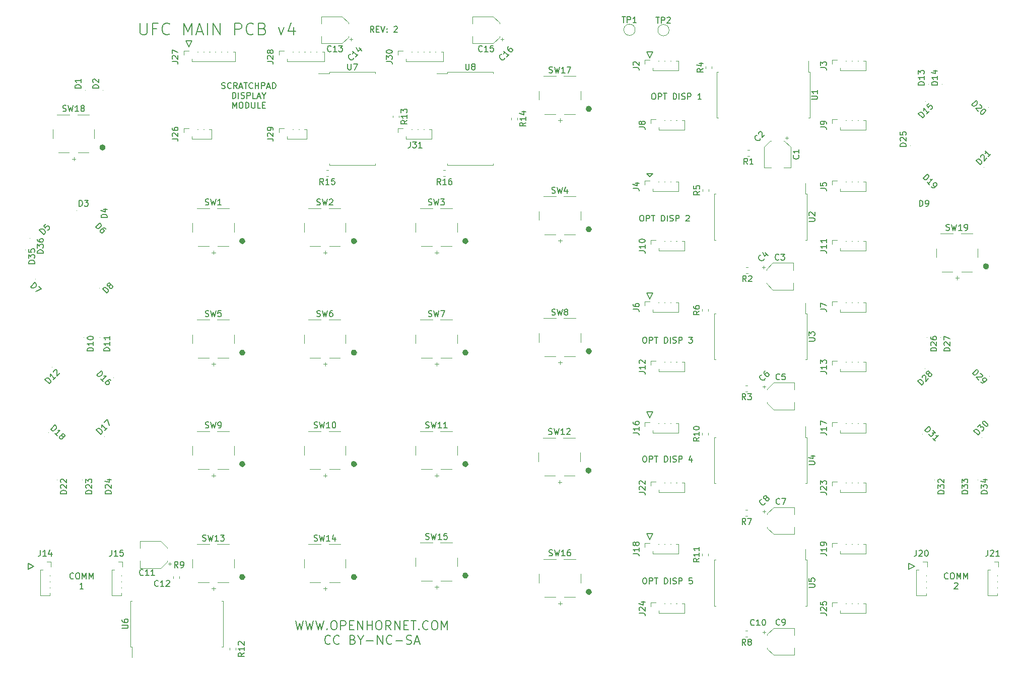
<source format=gbr>
G04 #@! TF.GenerationSoftware,KiCad,Pcbnew,(5.1.9)-1*
G04 #@! TF.CreationDate,2021-09-01T13:30:34-06:00*
G04 #@! TF.ProjectId,ufc_v4_main,7566635f-7634-45f6-9d61-696e2e6b6963,rev?*
G04 #@! TF.SameCoordinates,Original*
G04 #@! TF.FileFunction,Legend,Top*
G04 #@! TF.FilePolarity,Positive*
%FSLAX46Y46*%
G04 Gerber Fmt 4.6, Leading zero omitted, Abs format (unit mm)*
G04 Created by KiCad (PCBNEW (5.1.9)-1) date 2021-09-01 13:30:34*
%MOMM*%
%LPD*%
G01*
G04 APERTURE LIST*
%ADD10C,0.200000*%
%ADD11C,0.150000*%
%ADD12C,0.120000*%
%ADD13C,0.100000*%
G04 APERTURE END LIST*
D10*
X134241471Y-192759571D02*
X134598614Y-194259571D01*
X134884328Y-193188142D01*
X135170042Y-194259571D01*
X135527185Y-192759571D01*
X135955757Y-192759571D02*
X136312900Y-194259571D01*
X136598614Y-193188142D01*
X136884328Y-194259571D01*
X137241471Y-192759571D01*
X137670042Y-192759571D02*
X138027185Y-194259571D01*
X138312900Y-193188142D01*
X138598614Y-194259571D01*
X138955757Y-192759571D01*
X139527185Y-194116714D02*
X139598614Y-194188142D01*
X139527185Y-194259571D01*
X139455757Y-194188142D01*
X139527185Y-194116714D01*
X139527185Y-194259571D01*
X140527185Y-192759571D02*
X140812900Y-192759571D01*
X140955757Y-192831000D01*
X141098614Y-192973857D01*
X141170042Y-193259571D01*
X141170042Y-193759571D01*
X141098614Y-194045285D01*
X140955757Y-194188142D01*
X140812900Y-194259571D01*
X140527185Y-194259571D01*
X140384328Y-194188142D01*
X140241471Y-194045285D01*
X140170042Y-193759571D01*
X140170042Y-193259571D01*
X140241471Y-192973857D01*
X140384328Y-192831000D01*
X140527185Y-192759571D01*
X141812900Y-194259571D02*
X141812900Y-192759571D01*
X142384328Y-192759571D01*
X142527185Y-192831000D01*
X142598614Y-192902428D01*
X142670042Y-193045285D01*
X142670042Y-193259571D01*
X142598614Y-193402428D01*
X142527185Y-193473857D01*
X142384328Y-193545285D01*
X141812900Y-193545285D01*
X143312900Y-193473857D02*
X143812900Y-193473857D01*
X144027185Y-194259571D02*
X143312900Y-194259571D01*
X143312900Y-192759571D01*
X144027185Y-192759571D01*
X144670042Y-194259571D02*
X144670042Y-192759571D01*
X145527185Y-194259571D01*
X145527185Y-192759571D01*
X146241471Y-194259571D02*
X146241471Y-192759571D01*
X146241471Y-193473857D02*
X147098614Y-193473857D01*
X147098614Y-194259571D02*
X147098614Y-192759571D01*
X148098614Y-192759571D02*
X148384328Y-192759571D01*
X148527185Y-192831000D01*
X148670042Y-192973857D01*
X148741471Y-193259571D01*
X148741471Y-193759571D01*
X148670042Y-194045285D01*
X148527185Y-194188142D01*
X148384328Y-194259571D01*
X148098614Y-194259571D01*
X147955757Y-194188142D01*
X147812900Y-194045285D01*
X147741471Y-193759571D01*
X147741471Y-193259571D01*
X147812900Y-192973857D01*
X147955757Y-192831000D01*
X148098614Y-192759571D01*
X150241471Y-194259571D02*
X149741471Y-193545285D01*
X149384328Y-194259571D02*
X149384328Y-192759571D01*
X149955757Y-192759571D01*
X150098614Y-192831000D01*
X150170042Y-192902428D01*
X150241471Y-193045285D01*
X150241471Y-193259571D01*
X150170042Y-193402428D01*
X150098614Y-193473857D01*
X149955757Y-193545285D01*
X149384328Y-193545285D01*
X150884328Y-194259571D02*
X150884328Y-192759571D01*
X151741471Y-194259571D01*
X151741471Y-192759571D01*
X152455757Y-193473857D02*
X152955757Y-193473857D01*
X153170042Y-194259571D02*
X152455757Y-194259571D01*
X152455757Y-192759571D01*
X153170042Y-192759571D01*
X153598614Y-192759571D02*
X154455757Y-192759571D01*
X154027185Y-194259571D02*
X154027185Y-192759571D01*
X154955757Y-194116714D02*
X155027185Y-194188142D01*
X154955757Y-194259571D01*
X154884328Y-194188142D01*
X154955757Y-194116714D01*
X154955757Y-194259571D01*
X156527185Y-194116714D02*
X156455757Y-194188142D01*
X156241471Y-194259571D01*
X156098614Y-194259571D01*
X155884328Y-194188142D01*
X155741471Y-194045285D01*
X155670042Y-193902428D01*
X155598614Y-193616714D01*
X155598614Y-193402428D01*
X155670042Y-193116714D01*
X155741471Y-192973857D01*
X155884328Y-192831000D01*
X156098614Y-192759571D01*
X156241471Y-192759571D01*
X156455757Y-192831000D01*
X156527185Y-192902428D01*
X157455757Y-192759571D02*
X157741471Y-192759571D01*
X157884328Y-192831000D01*
X158027185Y-192973857D01*
X158098614Y-193259571D01*
X158098614Y-193759571D01*
X158027185Y-194045285D01*
X157884328Y-194188142D01*
X157741471Y-194259571D01*
X157455757Y-194259571D01*
X157312900Y-194188142D01*
X157170042Y-194045285D01*
X157098614Y-193759571D01*
X157098614Y-193259571D01*
X157170042Y-192973857D01*
X157312900Y-192831000D01*
X157455757Y-192759571D01*
X158741471Y-194259571D02*
X158741471Y-192759571D01*
X159241471Y-193831000D01*
X159741471Y-192759571D01*
X159741471Y-194259571D01*
X140062900Y-196566714D02*
X139991471Y-196638142D01*
X139777185Y-196709571D01*
X139634328Y-196709571D01*
X139420042Y-196638142D01*
X139277185Y-196495285D01*
X139205757Y-196352428D01*
X139134328Y-196066714D01*
X139134328Y-195852428D01*
X139205757Y-195566714D01*
X139277185Y-195423857D01*
X139420042Y-195281000D01*
X139634328Y-195209571D01*
X139777185Y-195209571D01*
X139991471Y-195281000D01*
X140062900Y-195352428D01*
X141562900Y-196566714D02*
X141491471Y-196638142D01*
X141277185Y-196709571D01*
X141134328Y-196709571D01*
X140920042Y-196638142D01*
X140777185Y-196495285D01*
X140705757Y-196352428D01*
X140634328Y-196066714D01*
X140634328Y-195852428D01*
X140705757Y-195566714D01*
X140777185Y-195423857D01*
X140920042Y-195281000D01*
X141134328Y-195209571D01*
X141277185Y-195209571D01*
X141491471Y-195281000D01*
X141562900Y-195352428D01*
X143848614Y-195923857D02*
X144062900Y-195995285D01*
X144134328Y-196066714D01*
X144205757Y-196209571D01*
X144205757Y-196423857D01*
X144134328Y-196566714D01*
X144062900Y-196638142D01*
X143920042Y-196709571D01*
X143348614Y-196709571D01*
X143348614Y-195209571D01*
X143848614Y-195209571D01*
X143991471Y-195281000D01*
X144062900Y-195352428D01*
X144134328Y-195495285D01*
X144134328Y-195638142D01*
X144062900Y-195781000D01*
X143991471Y-195852428D01*
X143848614Y-195923857D01*
X143348614Y-195923857D01*
X145134328Y-195995285D02*
X145134328Y-196709571D01*
X144634328Y-195209571D02*
X145134328Y-195995285D01*
X145634328Y-195209571D01*
X146134328Y-196138142D02*
X147277185Y-196138142D01*
X147991471Y-196709571D02*
X147991471Y-195209571D01*
X148848614Y-196709571D01*
X148848614Y-195209571D01*
X150420042Y-196566714D02*
X150348614Y-196638142D01*
X150134328Y-196709571D01*
X149991471Y-196709571D01*
X149777185Y-196638142D01*
X149634328Y-196495285D01*
X149562900Y-196352428D01*
X149491471Y-196066714D01*
X149491471Y-195852428D01*
X149562900Y-195566714D01*
X149634328Y-195423857D01*
X149777185Y-195281000D01*
X149991471Y-195209571D01*
X150134328Y-195209571D01*
X150348614Y-195281000D01*
X150420042Y-195352428D01*
X151062900Y-196138142D02*
X152205757Y-196138142D01*
X152848614Y-196638142D02*
X153062900Y-196709571D01*
X153420042Y-196709571D01*
X153562900Y-196638142D01*
X153634328Y-196566714D01*
X153705757Y-196423857D01*
X153705757Y-196281000D01*
X153634328Y-196138142D01*
X153562900Y-196066714D01*
X153420042Y-195995285D01*
X153134328Y-195923857D01*
X152991471Y-195852428D01*
X152920042Y-195781000D01*
X152848614Y-195638142D01*
X152848614Y-195495285D01*
X152920042Y-195352428D01*
X152991471Y-195281000D01*
X153134328Y-195209571D01*
X153491471Y-195209571D01*
X153705757Y-195281000D01*
X154277185Y-196281000D02*
X154991471Y-196281000D01*
X154134328Y-196709571D02*
X154634328Y-195209571D01*
X155134328Y-196709571D01*
D11*
X147396233Y-93758380D02*
X147062900Y-93282190D01*
X146824804Y-93758380D02*
X146824804Y-92758380D01*
X147205757Y-92758380D01*
X147300995Y-92806000D01*
X147348614Y-92853619D01*
X147396233Y-92948857D01*
X147396233Y-93091714D01*
X147348614Y-93186952D01*
X147300995Y-93234571D01*
X147205757Y-93282190D01*
X146824804Y-93282190D01*
X147824804Y-93234571D02*
X148158138Y-93234571D01*
X148300995Y-93758380D02*
X147824804Y-93758380D01*
X147824804Y-92758380D01*
X148300995Y-92758380D01*
X148586709Y-92758380D02*
X148920042Y-93758380D01*
X149253376Y-92758380D01*
X149586709Y-93663142D02*
X149634328Y-93710761D01*
X149586709Y-93758380D01*
X149539090Y-93710761D01*
X149586709Y-93663142D01*
X149586709Y-93758380D01*
X149586709Y-93139333D02*
X149634328Y-93186952D01*
X149586709Y-93234571D01*
X149539090Y-93186952D01*
X149586709Y-93139333D01*
X149586709Y-93234571D01*
X150777185Y-92853619D02*
X150824804Y-92806000D01*
X150920042Y-92758380D01*
X151158138Y-92758380D01*
X151253376Y-92806000D01*
X151300995Y-92853619D01*
X151348614Y-92948857D01*
X151348614Y-93044095D01*
X151300995Y-93186952D01*
X150729566Y-93758380D01*
X151348614Y-93758380D01*
D10*
X108110519Y-92210761D02*
X108110519Y-93829809D01*
X108205757Y-94020285D01*
X108300995Y-94115523D01*
X108491471Y-94210761D01*
X108872423Y-94210761D01*
X109062900Y-94115523D01*
X109158138Y-94020285D01*
X109253376Y-93829809D01*
X109253376Y-92210761D01*
X110872423Y-93163142D02*
X110205757Y-93163142D01*
X110205757Y-94210761D02*
X110205757Y-92210761D01*
X111158138Y-92210761D01*
X113062900Y-94020285D02*
X112967661Y-94115523D01*
X112681947Y-94210761D01*
X112491471Y-94210761D01*
X112205757Y-94115523D01*
X112015280Y-93925047D01*
X111920042Y-93734571D01*
X111824804Y-93353619D01*
X111824804Y-93067904D01*
X111920042Y-92686952D01*
X112015280Y-92496476D01*
X112205757Y-92306000D01*
X112491471Y-92210761D01*
X112681947Y-92210761D01*
X112967661Y-92306000D01*
X113062900Y-92401238D01*
X115443852Y-94210761D02*
X115443852Y-92210761D01*
X116110519Y-93639333D01*
X116777185Y-92210761D01*
X116777185Y-94210761D01*
X117634328Y-93639333D02*
X118586709Y-93639333D01*
X117443852Y-94210761D02*
X118110519Y-92210761D01*
X118777185Y-94210761D01*
X119443852Y-94210761D02*
X119443852Y-92210761D01*
X120396233Y-94210761D02*
X120396233Y-92210761D01*
X121539090Y-94210761D01*
X121539090Y-92210761D01*
X124015280Y-94210761D02*
X124015280Y-92210761D01*
X124777185Y-92210761D01*
X124967661Y-92306000D01*
X125062900Y-92401238D01*
X125158138Y-92591714D01*
X125158138Y-92877428D01*
X125062900Y-93067904D01*
X124967661Y-93163142D01*
X124777185Y-93258380D01*
X124015280Y-93258380D01*
X127158138Y-94020285D02*
X127062900Y-94115523D01*
X126777185Y-94210761D01*
X126586709Y-94210761D01*
X126300995Y-94115523D01*
X126110519Y-93925047D01*
X126015280Y-93734571D01*
X125920042Y-93353619D01*
X125920042Y-93067904D01*
X126015280Y-92686952D01*
X126110519Y-92496476D01*
X126300995Y-92306000D01*
X126586709Y-92210761D01*
X126777185Y-92210761D01*
X127062900Y-92306000D01*
X127158138Y-92401238D01*
X128681947Y-93163142D02*
X128967661Y-93258380D01*
X129062900Y-93353619D01*
X129158138Y-93544095D01*
X129158138Y-93829809D01*
X129062900Y-94020285D01*
X128967661Y-94115523D01*
X128777185Y-94210761D01*
X128015280Y-94210761D01*
X128015280Y-92210761D01*
X128681947Y-92210761D01*
X128872423Y-92306000D01*
X128967661Y-92401238D01*
X129062900Y-92591714D01*
X129062900Y-92782190D01*
X128967661Y-92972666D01*
X128872423Y-93067904D01*
X128681947Y-93163142D01*
X128015280Y-93163142D01*
X131348614Y-92877428D02*
X131824804Y-94210761D01*
X132300995Y-92877428D01*
X133920042Y-92877428D02*
X133920042Y-94210761D01*
X133443852Y-92115523D02*
X132967661Y-93544095D01*
X134205757Y-93544095D01*
D11*
X89257000Y-184083000D02*
X90257000Y-183583000D01*
X89257000Y-183083000D02*
X89257000Y-184083000D01*
X90257000Y-183583000D02*
X89257000Y-183083000D01*
X237257000Y-184083000D02*
X238257000Y-183583000D01*
X237257000Y-183083000D02*
X237257000Y-184083000D01*
X238257000Y-183583000D02*
X237257000Y-183083000D01*
X243899857Y-185615142D02*
X243852238Y-185662761D01*
X243709380Y-185710380D01*
X243614142Y-185710380D01*
X243471285Y-185662761D01*
X243376047Y-185567523D01*
X243328428Y-185472285D01*
X243280809Y-185281809D01*
X243280809Y-185138952D01*
X243328428Y-184948476D01*
X243376047Y-184853238D01*
X243471285Y-184758000D01*
X243614142Y-184710380D01*
X243709380Y-184710380D01*
X243852238Y-184758000D01*
X243899857Y-184805619D01*
X244518904Y-184710380D02*
X244709380Y-184710380D01*
X244804619Y-184758000D01*
X244899857Y-184853238D01*
X244947476Y-185043714D01*
X244947476Y-185377047D01*
X244899857Y-185567523D01*
X244804619Y-185662761D01*
X244709380Y-185710380D01*
X244518904Y-185710380D01*
X244423666Y-185662761D01*
X244328428Y-185567523D01*
X244280809Y-185377047D01*
X244280809Y-185043714D01*
X244328428Y-184853238D01*
X244423666Y-184758000D01*
X244518904Y-184710380D01*
X245376047Y-185710380D02*
X245376047Y-184710380D01*
X245709380Y-185424666D01*
X246042714Y-184710380D01*
X246042714Y-185710380D01*
X246518904Y-185710380D02*
X246518904Y-184710380D01*
X246852238Y-185424666D01*
X247185571Y-184710380D01*
X247185571Y-185710380D01*
X244971285Y-186455619D02*
X245018904Y-186408000D01*
X245114142Y-186360380D01*
X245352238Y-186360380D01*
X245447476Y-186408000D01*
X245495095Y-186455619D01*
X245542714Y-186550857D01*
X245542714Y-186646095D01*
X245495095Y-186788952D01*
X244923666Y-187360380D01*
X245542714Y-187360380D01*
X96899857Y-185615142D02*
X96852238Y-185662761D01*
X96709380Y-185710380D01*
X96614142Y-185710380D01*
X96471285Y-185662761D01*
X96376047Y-185567523D01*
X96328428Y-185472285D01*
X96280809Y-185281809D01*
X96280809Y-185138952D01*
X96328428Y-184948476D01*
X96376047Y-184853238D01*
X96471285Y-184758000D01*
X96614142Y-184710380D01*
X96709380Y-184710380D01*
X96852238Y-184758000D01*
X96899857Y-184805619D01*
X97518904Y-184710380D02*
X97709380Y-184710380D01*
X97804619Y-184758000D01*
X97899857Y-184853238D01*
X97947476Y-185043714D01*
X97947476Y-185377047D01*
X97899857Y-185567523D01*
X97804619Y-185662761D01*
X97709380Y-185710380D01*
X97518904Y-185710380D01*
X97423666Y-185662761D01*
X97328428Y-185567523D01*
X97280809Y-185377047D01*
X97280809Y-185043714D01*
X97328428Y-184853238D01*
X97423666Y-184758000D01*
X97518904Y-184710380D01*
X98376047Y-185710380D02*
X98376047Y-184710380D01*
X98709380Y-185424666D01*
X99042714Y-184710380D01*
X99042714Y-185710380D01*
X99518904Y-185710380D02*
X99518904Y-184710380D01*
X99852238Y-185424666D01*
X100185571Y-184710380D01*
X100185571Y-185710380D01*
X98542714Y-187360380D02*
X97971285Y-187360380D01*
X98257000Y-187360380D02*
X98257000Y-186360380D01*
X98161761Y-186503238D01*
X98066523Y-186598476D01*
X97971285Y-186646095D01*
X192828428Y-185535380D02*
X193018904Y-185535380D01*
X193114142Y-185583000D01*
X193209380Y-185678238D01*
X193257000Y-185868714D01*
X193257000Y-186202047D01*
X193209380Y-186392523D01*
X193114142Y-186487761D01*
X193018904Y-186535380D01*
X192828428Y-186535380D01*
X192733190Y-186487761D01*
X192637952Y-186392523D01*
X192590333Y-186202047D01*
X192590333Y-185868714D01*
X192637952Y-185678238D01*
X192733190Y-185583000D01*
X192828428Y-185535380D01*
X193685571Y-186535380D02*
X193685571Y-185535380D01*
X194066523Y-185535380D01*
X194161761Y-185583000D01*
X194209380Y-185630619D01*
X194257000Y-185725857D01*
X194257000Y-185868714D01*
X194209380Y-185963952D01*
X194161761Y-186011571D01*
X194066523Y-186059190D01*
X193685571Y-186059190D01*
X194542714Y-185535380D02*
X195114142Y-185535380D01*
X194828428Y-186535380D02*
X194828428Y-185535380D01*
X196209380Y-186535380D02*
X196209380Y-185535380D01*
X196447476Y-185535380D01*
X196590333Y-185583000D01*
X196685571Y-185678238D01*
X196733190Y-185773476D01*
X196780809Y-185963952D01*
X196780809Y-186106809D01*
X196733190Y-186297285D01*
X196685571Y-186392523D01*
X196590333Y-186487761D01*
X196447476Y-186535380D01*
X196209380Y-186535380D01*
X197209380Y-186535380D02*
X197209380Y-185535380D01*
X197637952Y-186487761D02*
X197780809Y-186535380D01*
X198018904Y-186535380D01*
X198114142Y-186487761D01*
X198161761Y-186440142D01*
X198209380Y-186344904D01*
X198209380Y-186249666D01*
X198161761Y-186154428D01*
X198114142Y-186106809D01*
X198018904Y-186059190D01*
X197828428Y-186011571D01*
X197733190Y-185963952D01*
X197685571Y-185916333D01*
X197637952Y-185821095D01*
X197637952Y-185725857D01*
X197685571Y-185630619D01*
X197733190Y-185583000D01*
X197828428Y-185535380D01*
X198066523Y-185535380D01*
X198209380Y-185583000D01*
X198637952Y-186535380D02*
X198637952Y-185535380D01*
X199018904Y-185535380D01*
X199114142Y-185583000D01*
X199161761Y-185630619D01*
X199209380Y-185725857D01*
X199209380Y-185868714D01*
X199161761Y-185963952D01*
X199114142Y-186011571D01*
X199018904Y-186059190D01*
X198637952Y-186059190D01*
X200876047Y-185535380D02*
X200399857Y-185535380D01*
X200352238Y-186011571D01*
X200399857Y-185963952D01*
X200495095Y-185916333D01*
X200733190Y-185916333D01*
X200828428Y-185963952D01*
X200876047Y-186011571D01*
X200923666Y-186106809D01*
X200923666Y-186344904D01*
X200876047Y-186440142D01*
X200828428Y-186487761D01*
X200733190Y-186535380D01*
X200495095Y-186535380D01*
X200399857Y-186487761D01*
X200352238Y-186440142D01*
X192828428Y-165035380D02*
X193018904Y-165035380D01*
X193114142Y-165083000D01*
X193209380Y-165178238D01*
X193257000Y-165368714D01*
X193257000Y-165702047D01*
X193209380Y-165892523D01*
X193114142Y-165987761D01*
X193018904Y-166035380D01*
X192828428Y-166035380D01*
X192733190Y-165987761D01*
X192637952Y-165892523D01*
X192590333Y-165702047D01*
X192590333Y-165368714D01*
X192637952Y-165178238D01*
X192733190Y-165083000D01*
X192828428Y-165035380D01*
X193685571Y-166035380D02*
X193685571Y-165035380D01*
X194066523Y-165035380D01*
X194161761Y-165083000D01*
X194209380Y-165130619D01*
X194257000Y-165225857D01*
X194257000Y-165368714D01*
X194209380Y-165463952D01*
X194161761Y-165511571D01*
X194066523Y-165559190D01*
X193685571Y-165559190D01*
X194542714Y-165035380D02*
X195114142Y-165035380D01*
X194828428Y-166035380D02*
X194828428Y-165035380D01*
X196209380Y-166035380D02*
X196209380Y-165035380D01*
X196447476Y-165035380D01*
X196590333Y-165083000D01*
X196685571Y-165178238D01*
X196733190Y-165273476D01*
X196780809Y-165463952D01*
X196780809Y-165606809D01*
X196733190Y-165797285D01*
X196685571Y-165892523D01*
X196590333Y-165987761D01*
X196447476Y-166035380D01*
X196209380Y-166035380D01*
X197209380Y-166035380D02*
X197209380Y-165035380D01*
X197637952Y-165987761D02*
X197780809Y-166035380D01*
X198018904Y-166035380D01*
X198114142Y-165987761D01*
X198161761Y-165940142D01*
X198209380Y-165844904D01*
X198209380Y-165749666D01*
X198161761Y-165654428D01*
X198114142Y-165606809D01*
X198018904Y-165559190D01*
X197828428Y-165511571D01*
X197733190Y-165463952D01*
X197685571Y-165416333D01*
X197637952Y-165321095D01*
X197637952Y-165225857D01*
X197685571Y-165130619D01*
X197733190Y-165083000D01*
X197828428Y-165035380D01*
X198066523Y-165035380D01*
X198209380Y-165083000D01*
X198637952Y-166035380D02*
X198637952Y-165035380D01*
X199018904Y-165035380D01*
X199114142Y-165083000D01*
X199161761Y-165130619D01*
X199209380Y-165225857D01*
X199209380Y-165368714D01*
X199161761Y-165463952D01*
X199114142Y-165511571D01*
X199018904Y-165559190D01*
X198637952Y-165559190D01*
X200828428Y-165368714D02*
X200828428Y-166035380D01*
X200590333Y-164987761D02*
X200352238Y-165702047D01*
X200971285Y-165702047D01*
X192828428Y-145035380D02*
X193018904Y-145035380D01*
X193114142Y-145083000D01*
X193209380Y-145178238D01*
X193257000Y-145368714D01*
X193257000Y-145702047D01*
X193209380Y-145892523D01*
X193114142Y-145987761D01*
X193018904Y-146035380D01*
X192828428Y-146035380D01*
X192733190Y-145987761D01*
X192637952Y-145892523D01*
X192590333Y-145702047D01*
X192590333Y-145368714D01*
X192637952Y-145178238D01*
X192733190Y-145083000D01*
X192828428Y-145035380D01*
X193685571Y-146035380D02*
X193685571Y-145035380D01*
X194066523Y-145035380D01*
X194161761Y-145083000D01*
X194209380Y-145130619D01*
X194257000Y-145225857D01*
X194257000Y-145368714D01*
X194209380Y-145463952D01*
X194161761Y-145511571D01*
X194066523Y-145559190D01*
X193685571Y-145559190D01*
X194542714Y-145035380D02*
X195114142Y-145035380D01*
X194828428Y-146035380D02*
X194828428Y-145035380D01*
X196209380Y-146035380D02*
X196209380Y-145035380D01*
X196447476Y-145035380D01*
X196590333Y-145083000D01*
X196685571Y-145178238D01*
X196733190Y-145273476D01*
X196780809Y-145463952D01*
X196780809Y-145606809D01*
X196733190Y-145797285D01*
X196685571Y-145892523D01*
X196590333Y-145987761D01*
X196447476Y-146035380D01*
X196209380Y-146035380D01*
X197209380Y-146035380D02*
X197209380Y-145035380D01*
X197637952Y-145987761D02*
X197780809Y-146035380D01*
X198018904Y-146035380D01*
X198114142Y-145987761D01*
X198161761Y-145940142D01*
X198209380Y-145844904D01*
X198209380Y-145749666D01*
X198161761Y-145654428D01*
X198114142Y-145606809D01*
X198018904Y-145559190D01*
X197828428Y-145511571D01*
X197733190Y-145463952D01*
X197685571Y-145416333D01*
X197637952Y-145321095D01*
X197637952Y-145225857D01*
X197685571Y-145130619D01*
X197733190Y-145083000D01*
X197828428Y-145035380D01*
X198066523Y-145035380D01*
X198209380Y-145083000D01*
X198637952Y-146035380D02*
X198637952Y-145035380D01*
X199018904Y-145035380D01*
X199114142Y-145083000D01*
X199161761Y-145130619D01*
X199209380Y-145225857D01*
X199209380Y-145368714D01*
X199161761Y-145463952D01*
X199114142Y-145511571D01*
X199018904Y-145559190D01*
X198637952Y-145559190D01*
X200304619Y-145035380D02*
X200923666Y-145035380D01*
X200590333Y-145416333D01*
X200733190Y-145416333D01*
X200828428Y-145463952D01*
X200876047Y-145511571D01*
X200923666Y-145606809D01*
X200923666Y-145844904D01*
X200876047Y-145940142D01*
X200828428Y-145987761D01*
X200733190Y-146035380D01*
X200447476Y-146035380D01*
X200352238Y-145987761D01*
X200304619Y-145940142D01*
X192328428Y-124535380D02*
X192518904Y-124535380D01*
X192614142Y-124583000D01*
X192709380Y-124678238D01*
X192757000Y-124868714D01*
X192757000Y-125202047D01*
X192709380Y-125392523D01*
X192614142Y-125487761D01*
X192518904Y-125535380D01*
X192328428Y-125535380D01*
X192233190Y-125487761D01*
X192137952Y-125392523D01*
X192090333Y-125202047D01*
X192090333Y-124868714D01*
X192137952Y-124678238D01*
X192233190Y-124583000D01*
X192328428Y-124535380D01*
X193185571Y-125535380D02*
X193185571Y-124535380D01*
X193566523Y-124535380D01*
X193661761Y-124583000D01*
X193709380Y-124630619D01*
X193757000Y-124725857D01*
X193757000Y-124868714D01*
X193709380Y-124963952D01*
X193661761Y-125011571D01*
X193566523Y-125059190D01*
X193185571Y-125059190D01*
X194042714Y-124535380D02*
X194614142Y-124535380D01*
X194328428Y-125535380D02*
X194328428Y-124535380D01*
X195709380Y-125535380D02*
X195709380Y-124535380D01*
X195947476Y-124535380D01*
X196090333Y-124583000D01*
X196185571Y-124678238D01*
X196233190Y-124773476D01*
X196280809Y-124963952D01*
X196280809Y-125106809D01*
X196233190Y-125297285D01*
X196185571Y-125392523D01*
X196090333Y-125487761D01*
X195947476Y-125535380D01*
X195709380Y-125535380D01*
X196709380Y-125535380D02*
X196709380Y-124535380D01*
X197137952Y-125487761D02*
X197280809Y-125535380D01*
X197518904Y-125535380D01*
X197614142Y-125487761D01*
X197661761Y-125440142D01*
X197709380Y-125344904D01*
X197709380Y-125249666D01*
X197661761Y-125154428D01*
X197614142Y-125106809D01*
X197518904Y-125059190D01*
X197328428Y-125011571D01*
X197233190Y-124963952D01*
X197185571Y-124916333D01*
X197137952Y-124821095D01*
X197137952Y-124725857D01*
X197185571Y-124630619D01*
X197233190Y-124583000D01*
X197328428Y-124535380D01*
X197566523Y-124535380D01*
X197709380Y-124583000D01*
X198137952Y-125535380D02*
X198137952Y-124535380D01*
X198518904Y-124535380D01*
X198614142Y-124583000D01*
X198661761Y-124630619D01*
X198709380Y-124725857D01*
X198709380Y-124868714D01*
X198661761Y-124963952D01*
X198614142Y-125011571D01*
X198518904Y-125059190D01*
X198137952Y-125059190D01*
X199852238Y-124630619D02*
X199899857Y-124583000D01*
X199995095Y-124535380D01*
X200233190Y-124535380D01*
X200328428Y-124583000D01*
X200376047Y-124630619D01*
X200423666Y-124725857D01*
X200423666Y-124821095D01*
X200376047Y-124963952D01*
X199804619Y-125535380D01*
X200423666Y-125535380D01*
X194328428Y-104035380D02*
X194518904Y-104035380D01*
X194614142Y-104083000D01*
X194709380Y-104178238D01*
X194757000Y-104368714D01*
X194757000Y-104702047D01*
X194709380Y-104892523D01*
X194614142Y-104987761D01*
X194518904Y-105035380D01*
X194328428Y-105035380D01*
X194233190Y-104987761D01*
X194137952Y-104892523D01*
X194090333Y-104702047D01*
X194090333Y-104368714D01*
X194137952Y-104178238D01*
X194233190Y-104083000D01*
X194328428Y-104035380D01*
X195185571Y-105035380D02*
X195185571Y-104035380D01*
X195566523Y-104035380D01*
X195661761Y-104083000D01*
X195709380Y-104130619D01*
X195757000Y-104225857D01*
X195757000Y-104368714D01*
X195709380Y-104463952D01*
X195661761Y-104511571D01*
X195566523Y-104559190D01*
X195185571Y-104559190D01*
X196042714Y-104035380D02*
X196614142Y-104035380D01*
X196328428Y-105035380D02*
X196328428Y-104035380D01*
X197709380Y-105035380D02*
X197709380Y-104035380D01*
X197947476Y-104035380D01*
X198090333Y-104083000D01*
X198185571Y-104178238D01*
X198233190Y-104273476D01*
X198280809Y-104463952D01*
X198280809Y-104606809D01*
X198233190Y-104797285D01*
X198185571Y-104892523D01*
X198090333Y-104987761D01*
X197947476Y-105035380D01*
X197709380Y-105035380D01*
X198709380Y-105035380D02*
X198709380Y-104035380D01*
X199137952Y-104987761D02*
X199280809Y-105035380D01*
X199518904Y-105035380D01*
X199614142Y-104987761D01*
X199661761Y-104940142D01*
X199709380Y-104844904D01*
X199709380Y-104749666D01*
X199661761Y-104654428D01*
X199614142Y-104606809D01*
X199518904Y-104559190D01*
X199328428Y-104511571D01*
X199233190Y-104463952D01*
X199185571Y-104416333D01*
X199137952Y-104321095D01*
X199137952Y-104225857D01*
X199185571Y-104130619D01*
X199233190Y-104083000D01*
X199328428Y-104035380D01*
X199566523Y-104035380D01*
X199709380Y-104083000D01*
X200137952Y-105035380D02*
X200137952Y-104035380D01*
X200518904Y-104035380D01*
X200614142Y-104083000D01*
X200661761Y-104130619D01*
X200709380Y-104225857D01*
X200709380Y-104368714D01*
X200661761Y-104463952D01*
X200614142Y-104511571D01*
X200518904Y-104559190D01*
X200137952Y-104559190D01*
X202423666Y-105035380D02*
X201852238Y-105035380D01*
X202137952Y-105035380D02*
X202137952Y-104035380D01*
X202042714Y-104178238D01*
X201947476Y-104273476D01*
X201852238Y-104321095D01*
X194257000Y-178083000D02*
X193757000Y-179083000D01*
X193257000Y-178083000D02*
X194257000Y-178083000D01*
X193757000Y-179083000D02*
X193257000Y-178083000D01*
X194257000Y-157583000D02*
X193757000Y-158583000D01*
X193257000Y-157583000D02*
X194257000Y-157583000D01*
X193757000Y-158583000D02*
X193257000Y-157583000D01*
X194257000Y-137583000D02*
X193757000Y-138583000D01*
X193257000Y-137583000D02*
X194257000Y-137583000D01*
X193757000Y-138583000D02*
X193257000Y-137583000D01*
X194257000Y-117583000D02*
X193757000Y-118083000D01*
X193257000Y-117583000D02*
X194257000Y-117583000D01*
X193757000Y-118083000D02*
X193257000Y-117583000D01*
X193257000Y-97083000D02*
X193757000Y-98083000D01*
X194257000Y-97083000D02*
X193257000Y-97083000D01*
X193757000Y-98083000D02*
X194257000Y-97083000D01*
X115808000Y-95193000D02*
X116308000Y-96193000D01*
X116808000Y-95193000D02*
X115808000Y-95193000D01*
X116308000Y-96193000D02*
X116808000Y-95193000D01*
X121818652Y-103191659D02*
X121961510Y-103239278D01*
X122199605Y-103239278D01*
X122294843Y-103191659D01*
X122342462Y-103144040D01*
X122390081Y-103048802D01*
X122390081Y-102953564D01*
X122342462Y-102858326D01*
X122294843Y-102810707D01*
X122199605Y-102763088D01*
X122009129Y-102715469D01*
X121913891Y-102667850D01*
X121866272Y-102620231D01*
X121818652Y-102524993D01*
X121818652Y-102429755D01*
X121866272Y-102334517D01*
X121913891Y-102286898D01*
X122009129Y-102239278D01*
X122247224Y-102239278D01*
X122390081Y-102286898D01*
X123390081Y-103144040D02*
X123342462Y-103191659D01*
X123199605Y-103239278D01*
X123104367Y-103239278D01*
X122961510Y-103191659D01*
X122866272Y-103096421D01*
X122818652Y-103001183D01*
X122771033Y-102810707D01*
X122771033Y-102667850D01*
X122818652Y-102477374D01*
X122866272Y-102382136D01*
X122961510Y-102286898D01*
X123104367Y-102239278D01*
X123199605Y-102239278D01*
X123342462Y-102286898D01*
X123390081Y-102334517D01*
X124390081Y-103239278D02*
X124056748Y-102763088D01*
X123818652Y-103239278D02*
X123818652Y-102239278D01*
X124199605Y-102239278D01*
X124294843Y-102286898D01*
X124342462Y-102334517D01*
X124390081Y-102429755D01*
X124390081Y-102572612D01*
X124342462Y-102667850D01*
X124294843Y-102715469D01*
X124199605Y-102763088D01*
X123818652Y-102763088D01*
X124771033Y-102953564D02*
X125247224Y-102953564D01*
X124675795Y-103239278D02*
X125009129Y-102239278D01*
X125342462Y-103239278D01*
X125532938Y-102239278D02*
X126104367Y-102239278D01*
X125818652Y-103239278D02*
X125818652Y-102239278D01*
X127009129Y-103144040D02*
X126961510Y-103191659D01*
X126818652Y-103239278D01*
X126723414Y-103239278D01*
X126580557Y-103191659D01*
X126485319Y-103096421D01*
X126437700Y-103001183D01*
X126390081Y-102810707D01*
X126390081Y-102667850D01*
X126437700Y-102477374D01*
X126485319Y-102382136D01*
X126580557Y-102286898D01*
X126723414Y-102239278D01*
X126818652Y-102239278D01*
X126961510Y-102286898D01*
X127009129Y-102334517D01*
X127437700Y-103239278D02*
X127437700Y-102239278D01*
X127437700Y-102715469D02*
X128009129Y-102715469D01*
X128009129Y-103239278D02*
X128009129Y-102239278D01*
X128485319Y-103239278D02*
X128485319Y-102239278D01*
X128866272Y-102239278D01*
X128961510Y-102286898D01*
X129009129Y-102334517D01*
X129056748Y-102429755D01*
X129056748Y-102572612D01*
X129009129Y-102667850D01*
X128961510Y-102715469D01*
X128866272Y-102763088D01*
X128485319Y-102763088D01*
X129437700Y-102953564D02*
X129913891Y-102953564D01*
X129342462Y-103239278D02*
X129675795Y-102239278D01*
X130009129Y-103239278D01*
X130342462Y-103239278D02*
X130342462Y-102239278D01*
X130580557Y-102239278D01*
X130723414Y-102286898D01*
X130818652Y-102382136D01*
X130866272Y-102477374D01*
X130913891Y-102667850D01*
X130913891Y-102810707D01*
X130866272Y-103001183D01*
X130818652Y-103096421D01*
X130723414Y-103191659D01*
X130580557Y-103239278D01*
X130342462Y-103239278D01*
X123628176Y-104889278D02*
X123628176Y-103889278D01*
X123866272Y-103889278D01*
X124009129Y-103936898D01*
X124104367Y-104032136D01*
X124151986Y-104127374D01*
X124199605Y-104317850D01*
X124199605Y-104460707D01*
X124151986Y-104651183D01*
X124104367Y-104746421D01*
X124009129Y-104841659D01*
X123866272Y-104889278D01*
X123628176Y-104889278D01*
X124628176Y-104889278D02*
X124628176Y-103889278D01*
X125056748Y-104841659D02*
X125199605Y-104889278D01*
X125437700Y-104889278D01*
X125532938Y-104841659D01*
X125580557Y-104794040D01*
X125628176Y-104698802D01*
X125628176Y-104603564D01*
X125580557Y-104508326D01*
X125532938Y-104460707D01*
X125437700Y-104413088D01*
X125247224Y-104365469D01*
X125151986Y-104317850D01*
X125104367Y-104270231D01*
X125056748Y-104174993D01*
X125056748Y-104079755D01*
X125104367Y-103984517D01*
X125151986Y-103936898D01*
X125247224Y-103889278D01*
X125485319Y-103889278D01*
X125628176Y-103936898D01*
X126056748Y-104889278D02*
X126056748Y-103889278D01*
X126437700Y-103889278D01*
X126532938Y-103936898D01*
X126580557Y-103984517D01*
X126628176Y-104079755D01*
X126628176Y-104222612D01*
X126580557Y-104317850D01*
X126532938Y-104365469D01*
X126437700Y-104413088D01*
X126056748Y-104413088D01*
X127532938Y-104889278D02*
X127056748Y-104889278D01*
X127056748Y-103889278D01*
X127818652Y-104603564D02*
X128294843Y-104603564D01*
X127723414Y-104889278D02*
X128056748Y-103889278D01*
X128390081Y-104889278D01*
X128913891Y-104413088D02*
X128913891Y-104889278D01*
X128580557Y-103889278D02*
X128913891Y-104413088D01*
X129247224Y-103889278D01*
X123628176Y-106539278D02*
X123628176Y-105539278D01*
X123961510Y-106253564D01*
X124294843Y-105539278D01*
X124294843Y-106539278D01*
X124961510Y-105539278D02*
X125151986Y-105539278D01*
X125247224Y-105586898D01*
X125342462Y-105682136D01*
X125390081Y-105872612D01*
X125390081Y-106205945D01*
X125342462Y-106396421D01*
X125247224Y-106491659D01*
X125151986Y-106539278D01*
X124961510Y-106539278D01*
X124866272Y-106491659D01*
X124771033Y-106396421D01*
X124723414Y-106205945D01*
X124723414Y-105872612D01*
X124771033Y-105682136D01*
X124866272Y-105586898D01*
X124961510Y-105539278D01*
X125818652Y-106539278D02*
X125818652Y-105539278D01*
X126056748Y-105539278D01*
X126199605Y-105586898D01*
X126294843Y-105682136D01*
X126342462Y-105777374D01*
X126390081Y-105967850D01*
X126390081Y-106110707D01*
X126342462Y-106301183D01*
X126294843Y-106396421D01*
X126199605Y-106491659D01*
X126056748Y-106539278D01*
X125818652Y-106539278D01*
X126818652Y-105539278D02*
X126818652Y-106348802D01*
X126866272Y-106444040D01*
X126913891Y-106491659D01*
X127009129Y-106539278D01*
X127199605Y-106539278D01*
X127294843Y-106491659D01*
X127342462Y-106444040D01*
X127390081Y-106348802D01*
X127390081Y-105539278D01*
X128342462Y-106539278D02*
X127866272Y-106539278D01*
X127866272Y-105539278D01*
X128675795Y-106015469D02*
X129009129Y-106015469D01*
X129151986Y-106539278D02*
X128675795Y-106539278D01*
X128675795Y-105539278D01*
X129151986Y-105539278D01*
D12*
X220399000Y-100419000D02*
X220399000Y-98604000D01*
X220664000Y-100419000D02*
X220399000Y-100419000D01*
X220664000Y-104279000D02*
X220664000Y-100419000D01*
X220664000Y-108139000D02*
X220399000Y-108139000D01*
X220664000Y-104279000D02*
X220664000Y-108139000D01*
X205044000Y-100419000D02*
X205309000Y-100419000D01*
X205044000Y-104279000D02*
X205044000Y-100419000D01*
X205044000Y-108139000D02*
X205309000Y-108139000D01*
X205044000Y-104279000D02*
X205044000Y-108139000D01*
X212940000Y-116539000D02*
X214140000Y-116539000D01*
X217460000Y-116539000D02*
X216260000Y-116539000D01*
X217460000Y-113083437D02*
X217460000Y-116539000D01*
X212940000Y-113083437D02*
X212940000Y-116539000D01*
X214004437Y-112019000D02*
X214140000Y-112019000D01*
X216395563Y-112019000D02*
X216260000Y-112019000D01*
X216395563Y-112019000D02*
X217460000Y-113083437D01*
X214004437Y-112019000D02*
X212940000Y-113083437D01*
X216760000Y-111279000D02*
X216760000Y-111779000D01*
X217010000Y-111529000D02*
X216510000Y-111529000D01*
X212889000Y-133010000D02*
X212889000Y-133510000D01*
X212639000Y-133260000D02*
X213139000Y-133260000D01*
X213379000Y-136015563D02*
X214443437Y-137080000D01*
X213379000Y-133624437D02*
X214443437Y-132560000D01*
X213379000Y-133624437D02*
X213379000Y-133760000D01*
X213379000Y-136015563D02*
X213379000Y-135880000D01*
X214443437Y-137080000D02*
X217899000Y-137080000D01*
X214443437Y-132560000D02*
X217899000Y-132560000D01*
X217899000Y-132560000D02*
X217899000Y-133760000D01*
X217899000Y-137080000D02*
X217899000Y-135880000D01*
X213018000Y-153146000D02*
X213018000Y-153646000D01*
X212768000Y-153396000D02*
X213268000Y-153396000D01*
X213508000Y-156151563D02*
X214572437Y-157216000D01*
X213508000Y-153760437D02*
X214572437Y-152696000D01*
X213508000Y-153760437D02*
X213508000Y-153896000D01*
X213508000Y-156151563D02*
X213508000Y-156016000D01*
X214572437Y-157216000D02*
X218028000Y-157216000D01*
X214572437Y-152696000D02*
X218028000Y-152696000D01*
X218028000Y-152696000D02*
X218028000Y-153896000D01*
X218028000Y-157216000D02*
X218028000Y-156016000D01*
X218028000Y-178171000D02*
X218028000Y-176971000D01*
X218028000Y-173651000D02*
X218028000Y-174851000D01*
X214572437Y-173651000D02*
X218028000Y-173651000D01*
X214572437Y-178171000D02*
X218028000Y-178171000D01*
X213508000Y-177106563D02*
X213508000Y-176971000D01*
X213508000Y-174715437D02*
X213508000Y-174851000D01*
X213508000Y-174715437D02*
X214572437Y-173651000D01*
X213508000Y-177106563D02*
X214572437Y-178171000D01*
X212768000Y-174351000D02*
X213268000Y-174351000D01*
X213018000Y-174101000D02*
X213018000Y-174601000D01*
X213018000Y-194421000D02*
X213018000Y-194921000D01*
X212768000Y-194671000D02*
X213268000Y-194671000D01*
X213508000Y-197426563D02*
X214572437Y-198491000D01*
X213508000Y-195035437D02*
X214572437Y-193971000D01*
X213508000Y-195035437D02*
X213508000Y-195171000D01*
X213508000Y-197426563D02*
X213508000Y-197291000D01*
X214572437Y-198491000D02*
X218028000Y-198491000D01*
X214572437Y-193971000D02*
X218028000Y-193971000D01*
X218028000Y-193971000D02*
X218028000Y-195171000D01*
X218028000Y-198491000D02*
X218028000Y-197291000D01*
X108098000Y-179366000D02*
X108098000Y-180566000D01*
X108098000Y-183886000D02*
X108098000Y-182686000D01*
X111553563Y-183886000D02*
X108098000Y-183886000D01*
X111553563Y-179366000D02*
X108098000Y-179366000D01*
X112618000Y-180430437D02*
X112618000Y-180566000D01*
X112618000Y-182821563D02*
X112618000Y-182686000D01*
X112618000Y-182821563D02*
X111553563Y-183886000D01*
X112618000Y-180430437D02*
X111553563Y-179366000D01*
X113358000Y-183186000D02*
X112858000Y-183186000D01*
X113108000Y-183436000D02*
X113108000Y-182936000D01*
X143588000Y-95171000D02*
X143588000Y-94671000D01*
X143838000Y-94921000D02*
X143338000Y-94921000D01*
X143098000Y-92165437D02*
X142033563Y-91101000D01*
X143098000Y-94556563D02*
X142033563Y-95621000D01*
X143098000Y-94556563D02*
X143098000Y-94421000D01*
X143098000Y-92165437D02*
X143098000Y-92301000D01*
X142033563Y-91101000D02*
X138578000Y-91101000D01*
X142033563Y-95621000D02*
X138578000Y-95621000D01*
X138578000Y-95621000D02*
X138578000Y-94421000D01*
X138578000Y-91101000D02*
X138578000Y-92301000D01*
X163978000Y-91101000D02*
X163978000Y-92301000D01*
X163978000Y-95621000D02*
X163978000Y-94421000D01*
X167433563Y-95621000D02*
X163978000Y-95621000D01*
X167433563Y-91101000D02*
X163978000Y-91101000D01*
X168498000Y-92165437D02*
X168498000Y-92301000D01*
X168498000Y-94556563D02*
X168498000Y-94421000D01*
X168498000Y-94556563D02*
X167433563Y-95621000D01*
X168498000Y-92165437D02*
X167433563Y-91101000D01*
X169238000Y-94921000D02*
X168738000Y-94921000D01*
X168988000Y-95171000D02*
X168988000Y-94671000D01*
D13*
X98902900Y-103506000D02*
G75*
G03*
X98902900Y-103506000I-50000J0D01*
G01*
X101903000Y-103506000D02*
G75*
G03*
X101903000Y-103506000I-50000J0D01*
G01*
X97532900Y-123726000D02*
G75*
G03*
X97532900Y-123726000I-50000J0D01*
G01*
X100963000Y-123116000D02*
G75*
G03*
X100963000Y-123116000I-50000J0D01*
G01*
X92089646Y-125319254D02*
G75*
G03*
X92089646Y-125319254I-50000J0D01*
G01*
X103113746Y-126686746D02*
G75*
G03*
X103113746Y-126686746I-50000J0D01*
G01*
X90577254Y-135246254D02*
G75*
G03*
X90577254Y-135246254I-50000J0D01*
G01*
X101237254Y-136817746D02*
G75*
G03*
X101237254Y-136817746I-50000J0D01*
G01*
X240993000Y-121416000D02*
G75*
G03*
X240993000Y-121416000I-50000J0D01*
G01*
X98652900Y-145076000D02*
G75*
G03*
X98652900Y-145076000I-50000J0D01*
G01*
X101403000Y-145061000D02*
G75*
G03*
X101403000Y-145061000I-50000J0D01*
G01*
X93359646Y-150084254D02*
G75*
G03*
X93359646Y-150084254I-50000J0D01*
G01*
X240653000Y-102506000D02*
G75*
G03*
X240653000Y-102506000I-50000J0D01*
G01*
X242903000Y-102506000D02*
G75*
G03*
X242903000Y-102506000I-50000J0D01*
G01*
X240171746Y-105380254D02*
G75*
G03*
X240171746Y-105380254I-50000J0D01*
G01*
X103646746Y-151879746D02*
G75*
G03*
X103646746Y-151879746I-50000J0D01*
G01*
X102105254Y-161785746D02*
G75*
G03*
X102105254Y-161785746I-50000J0D01*
G01*
X92707154Y-161133254D02*
G75*
G03*
X92707154Y-161133254I-50000J0D01*
G01*
X242528746Y-118807746D02*
G75*
G03*
X242528746Y-118807746I-50000J0D01*
G01*
X250712746Y-106413746D02*
G75*
G03*
X250712746Y-106413746I-50000J0D01*
G01*
X249977254Y-116447746D02*
G75*
G03*
X249977254Y-116447746I-50000J0D01*
G01*
X94152900Y-169076000D02*
G75*
G03*
X94152900Y-169076000I-50000J0D01*
G01*
X98402900Y-169076000D02*
G75*
G03*
X98402900Y-169076000I-50000J0D01*
G01*
X101653000Y-169076000D02*
G75*
G03*
X101653000Y-169076000I-50000J0D01*
G01*
X237623000Y-112829000D02*
G75*
G03*
X237623000Y-112829000I-50000J0D01*
G01*
X240403000Y-145076000D02*
G75*
G03*
X240403000Y-145076000I-50000J0D01*
G01*
X242653000Y-145076000D02*
G75*
G03*
X242653000Y-145076000I-50000J0D01*
G01*
X240044746Y-150338254D02*
G75*
G03*
X240044746Y-150338254I-50000J0D01*
G01*
X250839746Y-151625746D02*
G75*
G03*
X250839746Y-151625746I-50000J0D01*
G01*
X249597254Y-161937746D02*
G75*
G03*
X249597254Y-161937746I-50000J0D01*
G01*
X239627254Y-161346254D02*
G75*
G03*
X239627254Y-161346254I-50000J0D01*
G01*
X241653000Y-169076000D02*
G75*
G03*
X241653000Y-169076000I-50000J0D01*
G01*
X245653000Y-169076000D02*
G75*
G03*
X245653000Y-169076000I-50000J0D01*
G01*
X248903000Y-169076000D02*
G75*
G03*
X248903000Y-169076000I-50000J0D01*
G01*
X88792900Y-130366000D02*
G75*
G03*
X88792900Y-130366000I-50000J0D01*
G01*
X89548000Y-128427000D02*
G75*
G03*
X89548000Y-128427000I-50000J0D01*
G01*
D12*
X194257000Y-100183000D02*
X194257000Y-99768000D01*
X194257000Y-100183000D02*
X198567000Y-100183000D01*
X198567000Y-100183000D02*
X198567000Y-98563000D01*
X195202898Y-98563000D02*
X195311102Y-98563000D01*
X196202898Y-98563000D02*
X196311102Y-98563000D01*
X197202898Y-98563000D02*
X197311102Y-98563000D01*
X198202898Y-98563000D02*
X198567000Y-98563000D01*
X192947000Y-98398000D02*
X193757000Y-98398000D01*
X192947000Y-99083000D02*
X192947000Y-98398000D01*
X225757000Y-100183000D02*
X225757000Y-99768000D01*
X225757000Y-100183000D02*
X230067000Y-100183000D01*
X230067000Y-100183000D02*
X230067000Y-98563000D01*
X226702898Y-98563000D02*
X226811102Y-98563000D01*
X227702898Y-98563000D02*
X227811102Y-98563000D01*
X228702898Y-98563000D02*
X228811102Y-98563000D01*
X229702898Y-98563000D02*
X230067000Y-98563000D01*
X224447000Y-98398000D02*
X225257000Y-98398000D01*
X224447000Y-99083000D02*
X224447000Y-98398000D01*
X192947000Y-119403000D02*
X192947000Y-118718000D01*
X192947000Y-118718000D02*
X193757000Y-118718000D01*
X198202898Y-118883000D02*
X198567000Y-118883000D01*
X197202898Y-118883000D02*
X197311102Y-118883000D01*
X196202898Y-118883000D02*
X196311102Y-118883000D01*
X195202898Y-118883000D02*
X195311102Y-118883000D01*
X198567000Y-120503000D02*
X198567000Y-118883000D01*
X194257000Y-120503000D02*
X198567000Y-120503000D01*
X194257000Y-120503000D02*
X194257000Y-120088000D01*
X225757000Y-120503000D02*
X225757000Y-120088000D01*
X225757000Y-120503000D02*
X230067000Y-120503000D01*
X230067000Y-120503000D02*
X230067000Y-118883000D01*
X226702898Y-118883000D02*
X226811102Y-118883000D01*
X227702898Y-118883000D02*
X227811102Y-118883000D01*
X228702898Y-118883000D02*
X228811102Y-118883000D01*
X229702898Y-118883000D02*
X230067000Y-118883000D01*
X224447000Y-118718000D02*
X225257000Y-118718000D01*
X224447000Y-119403000D02*
X224447000Y-118718000D01*
X194257000Y-140823000D02*
X194257000Y-140408000D01*
X194257000Y-140823000D02*
X198567000Y-140823000D01*
X198567000Y-140823000D02*
X198567000Y-139203000D01*
X195202898Y-139203000D02*
X195311102Y-139203000D01*
X196202898Y-139203000D02*
X196311102Y-139203000D01*
X197202898Y-139203000D02*
X197311102Y-139203000D01*
X198202898Y-139203000D02*
X198567000Y-139203000D01*
X192947000Y-139038000D02*
X193757000Y-139038000D01*
X192947000Y-139723000D02*
X192947000Y-139038000D01*
X224447000Y-139723000D02*
X224447000Y-139038000D01*
X224447000Y-139038000D02*
X225257000Y-139038000D01*
X229702898Y-139203000D02*
X230067000Y-139203000D01*
X228702898Y-139203000D02*
X228811102Y-139203000D01*
X227702898Y-139203000D02*
X227811102Y-139203000D01*
X226702898Y-139203000D02*
X226811102Y-139203000D01*
X230067000Y-140823000D02*
X230067000Y-139203000D01*
X225757000Y-140823000D02*
X230067000Y-140823000D01*
X225757000Y-140823000D02*
X225757000Y-140408000D01*
X193947000Y-109083000D02*
X193947000Y-108398000D01*
X193947000Y-108398000D02*
X194757000Y-108398000D01*
X199202898Y-108563000D02*
X199567000Y-108563000D01*
X198202898Y-108563000D02*
X198311102Y-108563000D01*
X197202898Y-108563000D02*
X197311102Y-108563000D01*
X196202898Y-108563000D02*
X196311102Y-108563000D01*
X199567000Y-110183000D02*
X199567000Y-108563000D01*
X195257000Y-110183000D02*
X199567000Y-110183000D01*
X195257000Y-110183000D02*
X195257000Y-109768000D01*
X224447000Y-109083000D02*
X224447000Y-108398000D01*
X224447000Y-108398000D02*
X225257000Y-108398000D01*
X229702898Y-108563000D02*
X230067000Y-108563000D01*
X228702898Y-108563000D02*
X228811102Y-108563000D01*
X227702898Y-108563000D02*
X227811102Y-108563000D01*
X226702898Y-108563000D02*
X226811102Y-108563000D01*
X230067000Y-110183000D02*
X230067000Y-108563000D01*
X225757000Y-110183000D02*
X230067000Y-110183000D01*
X225757000Y-110183000D02*
X225757000Y-109768000D01*
X193947000Y-129403000D02*
X193947000Y-128718000D01*
X193947000Y-128718000D02*
X194757000Y-128718000D01*
X199202898Y-128883000D02*
X199567000Y-128883000D01*
X198202898Y-128883000D02*
X198311102Y-128883000D01*
X197202898Y-128883000D02*
X197311102Y-128883000D01*
X196202898Y-128883000D02*
X196311102Y-128883000D01*
X199567000Y-130503000D02*
X199567000Y-128883000D01*
X195257000Y-130503000D02*
X199567000Y-130503000D01*
X195257000Y-130503000D02*
X195257000Y-130088000D01*
X225757000Y-130503000D02*
X225757000Y-130088000D01*
X225757000Y-130503000D02*
X230067000Y-130503000D01*
X230067000Y-130503000D02*
X230067000Y-128883000D01*
X226702898Y-128883000D02*
X226811102Y-128883000D01*
X227702898Y-128883000D02*
X227811102Y-128883000D01*
X228702898Y-128883000D02*
X228811102Y-128883000D01*
X229702898Y-128883000D02*
X230067000Y-128883000D01*
X224447000Y-128718000D02*
X225257000Y-128718000D01*
X224447000Y-129403000D02*
X224447000Y-128718000D01*
X195257000Y-150823000D02*
X195257000Y-150408000D01*
X195257000Y-150823000D02*
X199567000Y-150823000D01*
X199567000Y-150823000D02*
X199567000Y-149203000D01*
X196202898Y-149203000D02*
X196311102Y-149203000D01*
X197202898Y-149203000D02*
X197311102Y-149203000D01*
X198202898Y-149203000D02*
X198311102Y-149203000D01*
X199202898Y-149203000D02*
X199567000Y-149203000D01*
X193947000Y-149038000D02*
X194757000Y-149038000D01*
X193947000Y-149723000D02*
X193947000Y-149038000D01*
X224447000Y-149723000D02*
X224447000Y-149038000D01*
X224447000Y-149038000D02*
X225257000Y-149038000D01*
X229702898Y-149203000D02*
X230067000Y-149203000D01*
X228702898Y-149203000D02*
X228811102Y-149203000D01*
X227702898Y-149203000D02*
X227811102Y-149203000D01*
X226702898Y-149203000D02*
X226811102Y-149203000D01*
X230067000Y-150823000D02*
X230067000Y-149203000D01*
X225757000Y-150823000D02*
X230067000Y-150823000D01*
X225757000Y-150823000D02*
X225757000Y-150408000D01*
X92428700Y-182843000D02*
X93113700Y-182843000D01*
X93113700Y-182843000D02*
X93113700Y-183653000D01*
X92948700Y-188098898D02*
X92948700Y-188463000D01*
X92948700Y-187098898D02*
X92948700Y-187207102D01*
X92948700Y-186098898D02*
X92948700Y-186207102D01*
X92948700Y-185098898D02*
X92948700Y-185207102D01*
X91328700Y-188463000D02*
X92948700Y-188463000D01*
X91328700Y-184153000D02*
X91328700Y-188463000D01*
X91328700Y-184153000D02*
X91743700Y-184153000D01*
X103329000Y-184153000D02*
X103744000Y-184153000D01*
X103329000Y-184153000D02*
X103329000Y-188463000D01*
X103329000Y-188463000D02*
X104949000Y-188463000D01*
X104949000Y-185098898D02*
X104949000Y-185207102D01*
X104949000Y-186098898D02*
X104949000Y-186207102D01*
X104949000Y-187098898D02*
X104949000Y-187207102D01*
X104949000Y-188098898D02*
X104949000Y-188463000D01*
X105114000Y-182843000D02*
X105114000Y-183653000D01*
X104429000Y-182843000D02*
X105114000Y-182843000D01*
X192947000Y-160043000D02*
X192947000Y-159358000D01*
X192947000Y-159358000D02*
X193757000Y-159358000D01*
X198202898Y-159523000D02*
X198567000Y-159523000D01*
X197202898Y-159523000D02*
X197311102Y-159523000D01*
X196202898Y-159523000D02*
X196311102Y-159523000D01*
X195202898Y-159523000D02*
X195311102Y-159523000D01*
X198567000Y-161143000D02*
X198567000Y-159523000D01*
X194257000Y-161143000D02*
X198567000Y-161143000D01*
X194257000Y-161143000D02*
X194257000Y-160728000D01*
X225757000Y-161143000D02*
X225757000Y-160728000D01*
X225757000Y-161143000D02*
X230067000Y-161143000D01*
X230067000Y-161143000D02*
X230067000Y-159523000D01*
X226702898Y-159523000D02*
X226811102Y-159523000D01*
X227702898Y-159523000D02*
X227811102Y-159523000D01*
X228702898Y-159523000D02*
X228811102Y-159523000D01*
X229702898Y-159523000D02*
X230067000Y-159523000D01*
X224447000Y-159358000D02*
X225257000Y-159358000D01*
X224447000Y-160043000D02*
X224447000Y-159358000D01*
X194257000Y-181463000D02*
X194257000Y-181048000D01*
X194257000Y-181463000D02*
X198567000Y-181463000D01*
X198567000Y-181463000D02*
X198567000Y-179843000D01*
X195202898Y-179843000D02*
X195311102Y-179843000D01*
X196202898Y-179843000D02*
X196311102Y-179843000D01*
X197202898Y-179843000D02*
X197311102Y-179843000D01*
X198202898Y-179843000D02*
X198567000Y-179843000D01*
X192947000Y-179678000D02*
X193757000Y-179678000D01*
X192947000Y-180363000D02*
X192947000Y-179678000D01*
X224447000Y-180363000D02*
X224447000Y-179678000D01*
X224447000Y-179678000D02*
X225257000Y-179678000D01*
X229702898Y-179843000D02*
X230067000Y-179843000D01*
X228702898Y-179843000D02*
X228811102Y-179843000D01*
X227702898Y-179843000D02*
X227811102Y-179843000D01*
X226702898Y-179843000D02*
X226811102Y-179843000D01*
X230067000Y-181463000D02*
X230067000Y-179843000D01*
X225757000Y-181463000D02*
X230067000Y-181463000D01*
X225757000Y-181463000D02*
X225757000Y-181048000D01*
X238589000Y-184170000D02*
X239004000Y-184170000D01*
X238589000Y-184170000D02*
X238589000Y-188480000D01*
X238589000Y-188480000D02*
X240209000Y-188480000D01*
X240209000Y-185115898D02*
X240209000Y-185224102D01*
X240209000Y-186115898D02*
X240209000Y-186224102D01*
X240209000Y-187115898D02*
X240209000Y-187224102D01*
X240209000Y-188115898D02*
X240209000Y-188480000D01*
X240374000Y-182860000D02*
X240374000Y-183670000D01*
X239689000Y-182860000D02*
X240374000Y-182860000D01*
X250589000Y-184170000D02*
X251004000Y-184170000D01*
X250589000Y-184170000D02*
X250589000Y-188480000D01*
X250589000Y-188480000D02*
X252209000Y-188480000D01*
X252209000Y-185115898D02*
X252209000Y-185224102D01*
X252209000Y-186115898D02*
X252209000Y-186224102D01*
X252209000Y-187115898D02*
X252209000Y-187224102D01*
X252209000Y-188115898D02*
X252209000Y-188480000D01*
X252374000Y-182860000D02*
X252374000Y-183670000D01*
X251689000Y-182860000D02*
X252374000Y-182860000D01*
X193947000Y-170043000D02*
X193947000Y-169358000D01*
X193947000Y-169358000D02*
X194757000Y-169358000D01*
X199202898Y-169523000D02*
X199567000Y-169523000D01*
X198202898Y-169523000D02*
X198311102Y-169523000D01*
X197202898Y-169523000D02*
X197311102Y-169523000D01*
X196202898Y-169523000D02*
X196311102Y-169523000D01*
X199567000Y-171143000D02*
X199567000Y-169523000D01*
X195257000Y-171143000D02*
X199567000Y-171143000D01*
X195257000Y-171143000D02*
X195257000Y-170728000D01*
X225757000Y-171143000D02*
X225757000Y-170728000D01*
X225757000Y-171143000D02*
X230067000Y-171143000D01*
X230067000Y-171143000D02*
X230067000Y-169523000D01*
X226702898Y-169523000D02*
X226811102Y-169523000D01*
X227702898Y-169523000D02*
X227811102Y-169523000D01*
X228702898Y-169523000D02*
X228811102Y-169523000D01*
X229702898Y-169523000D02*
X230067000Y-169523000D01*
X224447000Y-169358000D02*
X225257000Y-169358000D01*
X224447000Y-170043000D02*
X224447000Y-169358000D01*
X195257000Y-191463000D02*
X195257000Y-191048000D01*
X195257000Y-191463000D02*
X199567000Y-191463000D01*
X199567000Y-191463000D02*
X199567000Y-189843000D01*
X196202898Y-189843000D02*
X196311102Y-189843000D01*
X197202898Y-189843000D02*
X197311102Y-189843000D01*
X198202898Y-189843000D02*
X198311102Y-189843000D01*
X199202898Y-189843000D02*
X199567000Y-189843000D01*
X193947000Y-189678000D02*
X194757000Y-189678000D01*
X193947000Y-190363000D02*
X193947000Y-189678000D01*
X224447000Y-190363000D02*
X224447000Y-189678000D01*
X224447000Y-189678000D02*
X225257000Y-189678000D01*
X229702898Y-189843000D02*
X230067000Y-189843000D01*
X228702898Y-189843000D02*
X228811102Y-189843000D01*
X227702898Y-189843000D02*
X227811102Y-189843000D01*
X226702898Y-189843000D02*
X226811102Y-189843000D01*
X230067000Y-191463000D02*
X230067000Y-189843000D01*
X225757000Y-191463000D02*
X230067000Y-191463000D01*
X225757000Y-191463000D02*
X225757000Y-191048000D01*
X115457000Y-110583000D02*
X115457000Y-109898000D01*
X115457000Y-109898000D02*
X116267000Y-109898000D01*
X119712898Y-110063000D02*
X120077000Y-110063000D01*
X118712898Y-110063000D02*
X118821102Y-110063000D01*
X117712898Y-110063000D02*
X117821102Y-110063000D01*
X120077000Y-111683000D02*
X120077000Y-110063000D01*
X116767000Y-111683000D02*
X120077000Y-111683000D01*
X116767000Y-111683000D02*
X116767000Y-111268000D01*
X115457000Y-97583000D02*
X115457000Y-96898000D01*
X115457000Y-96898000D02*
X116267000Y-96898000D01*
X123712898Y-97063000D02*
X124077000Y-97063000D01*
X122712898Y-97063000D02*
X122821102Y-97063000D01*
X121712898Y-97063000D02*
X121821102Y-97063000D01*
X120712898Y-97063000D02*
X120821102Y-97063000D01*
X119712898Y-97063000D02*
X119821102Y-97063000D01*
X118712898Y-97063000D02*
X118821102Y-97063000D01*
X117712898Y-97063000D02*
X117821102Y-97063000D01*
X124077000Y-98683000D02*
X124077000Y-97063000D01*
X116767000Y-98683000D02*
X124077000Y-98683000D01*
X116767000Y-98683000D02*
X116767000Y-98268000D01*
X131457000Y-97583000D02*
X131457000Y-96898000D01*
X131457000Y-96898000D02*
X132267000Y-96898000D01*
X138712898Y-97063000D02*
X139077000Y-97063000D01*
X137712898Y-97063000D02*
X137821102Y-97063000D01*
X136712898Y-97063000D02*
X136821102Y-97063000D01*
X135712898Y-97063000D02*
X135821102Y-97063000D01*
X134712898Y-97063000D02*
X134821102Y-97063000D01*
X133712898Y-97063000D02*
X133821102Y-97063000D01*
X139077000Y-98683000D02*
X139077000Y-97063000D01*
X132767000Y-98683000D02*
X139077000Y-98683000D01*
X132767000Y-98683000D02*
X132767000Y-98268000D01*
X132767000Y-111683000D02*
X132767000Y-111268000D01*
X132767000Y-111683000D02*
X136077000Y-111683000D01*
X136077000Y-111683000D02*
X136077000Y-110063000D01*
X133712898Y-110063000D02*
X133821102Y-110063000D01*
X134712898Y-110063000D02*
X134821102Y-110063000D01*
X135712898Y-110063000D02*
X136077000Y-110063000D01*
X131457000Y-109898000D02*
X132267000Y-109898000D01*
X131457000Y-110583000D02*
X131457000Y-109898000D01*
X152767000Y-98683000D02*
X152767000Y-98268000D01*
X152767000Y-98683000D02*
X159077000Y-98683000D01*
X159077000Y-98683000D02*
X159077000Y-97063000D01*
X153712898Y-97063000D02*
X153821102Y-97063000D01*
X154712898Y-97063000D02*
X154821102Y-97063000D01*
X155712898Y-97063000D02*
X155821102Y-97063000D01*
X156712898Y-97063000D02*
X156821102Y-97063000D01*
X157712898Y-97063000D02*
X157821102Y-97063000D01*
X158712898Y-97063000D02*
X159077000Y-97063000D01*
X151457000Y-96898000D02*
X152267000Y-96898000D01*
X151457000Y-97583000D02*
X151457000Y-96898000D01*
X151457000Y-110583000D02*
X151457000Y-109898000D01*
X151457000Y-109898000D02*
X152267000Y-109898000D01*
X156712898Y-110063000D02*
X157077000Y-110063000D01*
X155712898Y-110063000D02*
X155821102Y-110063000D01*
X154712898Y-110063000D02*
X154821102Y-110063000D01*
X153712898Y-110063000D02*
X153821102Y-110063000D01*
X157077000Y-111683000D02*
X157077000Y-110063000D01*
X152767000Y-111683000D02*
X157077000Y-111683000D01*
X152767000Y-111683000D02*
X152767000Y-111268000D01*
X210530779Y-114592000D02*
X210205221Y-114592000D01*
X210530779Y-113572000D02*
X210205221Y-113572000D01*
X210301779Y-134330000D02*
X209976221Y-134330000D01*
X210301779Y-133310000D02*
X209976221Y-133310000D01*
X210215779Y-153176000D02*
X209890221Y-153176000D01*
X210215779Y-154196000D02*
X209890221Y-154196000D01*
X203190000Y-99840779D02*
X203190000Y-99515221D01*
X204210000Y-99840779D02*
X204210000Y-99515221D01*
X203649000Y-120482779D02*
X203649000Y-120157221D01*
X202629000Y-120482779D02*
X202629000Y-120157221D01*
X203578000Y-140666779D02*
X203578000Y-140341221D01*
X202558000Y-140666779D02*
X202558000Y-140341221D01*
X210215779Y-175151000D02*
X209890221Y-175151000D01*
X210215779Y-174131000D02*
X209890221Y-174131000D01*
X210215779Y-194451000D02*
X209890221Y-194451000D01*
X210215779Y-195471000D02*
X209890221Y-195471000D01*
X114678000Y-185273221D02*
X114678000Y-185598779D01*
X113658000Y-185273221D02*
X113658000Y-185598779D01*
X202558000Y-161468779D02*
X202558000Y-161143221D01*
X203578000Y-161468779D02*
X203578000Y-161143221D01*
X203578000Y-181788779D02*
X203578000Y-181463221D01*
X202558000Y-181788779D02*
X202558000Y-181463221D01*
X124203000Y-197338221D02*
X124203000Y-197663779D01*
X123183000Y-197338221D02*
X123183000Y-197663779D01*
X150576000Y-107766221D02*
X150576000Y-108091779D01*
X151596000Y-107766221D02*
X151596000Y-108091779D01*
X171535000Y-108147221D02*
X171535000Y-108472779D01*
X170515000Y-108147221D02*
X170515000Y-108472779D01*
X139405221Y-118001000D02*
X139730779Y-118001000D01*
X139405221Y-116981000D02*
X139730779Y-116981000D01*
X159090221Y-118001000D02*
X159415779Y-118001000D01*
X159090221Y-116981000D02*
X159415779Y-116981000D01*
X121148000Y-129766000D02*
X122948000Y-129766000D01*
X117848000Y-129766000D02*
X119648000Y-129766000D01*
X119748000Y-123366000D02*
X117648000Y-123366000D01*
X123048000Y-123366000D02*
X121048000Y-123366000D01*
D13*
G36*
X125248000Y-128418786D02*
G01*
X125448000Y-128466000D01*
X125548000Y-128566000D01*
X125648000Y-128666000D01*
X125695214Y-128866000D01*
X125648000Y-129066000D01*
X125448000Y-129266000D01*
X125248000Y-129313214D01*
X125048000Y-129266000D01*
X124848000Y-129066000D01*
X124800786Y-128866000D01*
X124848000Y-128666000D01*
X125048000Y-128466000D01*
X125248000Y-128418786D01*
G37*
X125248000Y-128418786D02*
X125448000Y-128466000D01*
X125548000Y-128566000D01*
X125648000Y-128666000D01*
X125695214Y-128866000D01*
X125648000Y-129066000D01*
X125448000Y-129266000D01*
X125248000Y-129313214D01*
X125048000Y-129266000D01*
X124848000Y-129066000D01*
X124800786Y-128866000D01*
X124848000Y-128666000D01*
X125048000Y-128466000D01*
X125248000Y-128418786D01*
D12*
X125695214Y-128866000D02*
G75*
G03*
X125695214Y-128866000I-447214J0D01*
G01*
X123898000Y-127366000D02*
X123898000Y-125866000D01*
X116898000Y-125866000D02*
X116898000Y-127366000D01*
X135648000Y-125866000D02*
X135648000Y-127366000D01*
X142648000Y-127366000D02*
X142648000Y-125866000D01*
X144445214Y-128866000D02*
G75*
G03*
X144445214Y-128866000I-447214J0D01*
G01*
D13*
G36*
X143998000Y-128418786D02*
G01*
X144198000Y-128466000D01*
X144298000Y-128566000D01*
X144398000Y-128666000D01*
X144445214Y-128866000D01*
X144398000Y-129066000D01*
X144198000Y-129266000D01*
X143998000Y-129313214D01*
X143798000Y-129266000D01*
X143598000Y-129066000D01*
X143550786Y-128866000D01*
X143598000Y-128666000D01*
X143798000Y-128466000D01*
X143998000Y-128418786D01*
G37*
X143998000Y-128418786D02*
X144198000Y-128466000D01*
X144298000Y-128566000D01*
X144398000Y-128666000D01*
X144445214Y-128866000D01*
X144398000Y-129066000D01*
X144198000Y-129266000D01*
X143998000Y-129313214D01*
X143798000Y-129266000D01*
X143598000Y-129066000D01*
X143550786Y-128866000D01*
X143598000Y-128666000D01*
X143798000Y-128466000D01*
X143998000Y-128418786D01*
D12*
X141798000Y-123366000D02*
X139798000Y-123366000D01*
X138498000Y-123366000D02*
X136398000Y-123366000D01*
X136598000Y-129766000D02*
X138398000Y-129766000D01*
X139898000Y-129766000D02*
X141698000Y-129766000D01*
X158648000Y-129766000D02*
X160448000Y-129766000D01*
X155348000Y-129766000D02*
X157148000Y-129766000D01*
X157248000Y-123366000D02*
X155148000Y-123366000D01*
X160548000Y-123366000D02*
X158548000Y-123366000D01*
D13*
G36*
X162748000Y-128418786D02*
G01*
X162948000Y-128466000D01*
X163048000Y-128566000D01*
X163148000Y-128666000D01*
X163195214Y-128866000D01*
X163148000Y-129066000D01*
X162948000Y-129266000D01*
X162748000Y-129313214D01*
X162548000Y-129266000D01*
X162348000Y-129066000D01*
X162300786Y-128866000D01*
X162348000Y-128666000D01*
X162548000Y-128466000D01*
X162748000Y-128418786D01*
G37*
X162748000Y-128418786D02*
X162948000Y-128466000D01*
X163048000Y-128566000D01*
X163148000Y-128666000D01*
X163195214Y-128866000D01*
X163148000Y-129066000D01*
X162948000Y-129266000D01*
X162748000Y-129313214D01*
X162548000Y-129266000D01*
X162348000Y-129066000D01*
X162300786Y-128866000D01*
X162348000Y-128666000D01*
X162548000Y-128466000D01*
X162748000Y-128418786D01*
D12*
X163195214Y-128866000D02*
G75*
G03*
X163195214Y-128866000I-447214J0D01*
G01*
X161398000Y-127366000D02*
X161398000Y-125866000D01*
X154398000Y-125866000D02*
X154398000Y-127366000D01*
X179398000Y-127766000D02*
X181198000Y-127766000D01*
X176098000Y-127766000D02*
X177898000Y-127766000D01*
X177998000Y-121366000D02*
X175898000Y-121366000D01*
X181298000Y-121366000D02*
X179298000Y-121366000D01*
D13*
G36*
X183498000Y-126418786D02*
G01*
X183698000Y-126466000D01*
X183798000Y-126566000D01*
X183898000Y-126666000D01*
X183945214Y-126866000D01*
X183898000Y-127066000D01*
X183698000Y-127266000D01*
X183498000Y-127313214D01*
X183298000Y-127266000D01*
X183098000Y-127066000D01*
X183050786Y-126866000D01*
X183098000Y-126666000D01*
X183298000Y-126466000D01*
X183498000Y-126418786D01*
G37*
X183498000Y-126418786D02*
X183698000Y-126466000D01*
X183798000Y-126566000D01*
X183898000Y-126666000D01*
X183945214Y-126866000D01*
X183898000Y-127066000D01*
X183698000Y-127266000D01*
X183498000Y-127313214D01*
X183298000Y-127266000D01*
X183098000Y-127066000D01*
X183050786Y-126866000D01*
X183098000Y-126666000D01*
X183298000Y-126466000D01*
X183498000Y-126418786D01*
D12*
X183945214Y-126866000D02*
G75*
G03*
X183945214Y-126866000I-447214J0D01*
G01*
X182148000Y-125366000D02*
X182148000Y-123866000D01*
X175148000Y-123866000D02*
X175148000Y-125366000D01*
X116898000Y-144616000D02*
X116898000Y-146116000D01*
X123898000Y-146116000D02*
X123898000Y-144616000D01*
X125695214Y-147616000D02*
G75*
G03*
X125695214Y-147616000I-447214J0D01*
G01*
D13*
G36*
X125248000Y-147168786D02*
G01*
X125448000Y-147216000D01*
X125548000Y-147316000D01*
X125648000Y-147416000D01*
X125695214Y-147616000D01*
X125648000Y-147816000D01*
X125448000Y-148016000D01*
X125248000Y-148063214D01*
X125048000Y-148016000D01*
X124848000Y-147816000D01*
X124800786Y-147616000D01*
X124848000Y-147416000D01*
X125048000Y-147216000D01*
X125248000Y-147168786D01*
G37*
X125248000Y-147168786D02*
X125448000Y-147216000D01*
X125548000Y-147316000D01*
X125648000Y-147416000D01*
X125695214Y-147616000D01*
X125648000Y-147816000D01*
X125448000Y-148016000D01*
X125248000Y-148063214D01*
X125048000Y-148016000D01*
X124848000Y-147816000D01*
X124800786Y-147616000D01*
X124848000Y-147416000D01*
X125048000Y-147216000D01*
X125248000Y-147168786D01*
D12*
X123048000Y-142116000D02*
X121048000Y-142116000D01*
X119748000Y-142116000D02*
X117648000Y-142116000D01*
X117848000Y-148516000D02*
X119648000Y-148516000D01*
X121148000Y-148516000D02*
X122948000Y-148516000D01*
X139898000Y-148516000D02*
X141698000Y-148516000D01*
X136598000Y-148516000D02*
X138398000Y-148516000D01*
X138498000Y-142116000D02*
X136398000Y-142116000D01*
X141798000Y-142116000D02*
X139798000Y-142116000D01*
D13*
G36*
X143998000Y-147168786D02*
G01*
X144198000Y-147216000D01*
X144298000Y-147316000D01*
X144398000Y-147416000D01*
X144445214Y-147616000D01*
X144398000Y-147816000D01*
X144198000Y-148016000D01*
X143998000Y-148063214D01*
X143798000Y-148016000D01*
X143598000Y-147816000D01*
X143550786Y-147616000D01*
X143598000Y-147416000D01*
X143798000Y-147216000D01*
X143998000Y-147168786D01*
G37*
X143998000Y-147168786D02*
X144198000Y-147216000D01*
X144298000Y-147316000D01*
X144398000Y-147416000D01*
X144445214Y-147616000D01*
X144398000Y-147816000D01*
X144198000Y-148016000D01*
X143998000Y-148063214D01*
X143798000Y-148016000D01*
X143598000Y-147816000D01*
X143550786Y-147616000D01*
X143598000Y-147416000D01*
X143798000Y-147216000D01*
X143998000Y-147168786D01*
D12*
X144445214Y-147616000D02*
G75*
G03*
X144445214Y-147616000I-447214J0D01*
G01*
X142648000Y-146116000D02*
X142648000Y-144616000D01*
X135648000Y-144616000D02*
X135648000Y-146116000D01*
X154398000Y-144616000D02*
X154398000Y-146116000D01*
X161398000Y-146116000D02*
X161398000Y-144616000D01*
X163195214Y-147616000D02*
G75*
G03*
X163195214Y-147616000I-447214J0D01*
G01*
D13*
G36*
X162748000Y-147168786D02*
G01*
X162948000Y-147216000D01*
X163048000Y-147316000D01*
X163148000Y-147416000D01*
X163195214Y-147616000D01*
X163148000Y-147816000D01*
X162948000Y-148016000D01*
X162748000Y-148063214D01*
X162548000Y-148016000D01*
X162348000Y-147816000D01*
X162300786Y-147616000D01*
X162348000Y-147416000D01*
X162548000Y-147216000D01*
X162748000Y-147168786D01*
G37*
X162748000Y-147168786D02*
X162948000Y-147216000D01*
X163048000Y-147316000D01*
X163148000Y-147416000D01*
X163195214Y-147616000D01*
X163148000Y-147816000D01*
X162948000Y-148016000D01*
X162748000Y-148063214D01*
X162548000Y-148016000D01*
X162348000Y-147816000D01*
X162300786Y-147616000D01*
X162348000Y-147416000D01*
X162548000Y-147216000D01*
X162748000Y-147168786D01*
D12*
X160548000Y-142116000D02*
X158548000Y-142116000D01*
X157248000Y-142116000D02*
X155148000Y-142116000D01*
X155348000Y-148516000D02*
X157148000Y-148516000D01*
X158648000Y-148516000D02*
X160448000Y-148516000D01*
X179398000Y-148266000D02*
X181198000Y-148266000D01*
X176098000Y-148266000D02*
X177898000Y-148266000D01*
X177998000Y-141866000D02*
X175898000Y-141866000D01*
X181298000Y-141866000D02*
X179298000Y-141866000D01*
D13*
G36*
X183498000Y-146918786D02*
G01*
X183698000Y-146966000D01*
X183798000Y-147066000D01*
X183898000Y-147166000D01*
X183945214Y-147366000D01*
X183898000Y-147566000D01*
X183698000Y-147766000D01*
X183498000Y-147813214D01*
X183298000Y-147766000D01*
X183098000Y-147566000D01*
X183050786Y-147366000D01*
X183098000Y-147166000D01*
X183298000Y-146966000D01*
X183498000Y-146918786D01*
G37*
X183498000Y-146918786D02*
X183698000Y-146966000D01*
X183798000Y-147066000D01*
X183898000Y-147166000D01*
X183945214Y-147366000D01*
X183898000Y-147566000D01*
X183698000Y-147766000D01*
X183498000Y-147813214D01*
X183298000Y-147766000D01*
X183098000Y-147566000D01*
X183050786Y-147366000D01*
X183098000Y-147166000D01*
X183298000Y-146966000D01*
X183498000Y-146918786D01*
D12*
X183945214Y-147366000D02*
G75*
G03*
X183945214Y-147366000I-447214J0D01*
G01*
X182148000Y-145866000D02*
X182148000Y-144366000D01*
X175148000Y-144366000D02*
X175148000Y-145866000D01*
X121148000Y-167266000D02*
X122948000Y-167266000D01*
X117848000Y-167266000D02*
X119648000Y-167266000D01*
X119748000Y-160866000D02*
X117648000Y-160866000D01*
X123048000Y-160866000D02*
X121048000Y-160866000D01*
D13*
G36*
X125248000Y-165918786D02*
G01*
X125448000Y-165966000D01*
X125548000Y-166066000D01*
X125648000Y-166166000D01*
X125695214Y-166366000D01*
X125648000Y-166566000D01*
X125448000Y-166766000D01*
X125248000Y-166813214D01*
X125048000Y-166766000D01*
X124848000Y-166566000D01*
X124800786Y-166366000D01*
X124848000Y-166166000D01*
X125048000Y-165966000D01*
X125248000Y-165918786D01*
G37*
X125248000Y-165918786D02*
X125448000Y-165966000D01*
X125548000Y-166066000D01*
X125648000Y-166166000D01*
X125695214Y-166366000D01*
X125648000Y-166566000D01*
X125448000Y-166766000D01*
X125248000Y-166813214D01*
X125048000Y-166766000D01*
X124848000Y-166566000D01*
X124800786Y-166366000D01*
X124848000Y-166166000D01*
X125048000Y-165966000D01*
X125248000Y-165918786D01*
D12*
X125695214Y-166366000D02*
G75*
G03*
X125695214Y-166366000I-447214J0D01*
G01*
X123898000Y-164866000D02*
X123898000Y-163366000D01*
X116898000Y-163366000D02*
X116898000Y-164866000D01*
X135648000Y-163366000D02*
X135648000Y-164866000D01*
X142648000Y-164866000D02*
X142648000Y-163366000D01*
X144445214Y-166366000D02*
G75*
G03*
X144445214Y-166366000I-447214J0D01*
G01*
D13*
G36*
X143998000Y-165918786D02*
G01*
X144198000Y-165966000D01*
X144298000Y-166066000D01*
X144398000Y-166166000D01*
X144445214Y-166366000D01*
X144398000Y-166566000D01*
X144198000Y-166766000D01*
X143998000Y-166813214D01*
X143798000Y-166766000D01*
X143598000Y-166566000D01*
X143550786Y-166366000D01*
X143598000Y-166166000D01*
X143798000Y-165966000D01*
X143998000Y-165918786D01*
G37*
X143998000Y-165918786D02*
X144198000Y-165966000D01*
X144298000Y-166066000D01*
X144398000Y-166166000D01*
X144445214Y-166366000D01*
X144398000Y-166566000D01*
X144198000Y-166766000D01*
X143998000Y-166813214D01*
X143798000Y-166766000D01*
X143598000Y-166566000D01*
X143550786Y-166366000D01*
X143598000Y-166166000D01*
X143798000Y-165966000D01*
X143998000Y-165918786D01*
D12*
X141798000Y-160866000D02*
X139798000Y-160866000D01*
X138498000Y-160866000D02*
X136398000Y-160866000D01*
X136598000Y-167266000D02*
X138398000Y-167266000D01*
X139898000Y-167266000D02*
X141698000Y-167266000D01*
X158648000Y-167266000D02*
X160448000Y-167266000D01*
X155348000Y-167266000D02*
X157148000Y-167266000D01*
X157248000Y-160866000D02*
X155148000Y-160866000D01*
X160548000Y-160866000D02*
X158548000Y-160866000D01*
D13*
G36*
X162748000Y-165918786D02*
G01*
X162948000Y-165966000D01*
X163048000Y-166066000D01*
X163148000Y-166166000D01*
X163195214Y-166366000D01*
X163148000Y-166566000D01*
X162948000Y-166766000D01*
X162748000Y-166813214D01*
X162548000Y-166766000D01*
X162348000Y-166566000D01*
X162300786Y-166366000D01*
X162348000Y-166166000D01*
X162548000Y-165966000D01*
X162748000Y-165918786D01*
G37*
X162748000Y-165918786D02*
X162948000Y-165966000D01*
X163048000Y-166066000D01*
X163148000Y-166166000D01*
X163195214Y-166366000D01*
X163148000Y-166566000D01*
X162948000Y-166766000D01*
X162748000Y-166813214D01*
X162548000Y-166766000D01*
X162348000Y-166566000D01*
X162300786Y-166366000D01*
X162348000Y-166166000D01*
X162548000Y-165966000D01*
X162748000Y-165918786D01*
D12*
X163195214Y-166366000D02*
G75*
G03*
X163195214Y-166366000I-447214J0D01*
G01*
X161398000Y-164866000D02*
X161398000Y-163366000D01*
X154398000Y-163366000D02*
X154398000Y-164866000D01*
X179330000Y-168356000D02*
X181130000Y-168356000D01*
X176030000Y-168356000D02*
X177830000Y-168356000D01*
X177930000Y-161956000D02*
X175830000Y-161956000D01*
X181230000Y-161956000D02*
X179230000Y-161956000D01*
D13*
G36*
X183430000Y-167008786D02*
G01*
X183630000Y-167056000D01*
X183730000Y-167156000D01*
X183830000Y-167256000D01*
X183877214Y-167456000D01*
X183830000Y-167656000D01*
X183630000Y-167856000D01*
X183430000Y-167903214D01*
X183230000Y-167856000D01*
X183030000Y-167656000D01*
X182982786Y-167456000D01*
X183030000Y-167256000D01*
X183230000Y-167056000D01*
X183430000Y-167008786D01*
G37*
X183430000Y-167008786D02*
X183630000Y-167056000D01*
X183730000Y-167156000D01*
X183830000Y-167256000D01*
X183877214Y-167456000D01*
X183830000Y-167656000D01*
X183630000Y-167856000D01*
X183430000Y-167903214D01*
X183230000Y-167856000D01*
X183030000Y-167656000D01*
X182982786Y-167456000D01*
X183030000Y-167256000D01*
X183230000Y-167056000D01*
X183430000Y-167008786D01*
D12*
X183877214Y-167456000D02*
G75*
G03*
X183877214Y-167456000I-447214J0D01*
G01*
X182080000Y-165956000D02*
X182080000Y-164456000D01*
X175080000Y-164456000D02*
X175080000Y-165956000D01*
X116898000Y-182366000D02*
X116898000Y-183866000D01*
X123898000Y-183866000D02*
X123898000Y-182366000D01*
X125695214Y-185366000D02*
G75*
G03*
X125695214Y-185366000I-447214J0D01*
G01*
D13*
G36*
X125248000Y-184918786D02*
G01*
X125448000Y-184966000D01*
X125548000Y-185066000D01*
X125648000Y-185166000D01*
X125695214Y-185366000D01*
X125648000Y-185566000D01*
X125448000Y-185766000D01*
X125248000Y-185813214D01*
X125048000Y-185766000D01*
X124848000Y-185566000D01*
X124800786Y-185366000D01*
X124848000Y-185166000D01*
X125048000Y-184966000D01*
X125248000Y-184918786D01*
G37*
X125248000Y-184918786D02*
X125448000Y-184966000D01*
X125548000Y-185066000D01*
X125648000Y-185166000D01*
X125695214Y-185366000D01*
X125648000Y-185566000D01*
X125448000Y-185766000D01*
X125248000Y-185813214D01*
X125048000Y-185766000D01*
X124848000Y-185566000D01*
X124800786Y-185366000D01*
X124848000Y-185166000D01*
X125048000Y-184966000D01*
X125248000Y-184918786D01*
D12*
X123048000Y-179866000D02*
X121048000Y-179866000D01*
X119748000Y-179866000D02*
X117648000Y-179866000D01*
X117848000Y-186266000D02*
X119648000Y-186266000D01*
X121148000Y-186266000D02*
X122948000Y-186266000D01*
X135648000Y-182366000D02*
X135648000Y-183866000D01*
X142648000Y-183866000D02*
X142648000Y-182366000D01*
X144445214Y-185366000D02*
G75*
G03*
X144445214Y-185366000I-447214J0D01*
G01*
D13*
G36*
X143998000Y-184918786D02*
G01*
X144198000Y-184966000D01*
X144298000Y-185066000D01*
X144398000Y-185166000D01*
X144445214Y-185366000D01*
X144398000Y-185566000D01*
X144198000Y-185766000D01*
X143998000Y-185813214D01*
X143798000Y-185766000D01*
X143598000Y-185566000D01*
X143550786Y-185366000D01*
X143598000Y-185166000D01*
X143798000Y-184966000D01*
X143998000Y-184918786D01*
G37*
X143998000Y-184918786D02*
X144198000Y-184966000D01*
X144298000Y-185066000D01*
X144398000Y-185166000D01*
X144445214Y-185366000D01*
X144398000Y-185566000D01*
X144198000Y-185766000D01*
X143998000Y-185813214D01*
X143798000Y-185766000D01*
X143598000Y-185566000D01*
X143550786Y-185366000D01*
X143598000Y-185166000D01*
X143798000Y-184966000D01*
X143998000Y-184918786D01*
D12*
X141798000Y-179866000D02*
X139798000Y-179866000D01*
X138498000Y-179866000D02*
X136398000Y-179866000D01*
X136598000Y-186266000D02*
X138398000Y-186266000D01*
X139898000Y-186266000D02*
X141698000Y-186266000D01*
X154398000Y-182116000D02*
X154398000Y-183616000D01*
X161398000Y-183616000D02*
X161398000Y-182116000D01*
X163195214Y-185116000D02*
G75*
G03*
X163195214Y-185116000I-447214J0D01*
G01*
D13*
G36*
X162748000Y-184668786D02*
G01*
X162948000Y-184716000D01*
X163048000Y-184816000D01*
X163148000Y-184916000D01*
X163195214Y-185116000D01*
X163148000Y-185316000D01*
X162948000Y-185516000D01*
X162748000Y-185563214D01*
X162548000Y-185516000D01*
X162348000Y-185316000D01*
X162300786Y-185116000D01*
X162348000Y-184916000D01*
X162548000Y-184716000D01*
X162748000Y-184668786D01*
G37*
X162748000Y-184668786D02*
X162948000Y-184716000D01*
X163048000Y-184816000D01*
X163148000Y-184916000D01*
X163195214Y-185116000D01*
X163148000Y-185316000D01*
X162948000Y-185516000D01*
X162748000Y-185563214D01*
X162548000Y-185516000D01*
X162348000Y-185316000D01*
X162300786Y-185116000D01*
X162348000Y-184916000D01*
X162548000Y-184716000D01*
X162748000Y-184668786D01*
D12*
X160548000Y-179616000D02*
X158548000Y-179616000D01*
X157248000Y-179616000D02*
X155148000Y-179616000D01*
X155348000Y-186016000D02*
X157148000Y-186016000D01*
X158648000Y-186016000D02*
X160448000Y-186016000D01*
X179398000Y-188766000D02*
X181198000Y-188766000D01*
X176098000Y-188766000D02*
X177898000Y-188766000D01*
X177998000Y-182366000D02*
X175898000Y-182366000D01*
X181298000Y-182366000D02*
X179298000Y-182366000D01*
D13*
G36*
X183498000Y-187418786D02*
G01*
X183698000Y-187466000D01*
X183798000Y-187566000D01*
X183898000Y-187666000D01*
X183945214Y-187866000D01*
X183898000Y-188066000D01*
X183698000Y-188266000D01*
X183498000Y-188313214D01*
X183298000Y-188266000D01*
X183098000Y-188066000D01*
X183050786Y-187866000D01*
X183098000Y-187666000D01*
X183298000Y-187466000D01*
X183498000Y-187418786D01*
G37*
X183498000Y-187418786D02*
X183698000Y-187466000D01*
X183798000Y-187566000D01*
X183898000Y-187666000D01*
X183945214Y-187866000D01*
X183898000Y-188066000D01*
X183698000Y-188266000D01*
X183498000Y-188313214D01*
X183298000Y-188266000D01*
X183098000Y-188066000D01*
X183050786Y-187866000D01*
X183098000Y-187666000D01*
X183298000Y-187466000D01*
X183498000Y-187418786D01*
D12*
X183945214Y-187866000D02*
G75*
G03*
X183945214Y-187866000I-447214J0D01*
G01*
X182148000Y-186366000D02*
X182148000Y-184866000D01*
X175148000Y-184866000D02*
X175148000Y-186366000D01*
X175148000Y-103616000D02*
X175148000Y-105116000D01*
X182148000Y-105116000D02*
X182148000Y-103616000D01*
X183945214Y-106616000D02*
G75*
G03*
X183945214Y-106616000I-447214J0D01*
G01*
D13*
G36*
X183498000Y-106168786D02*
G01*
X183698000Y-106216000D01*
X183798000Y-106316000D01*
X183898000Y-106416000D01*
X183945214Y-106616000D01*
X183898000Y-106816000D01*
X183698000Y-107016000D01*
X183498000Y-107063214D01*
X183298000Y-107016000D01*
X183098000Y-106816000D01*
X183050786Y-106616000D01*
X183098000Y-106416000D01*
X183298000Y-106216000D01*
X183498000Y-106168786D01*
G37*
X183498000Y-106168786D02*
X183698000Y-106216000D01*
X183798000Y-106316000D01*
X183898000Y-106416000D01*
X183945214Y-106616000D01*
X183898000Y-106816000D01*
X183698000Y-107016000D01*
X183498000Y-107063214D01*
X183298000Y-107016000D01*
X183098000Y-106816000D01*
X183050786Y-106616000D01*
X183098000Y-106416000D01*
X183298000Y-106216000D01*
X183498000Y-106168786D01*
D12*
X181298000Y-101116000D02*
X179298000Y-101116000D01*
X177998000Y-101116000D02*
X175898000Y-101116000D01*
X176098000Y-107516000D02*
X177898000Y-107516000D01*
X179398000Y-107516000D02*
X181198000Y-107516000D01*
X93398000Y-110116000D02*
X93398000Y-111616000D01*
X100398000Y-111616000D02*
X100398000Y-110116000D01*
X102195214Y-113116000D02*
G75*
G03*
X102195214Y-113116000I-447214J0D01*
G01*
D13*
G36*
X101748000Y-112668786D02*
G01*
X101948000Y-112716000D01*
X102048000Y-112816000D01*
X102148000Y-112916000D01*
X102195214Y-113116000D01*
X102148000Y-113316000D01*
X101948000Y-113516000D01*
X101748000Y-113563214D01*
X101548000Y-113516000D01*
X101348000Y-113316000D01*
X101300786Y-113116000D01*
X101348000Y-112916000D01*
X101548000Y-112716000D01*
X101748000Y-112668786D01*
G37*
X101748000Y-112668786D02*
X101948000Y-112716000D01*
X102048000Y-112816000D01*
X102148000Y-112916000D01*
X102195214Y-113116000D01*
X102148000Y-113316000D01*
X101948000Y-113516000D01*
X101748000Y-113563214D01*
X101548000Y-113516000D01*
X101348000Y-113316000D01*
X101300786Y-113116000D01*
X101348000Y-112916000D01*
X101548000Y-112716000D01*
X101748000Y-112668786D01*
D12*
X99548000Y-107616000D02*
X97548000Y-107616000D01*
X96248000Y-107616000D02*
X94148000Y-107616000D01*
X94348000Y-114016000D02*
X96148000Y-114016000D01*
X97648000Y-114016000D02*
X99448000Y-114016000D01*
X246148000Y-134016000D02*
X247948000Y-134016000D01*
X242848000Y-134016000D02*
X244648000Y-134016000D01*
X244748000Y-127616000D02*
X242648000Y-127616000D01*
X248048000Y-127616000D02*
X246048000Y-127616000D01*
D13*
G36*
X250248000Y-132668786D02*
G01*
X250448000Y-132716000D01*
X250548000Y-132816000D01*
X250648000Y-132916000D01*
X250695214Y-133116000D01*
X250648000Y-133316000D01*
X250448000Y-133516000D01*
X250248000Y-133563214D01*
X250048000Y-133516000D01*
X249848000Y-133316000D01*
X249800786Y-133116000D01*
X249848000Y-132916000D01*
X250048000Y-132716000D01*
X250248000Y-132668786D01*
G37*
X250248000Y-132668786D02*
X250448000Y-132716000D01*
X250548000Y-132816000D01*
X250648000Y-132916000D01*
X250695214Y-133116000D01*
X250648000Y-133316000D01*
X250448000Y-133516000D01*
X250248000Y-133563214D01*
X250048000Y-133516000D01*
X249848000Y-133316000D01*
X249800786Y-133116000D01*
X249848000Y-132916000D01*
X250048000Y-132716000D01*
X250248000Y-132668786D01*
D12*
X250695214Y-133116000D02*
G75*
G03*
X250695214Y-133116000I-447214J0D01*
G01*
X248898000Y-131616000D02*
X248898000Y-130116000D01*
X241898000Y-130116000D02*
X241898000Y-131616000D01*
X219934000Y-120960000D02*
X219934000Y-119145000D01*
X220199000Y-120960000D02*
X219934000Y-120960000D01*
X220199000Y-124820000D02*
X220199000Y-120960000D01*
X220199000Y-128680000D02*
X219934000Y-128680000D01*
X220199000Y-124820000D02*
X220199000Y-128680000D01*
X204579000Y-120960000D02*
X204844000Y-120960000D01*
X204579000Y-124820000D02*
X204579000Y-120960000D01*
X204579000Y-128680000D02*
X204844000Y-128680000D01*
X204579000Y-124820000D02*
X204579000Y-128680000D01*
X219934000Y-141100000D02*
X219934000Y-139285000D01*
X220199000Y-141100000D02*
X219934000Y-141100000D01*
X220199000Y-144960000D02*
X220199000Y-141100000D01*
X220199000Y-148820000D02*
X219934000Y-148820000D01*
X220199000Y-144960000D02*
X220199000Y-148820000D01*
X204579000Y-141100000D02*
X204844000Y-141100000D01*
X204579000Y-144960000D02*
X204579000Y-141100000D01*
X204579000Y-148820000D02*
X204844000Y-148820000D01*
X204579000Y-144960000D02*
X204579000Y-148820000D01*
X204579000Y-165735000D02*
X204579000Y-169595000D01*
X204579000Y-169595000D02*
X204844000Y-169595000D01*
X204579000Y-165735000D02*
X204579000Y-161875000D01*
X204579000Y-161875000D02*
X204844000Y-161875000D01*
X220199000Y-165735000D02*
X220199000Y-169595000D01*
X220199000Y-169595000D02*
X219934000Y-169595000D01*
X220199000Y-165735000D02*
X220199000Y-161875000D01*
X220199000Y-161875000D02*
X219934000Y-161875000D01*
X219934000Y-161875000D02*
X219934000Y-160060000D01*
X219934000Y-182515000D02*
X219934000Y-180700000D01*
X220199000Y-182515000D02*
X219934000Y-182515000D01*
X220199000Y-186375000D02*
X220199000Y-182515000D01*
X220199000Y-190235000D02*
X219934000Y-190235000D01*
X220199000Y-186375000D02*
X220199000Y-190235000D01*
X204579000Y-182515000D02*
X204844000Y-182515000D01*
X204579000Y-186375000D02*
X204579000Y-182515000D01*
X204579000Y-190235000D02*
X204844000Y-190235000D01*
X204579000Y-186375000D02*
X204579000Y-190235000D01*
X122067000Y-193267000D02*
X122067000Y-189407000D01*
X122067000Y-189407000D02*
X121802000Y-189407000D01*
X122067000Y-193267000D02*
X122067000Y-197127000D01*
X122067000Y-197127000D02*
X121802000Y-197127000D01*
X106447000Y-193267000D02*
X106447000Y-189407000D01*
X106447000Y-189407000D02*
X106712000Y-189407000D01*
X106447000Y-193267000D02*
X106447000Y-197127000D01*
X106447000Y-197127000D02*
X106712000Y-197127000D01*
X106712000Y-197127000D02*
X106712000Y-198942000D01*
X139897000Y-100722000D02*
X138082000Y-100722000D01*
X139897000Y-100457000D02*
X139897000Y-100722000D01*
X143757000Y-100457000D02*
X139897000Y-100457000D01*
X147617000Y-100457000D02*
X147617000Y-100722000D01*
X143757000Y-100457000D02*
X147617000Y-100457000D01*
X139897000Y-116077000D02*
X139897000Y-115812000D01*
X143757000Y-116077000D02*
X139897000Y-116077000D01*
X147617000Y-116077000D02*
X147617000Y-115812000D01*
X143757000Y-116077000D02*
X147617000Y-116077000D01*
X163582000Y-116077000D02*
X167442000Y-116077000D01*
X167442000Y-116077000D02*
X167442000Y-115812000D01*
X163582000Y-116077000D02*
X159722000Y-116077000D01*
X159722000Y-116077000D02*
X159722000Y-115812000D01*
X163582000Y-100457000D02*
X167442000Y-100457000D01*
X167442000Y-100457000D02*
X167442000Y-100722000D01*
X163582000Y-100457000D02*
X159722000Y-100457000D01*
X159722000Y-100457000D02*
X159722000Y-100722000D01*
X159722000Y-100722000D02*
X157907000Y-100722000D01*
X191301000Y-93341000D02*
G75*
G03*
X191301000Y-93341000I-950000J0D01*
G01*
X197016000Y-93404500D02*
G75*
G03*
X197016000Y-93404500I-950000J0D01*
G01*
D11*
X220956380Y-105040904D02*
X221765904Y-105040904D01*
X221861142Y-104993285D01*
X221908761Y-104945666D01*
X221956380Y-104850428D01*
X221956380Y-104659952D01*
X221908761Y-104564714D01*
X221861142Y-104517095D01*
X221765904Y-104469476D01*
X220956380Y-104469476D01*
X221956380Y-103469476D02*
X221956380Y-104040904D01*
X221956380Y-103755190D02*
X220956380Y-103755190D01*
X221099238Y-103850428D01*
X221194476Y-103945666D01*
X221242095Y-104040904D01*
X218757142Y-114445666D02*
X218804761Y-114493285D01*
X218852380Y-114636142D01*
X218852380Y-114731380D01*
X218804761Y-114874238D01*
X218709523Y-114969476D01*
X218614285Y-115017095D01*
X218423809Y-115064714D01*
X218280952Y-115064714D01*
X218090476Y-115017095D01*
X217995238Y-114969476D01*
X217900000Y-114874238D01*
X217852380Y-114731380D01*
X217852380Y-114636142D01*
X217900000Y-114493285D01*
X217947619Y-114445666D01*
X218852380Y-113493285D02*
X218852380Y-114064714D01*
X218852380Y-113779000D02*
X217852380Y-113779000D01*
X217995238Y-113874238D01*
X218090476Y-113969476D01*
X218138095Y-114064714D01*
X212332687Y-111657389D02*
X212332687Y-111724732D01*
X212265343Y-111859419D01*
X212198000Y-111926763D01*
X212063312Y-111994106D01*
X211928625Y-111994106D01*
X211827610Y-111960435D01*
X211659251Y-111859419D01*
X211558236Y-111758404D01*
X211457221Y-111590045D01*
X211423549Y-111489030D01*
X211423549Y-111354343D01*
X211490893Y-111219656D01*
X211558236Y-111152312D01*
X211692923Y-111084969D01*
X211760267Y-111084969D01*
X212029641Y-110815595D02*
X212029641Y-110748251D01*
X212063312Y-110647236D01*
X212231671Y-110478877D01*
X212332687Y-110445206D01*
X212400030Y-110445206D01*
X212501045Y-110478877D01*
X212568389Y-110546221D01*
X212635732Y-110680908D01*
X212635732Y-111489030D01*
X213073465Y-111051297D01*
X215472333Y-131977142D02*
X215424714Y-132024761D01*
X215281857Y-132072380D01*
X215186619Y-132072380D01*
X215043761Y-132024761D01*
X214948523Y-131929523D01*
X214900904Y-131834285D01*
X214853285Y-131643809D01*
X214853285Y-131500952D01*
X214900904Y-131310476D01*
X214948523Y-131215238D01*
X215043761Y-131120000D01*
X215186619Y-131072380D01*
X215281857Y-131072380D01*
X215424714Y-131120000D01*
X215472333Y-131167619D01*
X215805666Y-131072380D02*
X216424714Y-131072380D01*
X216091380Y-131453333D01*
X216234238Y-131453333D01*
X216329476Y-131500952D01*
X216377095Y-131548571D01*
X216424714Y-131643809D01*
X216424714Y-131881904D01*
X216377095Y-131977142D01*
X216329476Y-132024761D01*
X216234238Y-132072380D01*
X215948523Y-132072380D01*
X215853285Y-132024761D01*
X215805666Y-131977142D01*
X212946372Y-131863074D02*
X212946372Y-131930417D01*
X212879028Y-132065104D01*
X212811685Y-132132448D01*
X212676997Y-132199791D01*
X212542310Y-132199791D01*
X212441295Y-132166120D01*
X212272936Y-132065104D01*
X212171921Y-131964089D01*
X212070906Y-131795730D01*
X212037234Y-131694715D01*
X212037234Y-131560028D01*
X212104578Y-131425341D01*
X212171921Y-131357997D01*
X212306608Y-131290654D01*
X212373952Y-131290654D01*
X213148402Y-130852921D02*
X213619807Y-131324326D01*
X212710669Y-130751906D02*
X213047387Y-131425341D01*
X213485120Y-130987608D01*
X215601333Y-152113142D02*
X215553714Y-152160761D01*
X215410857Y-152208380D01*
X215315619Y-152208380D01*
X215172761Y-152160761D01*
X215077523Y-152065523D01*
X215029904Y-151970285D01*
X214982285Y-151779809D01*
X214982285Y-151636952D01*
X215029904Y-151446476D01*
X215077523Y-151351238D01*
X215172761Y-151256000D01*
X215315619Y-151208380D01*
X215410857Y-151208380D01*
X215553714Y-151256000D01*
X215601333Y-151303619D01*
X216506095Y-151208380D02*
X216029904Y-151208380D01*
X215982285Y-151684571D01*
X216029904Y-151636952D01*
X216125142Y-151589333D01*
X216363238Y-151589333D01*
X216458476Y-151636952D01*
X216506095Y-151684571D01*
X216553714Y-151779809D01*
X216553714Y-152017904D01*
X216506095Y-152113142D01*
X216458476Y-152160761D01*
X216363238Y-152208380D01*
X216125142Y-152208380D01*
X216029904Y-152160761D01*
X215982285Y-152113142D01*
X213170372Y-151959074D02*
X213170372Y-152026417D01*
X213103028Y-152161104D01*
X213035685Y-152228448D01*
X212900997Y-152295791D01*
X212766310Y-152295791D01*
X212665295Y-152262120D01*
X212496936Y-152161104D01*
X212395921Y-152060089D01*
X212294906Y-151891730D01*
X212261234Y-151790715D01*
X212261234Y-151656028D01*
X212328578Y-151521341D01*
X212395921Y-151453997D01*
X212530608Y-151386654D01*
X212597952Y-151386654D01*
X213136700Y-150713219D02*
X213002013Y-150847906D01*
X212968341Y-150948921D01*
X212968341Y-151016265D01*
X213002013Y-151184623D01*
X213103028Y-151352982D01*
X213372402Y-151622356D01*
X213473417Y-151656028D01*
X213540761Y-151656028D01*
X213641776Y-151622356D01*
X213776463Y-151487669D01*
X213810135Y-151386654D01*
X213810135Y-151319310D01*
X213776463Y-151218295D01*
X213608104Y-151049936D01*
X213507089Y-151016265D01*
X213439746Y-151016265D01*
X213338730Y-151049936D01*
X213204043Y-151184623D01*
X213170372Y-151285639D01*
X213170372Y-151352982D01*
X213204043Y-151453997D01*
X215601333Y-173068142D02*
X215553714Y-173115761D01*
X215410857Y-173163380D01*
X215315619Y-173163380D01*
X215172761Y-173115761D01*
X215077523Y-173020523D01*
X215029904Y-172925285D01*
X214982285Y-172734809D01*
X214982285Y-172591952D01*
X215029904Y-172401476D01*
X215077523Y-172306238D01*
X215172761Y-172211000D01*
X215315619Y-172163380D01*
X215410857Y-172163380D01*
X215553714Y-172211000D01*
X215601333Y-172258619D01*
X215934666Y-172163380D02*
X216601333Y-172163380D01*
X216172761Y-173163380D01*
X213170372Y-172914074D02*
X213170372Y-172981417D01*
X213103028Y-173116104D01*
X213035685Y-173183448D01*
X212900997Y-173250791D01*
X212766310Y-173250791D01*
X212665295Y-173217120D01*
X212496936Y-173116104D01*
X212395921Y-173015089D01*
X212294906Y-172846730D01*
X212261234Y-172745715D01*
X212261234Y-172611028D01*
X212328578Y-172476341D01*
X212395921Y-172408997D01*
X212530608Y-172341654D01*
X212597952Y-172341654D01*
X213237715Y-172173295D02*
X213136700Y-172206967D01*
X213069356Y-172206967D01*
X212968341Y-172173295D01*
X212934669Y-172139623D01*
X212900997Y-172038608D01*
X212900997Y-171971265D01*
X212934669Y-171870249D01*
X213069356Y-171735562D01*
X213170372Y-171701891D01*
X213237715Y-171701891D01*
X213338730Y-171735562D01*
X213372402Y-171769234D01*
X213406074Y-171870249D01*
X213406074Y-171937593D01*
X213372402Y-172038608D01*
X213237715Y-172173295D01*
X213204043Y-172274310D01*
X213204043Y-172341654D01*
X213237715Y-172442669D01*
X213372402Y-172577356D01*
X213473417Y-172611028D01*
X213540761Y-172611028D01*
X213641776Y-172577356D01*
X213776463Y-172442669D01*
X213810135Y-172341654D01*
X213810135Y-172274310D01*
X213776463Y-172173295D01*
X213641776Y-172038608D01*
X213540761Y-172004936D01*
X213473417Y-172004936D01*
X213372402Y-172038608D01*
X215601333Y-193388142D02*
X215553714Y-193435761D01*
X215410857Y-193483380D01*
X215315619Y-193483380D01*
X215172761Y-193435761D01*
X215077523Y-193340523D01*
X215029904Y-193245285D01*
X214982285Y-193054809D01*
X214982285Y-192911952D01*
X215029904Y-192721476D01*
X215077523Y-192626238D01*
X215172761Y-192531000D01*
X215315619Y-192483380D01*
X215410857Y-192483380D01*
X215553714Y-192531000D01*
X215601333Y-192578619D01*
X216077523Y-193483380D02*
X216268000Y-193483380D01*
X216363238Y-193435761D01*
X216410857Y-193388142D01*
X216506095Y-193245285D01*
X216553714Y-193054809D01*
X216553714Y-192673857D01*
X216506095Y-192578619D01*
X216458476Y-192531000D01*
X216363238Y-192483380D01*
X216172761Y-192483380D01*
X216077523Y-192531000D01*
X216029904Y-192578619D01*
X215982285Y-192673857D01*
X215982285Y-192911952D01*
X216029904Y-193007190D01*
X216077523Y-193054809D01*
X216172761Y-193102428D01*
X216363238Y-193102428D01*
X216458476Y-193054809D01*
X216506095Y-193007190D01*
X216553714Y-192911952D01*
X211315142Y-193434142D02*
X211267523Y-193481761D01*
X211124666Y-193529380D01*
X211029428Y-193529380D01*
X210886571Y-193481761D01*
X210791333Y-193386523D01*
X210743714Y-193291285D01*
X210696095Y-193100809D01*
X210696095Y-192957952D01*
X210743714Y-192767476D01*
X210791333Y-192672238D01*
X210886571Y-192577000D01*
X211029428Y-192529380D01*
X211124666Y-192529380D01*
X211267523Y-192577000D01*
X211315142Y-192624619D01*
X212267523Y-193529380D02*
X211696095Y-193529380D01*
X211981809Y-193529380D02*
X211981809Y-192529380D01*
X211886571Y-192672238D01*
X211791333Y-192767476D01*
X211696095Y-192815095D01*
X212886571Y-192529380D02*
X212981809Y-192529380D01*
X213077047Y-192577000D01*
X213124666Y-192624619D01*
X213172285Y-192719857D01*
X213219904Y-192910333D01*
X213219904Y-193148428D01*
X213172285Y-193338904D01*
X213124666Y-193434142D01*
X213077047Y-193481761D01*
X212981809Y-193529380D01*
X212886571Y-193529380D01*
X212791333Y-193481761D01*
X212743714Y-193434142D01*
X212696095Y-193338904D01*
X212648476Y-193148428D01*
X212648476Y-192910333D01*
X212696095Y-192719857D01*
X212743714Y-192624619D01*
X212791333Y-192577000D01*
X212886571Y-192529380D01*
X108615142Y-185024142D02*
X108567523Y-185071761D01*
X108424666Y-185119380D01*
X108329428Y-185119380D01*
X108186571Y-185071761D01*
X108091333Y-184976523D01*
X108043714Y-184881285D01*
X107996095Y-184690809D01*
X107996095Y-184547952D01*
X108043714Y-184357476D01*
X108091333Y-184262238D01*
X108186571Y-184167000D01*
X108329428Y-184119380D01*
X108424666Y-184119380D01*
X108567523Y-184167000D01*
X108615142Y-184214619D01*
X109567523Y-185119380D02*
X108996095Y-185119380D01*
X109281809Y-185119380D02*
X109281809Y-184119380D01*
X109186571Y-184262238D01*
X109091333Y-184357476D01*
X108996095Y-184405095D01*
X110519904Y-185119380D02*
X109948476Y-185119380D01*
X110234190Y-185119380D02*
X110234190Y-184119380D01*
X110138952Y-184262238D01*
X110043714Y-184357476D01*
X109948476Y-184405095D01*
X111145142Y-186874142D02*
X111097523Y-186921761D01*
X110954666Y-186969380D01*
X110859428Y-186969380D01*
X110716571Y-186921761D01*
X110621333Y-186826523D01*
X110573714Y-186731285D01*
X110526095Y-186540809D01*
X110526095Y-186397952D01*
X110573714Y-186207476D01*
X110621333Y-186112238D01*
X110716571Y-186017000D01*
X110859428Y-185969380D01*
X110954666Y-185969380D01*
X111097523Y-186017000D01*
X111145142Y-186064619D01*
X112097523Y-186969380D02*
X111526095Y-186969380D01*
X111811809Y-186969380D02*
X111811809Y-185969380D01*
X111716571Y-186112238D01*
X111621333Y-186207476D01*
X111526095Y-186255095D01*
X112478476Y-186064619D02*
X112526095Y-186017000D01*
X112621333Y-185969380D01*
X112859428Y-185969380D01*
X112954666Y-186017000D01*
X113002285Y-186064619D01*
X113049904Y-186159857D01*
X113049904Y-186255095D01*
X113002285Y-186397952D01*
X112430857Y-186969380D01*
X113049904Y-186969380D01*
X140195142Y-96918142D02*
X140147523Y-96965761D01*
X140004666Y-97013380D01*
X139909428Y-97013380D01*
X139766571Y-96965761D01*
X139671333Y-96870523D01*
X139623714Y-96775285D01*
X139576095Y-96584809D01*
X139576095Y-96441952D01*
X139623714Y-96251476D01*
X139671333Y-96156238D01*
X139766571Y-96061000D01*
X139909428Y-96013380D01*
X140004666Y-96013380D01*
X140147523Y-96061000D01*
X140195142Y-96108619D01*
X141147523Y-97013380D02*
X140576095Y-97013380D01*
X140861809Y-97013380D02*
X140861809Y-96013380D01*
X140766571Y-96156238D01*
X140671333Y-96251476D01*
X140576095Y-96299095D01*
X141480857Y-96013380D02*
X142099904Y-96013380D01*
X141766571Y-96394333D01*
X141909428Y-96394333D01*
X142004666Y-96441952D01*
X142052285Y-96489571D01*
X142099904Y-96584809D01*
X142099904Y-96822904D01*
X142052285Y-96918142D01*
X142004666Y-96965761D01*
X141909428Y-97013380D01*
X141623714Y-97013380D01*
X141528476Y-96965761D01*
X141480857Y-96918142D01*
X144003284Y-98070421D02*
X144003284Y-98137765D01*
X143935940Y-98272452D01*
X143868597Y-98339795D01*
X143733910Y-98407139D01*
X143599223Y-98407139D01*
X143498208Y-98373467D01*
X143329849Y-98272452D01*
X143228834Y-98171437D01*
X143127818Y-98003078D01*
X143094147Y-97902063D01*
X143094147Y-97767376D01*
X143161490Y-97632689D01*
X143228834Y-97565345D01*
X143363521Y-97498002D01*
X143430864Y-97498002D01*
X144744063Y-97464330D02*
X144340002Y-97868391D01*
X144542032Y-97666360D02*
X143834925Y-96959253D01*
X143868597Y-97127612D01*
X143868597Y-97262299D01*
X143834925Y-97363315D01*
X144878750Y-96386834D02*
X145350154Y-96858238D01*
X144441017Y-96285818D02*
X144777734Y-96959253D01*
X145215467Y-96521521D01*
X165595142Y-96918142D02*
X165547523Y-96965761D01*
X165404666Y-97013380D01*
X165309428Y-97013380D01*
X165166571Y-96965761D01*
X165071333Y-96870523D01*
X165023714Y-96775285D01*
X164976095Y-96584809D01*
X164976095Y-96441952D01*
X165023714Y-96251476D01*
X165071333Y-96156238D01*
X165166571Y-96061000D01*
X165309428Y-96013380D01*
X165404666Y-96013380D01*
X165547523Y-96061000D01*
X165595142Y-96108619D01*
X166547523Y-97013380D02*
X165976095Y-97013380D01*
X166261809Y-97013380D02*
X166261809Y-96013380D01*
X166166571Y-96156238D01*
X166071333Y-96251476D01*
X165976095Y-96299095D01*
X167452285Y-96013380D02*
X166976095Y-96013380D01*
X166928476Y-96489571D01*
X166976095Y-96441952D01*
X167071333Y-96394333D01*
X167309428Y-96394333D01*
X167404666Y-96441952D01*
X167452285Y-96489571D01*
X167499904Y-96584809D01*
X167499904Y-96822904D01*
X167452285Y-96918142D01*
X167404666Y-96965761D01*
X167309428Y-97013380D01*
X167071333Y-97013380D01*
X166976095Y-96965761D01*
X166928476Y-96918142D01*
X169403284Y-98070421D02*
X169403284Y-98137765D01*
X169335940Y-98272452D01*
X169268597Y-98339795D01*
X169133910Y-98407139D01*
X168999223Y-98407139D01*
X168898208Y-98373467D01*
X168729849Y-98272452D01*
X168628834Y-98171437D01*
X168527818Y-98003078D01*
X168494147Y-97902063D01*
X168494147Y-97767376D01*
X168561490Y-97632689D01*
X168628834Y-97565345D01*
X168763521Y-97498002D01*
X168830864Y-97498002D01*
X170144063Y-97464330D02*
X169740002Y-97868391D01*
X169942032Y-97666360D02*
X169234925Y-96959253D01*
X169268597Y-97127612D01*
X169268597Y-97262299D01*
X169234925Y-97363315D01*
X170043047Y-96151131D02*
X169908360Y-96285818D01*
X169874689Y-96386834D01*
X169874689Y-96454177D01*
X169908360Y-96622536D01*
X170009376Y-96790895D01*
X170278750Y-97060269D01*
X170379765Y-97093940D01*
X170447108Y-97093940D01*
X170548124Y-97060269D01*
X170682811Y-96925582D01*
X170716482Y-96824566D01*
X170716482Y-96757223D01*
X170682811Y-96656208D01*
X170514452Y-96487849D01*
X170413437Y-96454177D01*
X170346093Y-96454177D01*
X170245078Y-96487849D01*
X170110391Y-96622536D01*
X170076719Y-96723551D01*
X170076719Y-96790895D01*
X170110391Y-96891910D01*
X98135280Y-103154095D02*
X97135280Y-103154095D01*
X97135280Y-102916000D01*
X97182900Y-102773142D01*
X97278138Y-102677904D01*
X97373376Y-102630285D01*
X97563852Y-102582666D01*
X97706709Y-102582666D01*
X97897185Y-102630285D01*
X97992423Y-102677904D01*
X98087661Y-102773142D01*
X98135280Y-102916000D01*
X98135280Y-103154095D01*
X98135280Y-101630285D02*
X98135280Y-102201714D01*
X98135280Y-101916000D02*
X97135280Y-101916000D01*
X97278138Y-102011238D01*
X97373376Y-102106476D01*
X97420995Y-102201714D01*
X101135380Y-103154095D02*
X100135380Y-103154095D01*
X100135380Y-102916000D01*
X100183000Y-102773142D01*
X100278238Y-102677904D01*
X100373476Y-102630285D01*
X100563952Y-102582666D01*
X100706809Y-102582666D01*
X100897285Y-102630285D01*
X100992523Y-102677904D01*
X101087761Y-102773142D01*
X101135380Y-102916000D01*
X101135380Y-103154095D01*
X100230619Y-102201714D02*
X100183000Y-102154095D01*
X100135380Y-102058857D01*
X100135380Y-101820761D01*
X100183000Y-101725523D01*
X100230619Y-101677904D01*
X100325857Y-101630285D01*
X100421095Y-101630285D01*
X100563952Y-101677904D01*
X101135380Y-102249333D01*
X101135380Y-101630285D01*
X97834804Y-123008380D02*
X97834804Y-122008380D01*
X98072900Y-122008380D01*
X98215757Y-122056000D01*
X98310995Y-122151238D01*
X98358614Y-122246476D01*
X98406233Y-122436952D01*
X98406233Y-122579809D01*
X98358614Y-122770285D01*
X98310995Y-122865523D01*
X98215757Y-122960761D01*
X98072900Y-123008380D01*
X97834804Y-123008380D01*
X98739566Y-122008380D02*
X99358614Y-122008380D01*
X99025280Y-122389333D01*
X99168138Y-122389333D01*
X99263376Y-122436952D01*
X99310995Y-122484571D01*
X99358614Y-122579809D01*
X99358614Y-122817904D01*
X99310995Y-122913142D01*
X99263376Y-122960761D01*
X99168138Y-123008380D01*
X98882423Y-123008380D01*
X98787185Y-122960761D01*
X98739566Y-122913142D01*
X102535380Y-124944095D02*
X101535380Y-124944095D01*
X101535380Y-124706000D01*
X101583000Y-124563142D01*
X101678238Y-124467904D01*
X101773476Y-124420285D01*
X101963952Y-124372666D01*
X102106809Y-124372666D01*
X102297285Y-124420285D01*
X102392523Y-124467904D01*
X102487761Y-124563142D01*
X102535380Y-124706000D01*
X102535380Y-124944095D01*
X101868714Y-123515523D02*
X102535380Y-123515523D01*
X101487761Y-123753619D02*
X102202047Y-123991714D01*
X102202047Y-123372666D01*
X91894184Y-127759108D02*
X91187077Y-127052002D01*
X91355436Y-126883643D01*
X91490123Y-126816299D01*
X91624810Y-126816299D01*
X91725825Y-126849971D01*
X91894184Y-126950986D01*
X91995199Y-127052002D01*
X92096215Y-127220360D01*
X92129886Y-127321376D01*
X92129886Y-127456063D01*
X92062543Y-127590750D01*
X91894184Y-127759108D01*
X92230902Y-126008177D02*
X91894184Y-126344895D01*
X92197230Y-126715284D01*
X92197230Y-126647940D01*
X92230902Y-126546925D01*
X92399260Y-126378566D01*
X92500276Y-126344895D01*
X92567619Y-126344895D01*
X92668634Y-126378566D01*
X92836993Y-126546925D01*
X92870665Y-126647940D01*
X92870665Y-126715284D01*
X92836993Y-126816299D01*
X92668634Y-126984658D01*
X92567619Y-127018330D01*
X92500276Y-127018330D01*
X100623891Y-126541284D02*
X101330997Y-125834177D01*
X101499356Y-126002536D01*
X101566700Y-126137223D01*
X101566700Y-126271910D01*
X101533028Y-126372925D01*
X101432013Y-126541284D01*
X101330997Y-126642299D01*
X101162639Y-126743315D01*
X101061623Y-126776986D01*
X100926936Y-126776986D01*
X100792249Y-126709643D01*
X100623891Y-126541284D01*
X102341150Y-126844330D02*
X102206463Y-126709643D01*
X102105448Y-126675971D01*
X102038104Y-126675971D01*
X101869746Y-126709643D01*
X101701387Y-126810658D01*
X101432013Y-127080032D01*
X101398341Y-127181047D01*
X101398341Y-127248391D01*
X101432013Y-127349406D01*
X101566700Y-127484093D01*
X101667715Y-127517765D01*
X101735059Y-127517765D01*
X101836074Y-127484093D01*
X102004433Y-127315734D01*
X102038104Y-127214719D01*
X102038104Y-127147376D01*
X102004433Y-127046360D01*
X101869746Y-126911673D01*
X101768730Y-126878002D01*
X101701387Y-126878002D01*
X101600372Y-126911673D01*
X89706206Y-136564969D02*
X90413312Y-135857862D01*
X90581671Y-136026221D01*
X90649015Y-136160908D01*
X90649015Y-136295595D01*
X90615343Y-136396610D01*
X90514328Y-136564969D01*
X90413312Y-136665984D01*
X90244954Y-136767000D01*
X90143938Y-136800671D01*
X90009251Y-136800671D01*
X89874564Y-136733328D01*
X89706206Y-136564969D01*
X91053076Y-136497625D02*
X91524480Y-136969030D01*
X90514328Y-137373091D01*
X102505969Y-137638793D02*
X101798862Y-136931687D01*
X101967221Y-136763328D01*
X102101908Y-136695984D01*
X102236595Y-136695984D01*
X102337610Y-136729656D01*
X102505969Y-136830671D01*
X102606984Y-136931687D01*
X102707999Y-137100045D01*
X102741671Y-137201061D01*
X102741671Y-137335748D01*
X102674328Y-137470435D01*
X102505969Y-137638793D01*
X102910030Y-136426610D02*
X102809015Y-136460282D01*
X102741671Y-136460282D01*
X102640656Y-136426610D01*
X102606984Y-136392938D01*
X102573312Y-136291923D01*
X102573312Y-136224580D01*
X102606984Y-136123564D01*
X102741671Y-135988877D01*
X102842687Y-135955206D01*
X102910030Y-135955206D01*
X103011045Y-135988877D01*
X103044717Y-136022549D01*
X103078389Y-136123564D01*
X103078389Y-136190908D01*
X103044717Y-136291923D01*
X102910030Y-136426610D01*
X102876358Y-136527625D01*
X102876358Y-136594969D01*
X102910030Y-136695984D01*
X103044717Y-136830671D01*
X103145732Y-136864343D01*
X103213076Y-136864343D01*
X103314091Y-136830671D01*
X103448778Y-136695984D01*
X103482450Y-136594969D01*
X103482450Y-136527625D01*
X103448778Y-136426610D01*
X103314091Y-136291923D01*
X103213076Y-136258251D01*
X103145732Y-136258251D01*
X103044717Y-136291923D01*
X239114904Y-123038380D02*
X239114904Y-122038380D01*
X239353000Y-122038380D01*
X239495857Y-122086000D01*
X239591095Y-122181238D01*
X239638714Y-122276476D01*
X239686333Y-122466952D01*
X239686333Y-122609809D01*
X239638714Y-122800285D01*
X239591095Y-122895523D01*
X239495857Y-122990761D01*
X239353000Y-123038380D01*
X239114904Y-123038380D01*
X240162523Y-123038380D02*
X240353000Y-123038380D01*
X240448238Y-122990761D01*
X240495857Y-122943142D01*
X240591095Y-122800285D01*
X240638714Y-122609809D01*
X240638714Y-122228857D01*
X240591095Y-122133619D01*
X240543476Y-122086000D01*
X240448238Y-122038380D01*
X240257761Y-122038380D01*
X240162523Y-122086000D01*
X240114904Y-122133619D01*
X240067285Y-122228857D01*
X240067285Y-122466952D01*
X240114904Y-122562190D01*
X240162523Y-122609809D01*
X240257761Y-122657428D01*
X240448238Y-122657428D01*
X240543476Y-122609809D01*
X240591095Y-122562190D01*
X240638714Y-122466952D01*
X100225280Y-147380285D02*
X99225280Y-147380285D01*
X99225280Y-147142190D01*
X99272900Y-146999333D01*
X99368138Y-146904095D01*
X99463376Y-146856476D01*
X99653852Y-146808857D01*
X99796709Y-146808857D01*
X99987185Y-146856476D01*
X100082423Y-146904095D01*
X100177661Y-146999333D01*
X100225280Y-147142190D01*
X100225280Y-147380285D01*
X100225280Y-145856476D02*
X100225280Y-146427904D01*
X100225280Y-146142190D02*
X99225280Y-146142190D01*
X99368138Y-146237428D01*
X99463376Y-146332666D01*
X99510995Y-146427904D01*
X99225280Y-145237428D02*
X99225280Y-145142190D01*
X99272900Y-145046952D01*
X99320519Y-144999333D01*
X99415757Y-144951714D01*
X99606233Y-144904095D01*
X99844328Y-144904095D01*
X100034804Y-144951714D01*
X100130042Y-144999333D01*
X100177661Y-145046952D01*
X100225280Y-145142190D01*
X100225280Y-145237428D01*
X100177661Y-145332666D01*
X100130042Y-145380285D01*
X100034804Y-145427904D01*
X99844328Y-145475523D01*
X99606233Y-145475523D01*
X99415757Y-145427904D01*
X99320519Y-145380285D01*
X99272900Y-145332666D01*
X99225280Y-145237428D01*
X102975380Y-147365285D02*
X101975380Y-147365285D01*
X101975380Y-147127190D01*
X102023000Y-146984333D01*
X102118238Y-146889095D01*
X102213476Y-146841476D01*
X102403952Y-146793857D01*
X102546809Y-146793857D01*
X102737285Y-146841476D01*
X102832523Y-146889095D01*
X102927761Y-146984333D01*
X102975380Y-147127190D01*
X102975380Y-147365285D01*
X102975380Y-145841476D02*
X102975380Y-146412904D01*
X102975380Y-146127190D02*
X101975380Y-146127190D01*
X102118238Y-146222428D01*
X102213476Y-146317666D01*
X102261095Y-146412904D01*
X102975380Y-144889095D02*
X102975380Y-145460523D01*
X102975380Y-145174809D02*
X101975380Y-145174809D01*
X102118238Y-145270047D01*
X102213476Y-145365285D01*
X102261095Y-145460523D01*
X92827466Y-152860826D02*
X92120360Y-152153719D01*
X92288718Y-151985360D01*
X92423405Y-151918017D01*
X92558092Y-151918017D01*
X92659108Y-151951689D01*
X92827466Y-152052704D01*
X92928482Y-152153719D01*
X93029497Y-152322078D01*
X93063169Y-152423093D01*
X93063169Y-152557780D01*
X92995825Y-152692467D01*
X92827466Y-152860826D01*
X93904963Y-151783330D02*
X93500902Y-152187391D01*
X93702932Y-151985360D02*
X92995825Y-151278253D01*
X93029497Y-151446612D01*
X93029497Y-151581299D01*
X92995825Y-151682315D01*
X93534573Y-150874192D02*
X93534573Y-150806849D01*
X93568245Y-150705834D01*
X93736604Y-150537475D01*
X93837619Y-150503803D01*
X93904963Y-150503803D01*
X94005978Y-150537475D01*
X94073321Y-150604818D01*
X94140665Y-150739505D01*
X94140665Y-151547627D01*
X94578398Y-151109895D01*
X239885380Y-102630285D02*
X238885380Y-102630285D01*
X238885380Y-102392190D01*
X238933000Y-102249333D01*
X239028238Y-102154095D01*
X239123476Y-102106476D01*
X239313952Y-102058857D01*
X239456809Y-102058857D01*
X239647285Y-102106476D01*
X239742523Y-102154095D01*
X239837761Y-102249333D01*
X239885380Y-102392190D01*
X239885380Y-102630285D01*
X239885380Y-101106476D02*
X239885380Y-101677904D01*
X239885380Y-101392190D02*
X238885380Y-101392190D01*
X239028238Y-101487428D01*
X239123476Y-101582666D01*
X239171095Y-101677904D01*
X238885380Y-100773142D02*
X238885380Y-100154095D01*
X239266333Y-100487428D01*
X239266333Y-100344571D01*
X239313952Y-100249333D01*
X239361571Y-100201714D01*
X239456809Y-100154095D01*
X239694904Y-100154095D01*
X239790142Y-100201714D01*
X239837761Y-100249333D01*
X239885380Y-100344571D01*
X239885380Y-100630285D01*
X239837761Y-100725523D01*
X239790142Y-100773142D01*
X242135380Y-102630285D02*
X241135380Y-102630285D01*
X241135380Y-102392190D01*
X241183000Y-102249333D01*
X241278238Y-102154095D01*
X241373476Y-102106476D01*
X241563952Y-102058857D01*
X241706809Y-102058857D01*
X241897285Y-102106476D01*
X241992523Y-102154095D01*
X242087761Y-102249333D01*
X242135380Y-102392190D01*
X242135380Y-102630285D01*
X242135380Y-101106476D02*
X242135380Y-101677904D01*
X242135380Y-101392190D02*
X241135380Y-101392190D01*
X241278238Y-101487428D01*
X241373476Y-101582666D01*
X241421095Y-101677904D01*
X241468714Y-100249333D02*
X242135380Y-100249333D01*
X241087761Y-100487428D02*
X241802047Y-100725523D01*
X241802047Y-100106476D01*
X239639566Y-108156826D02*
X238932460Y-107449719D01*
X239100818Y-107281360D01*
X239235505Y-107214017D01*
X239370192Y-107214017D01*
X239471208Y-107247689D01*
X239639566Y-107348704D01*
X239740582Y-107449719D01*
X239841597Y-107618078D01*
X239875269Y-107719093D01*
X239875269Y-107853780D01*
X239807925Y-107988467D01*
X239639566Y-108156826D01*
X240717063Y-107079330D02*
X240313002Y-107483391D01*
X240515032Y-107281360D02*
X239807925Y-106574253D01*
X239841597Y-106742612D01*
X239841597Y-106877299D01*
X239807925Y-106978315D01*
X240649719Y-105732460D02*
X240313002Y-106069177D01*
X240616047Y-106439566D01*
X240616047Y-106372223D01*
X240649719Y-106271208D01*
X240818078Y-106102849D01*
X240919093Y-106069177D01*
X240986437Y-106069177D01*
X241087452Y-106102849D01*
X241255811Y-106271208D01*
X241289482Y-106372223D01*
X241289482Y-106439566D01*
X241255811Y-106540582D01*
X241087452Y-106708940D01*
X240986437Y-106742612D01*
X240919093Y-106742612D01*
X100820173Y-151397566D02*
X101527280Y-150690460D01*
X101695639Y-150858818D01*
X101762982Y-150993505D01*
X101762982Y-151128192D01*
X101729310Y-151229208D01*
X101628295Y-151397566D01*
X101527280Y-151498582D01*
X101358921Y-151599597D01*
X101257906Y-151633269D01*
X101123219Y-151633269D01*
X100988532Y-151565925D01*
X100820173Y-151397566D01*
X101897669Y-152475063D02*
X101493608Y-152071002D01*
X101695639Y-152273032D02*
X102402746Y-151565925D01*
X102234387Y-151599597D01*
X102099700Y-151599597D01*
X101998685Y-151565925D01*
X103210868Y-152374047D02*
X103076181Y-152239360D01*
X102975165Y-152205689D01*
X102907822Y-152205689D01*
X102739463Y-152239360D01*
X102571104Y-152340376D01*
X102301730Y-152609750D01*
X102268059Y-152710765D01*
X102268059Y-152778108D01*
X102301730Y-152879124D01*
X102436417Y-153013811D01*
X102537433Y-153047482D01*
X102604776Y-153047482D01*
X102705791Y-153013811D01*
X102874150Y-152845452D01*
X102907822Y-152744437D01*
X102907822Y-152677093D01*
X102874150Y-152576078D01*
X102739463Y-152441391D01*
X102638448Y-152407719D01*
X102571104Y-152407719D01*
X102470089Y-152441391D01*
X101459936Y-161366196D02*
X100752830Y-160659089D01*
X100921188Y-160490730D01*
X101055875Y-160423387D01*
X101190562Y-160423387D01*
X101291578Y-160457059D01*
X101459936Y-160558074D01*
X101560952Y-160659089D01*
X101661967Y-160827448D01*
X101695639Y-160928463D01*
X101695639Y-161063150D01*
X101628295Y-161197837D01*
X101459936Y-161366196D01*
X102537433Y-160288700D02*
X102133372Y-160692761D01*
X102335402Y-160490730D02*
X101628295Y-159783623D01*
X101661967Y-159951982D01*
X101661967Y-160086669D01*
X101628295Y-160187685D01*
X102066028Y-159345891D02*
X102537433Y-158874486D01*
X102941494Y-159884639D01*
X93076703Y-160537936D02*
X93783810Y-159830830D01*
X93952169Y-159999188D01*
X94019512Y-160133875D01*
X94019512Y-160268562D01*
X93985840Y-160369578D01*
X93884825Y-160537936D01*
X93783810Y-160638952D01*
X93615451Y-160739967D01*
X93514436Y-160773639D01*
X93379749Y-160773639D01*
X93245062Y-160706295D01*
X93076703Y-160537936D01*
X94154199Y-161615433D02*
X93750138Y-161211372D01*
X93952169Y-161413402D02*
X94659276Y-160706295D01*
X94490917Y-160739967D01*
X94356230Y-160739967D01*
X94255215Y-160706295D01*
X94962321Y-161615433D02*
X94928650Y-161514417D01*
X94928650Y-161447074D01*
X94962321Y-161346059D01*
X94995993Y-161312387D01*
X95097008Y-161278715D01*
X95164352Y-161278715D01*
X95265367Y-161312387D01*
X95400054Y-161447074D01*
X95433726Y-161548089D01*
X95433726Y-161615433D01*
X95400054Y-161716448D01*
X95366382Y-161750120D01*
X95265367Y-161783791D01*
X95198024Y-161783791D01*
X95097008Y-161750120D01*
X94962321Y-161615433D01*
X94861306Y-161581761D01*
X94793963Y-161581761D01*
X94692947Y-161615433D01*
X94558260Y-161750120D01*
X94524589Y-161851135D01*
X94524589Y-161918478D01*
X94558260Y-162019494D01*
X94692947Y-162154181D01*
X94793963Y-162187852D01*
X94861306Y-162187852D01*
X94962321Y-162154181D01*
X95097008Y-162019494D01*
X95130680Y-161918478D01*
X95130680Y-161851135D01*
X95097008Y-161750120D01*
X239702173Y-118325566D02*
X240409280Y-117618460D01*
X240577639Y-117786818D01*
X240644982Y-117921505D01*
X240644982Y-118056192D01*
X240611310Y-118157208D01*
X240510295Y-118325566D01*
X240409280Y-118426582D01*
X240240921Y-118527597D01*
X240139906Y-118561269D01*
X240005219Y-118561269D01*
X239870532Y-118493925D01*
X239702173Y-118325566D01*
X240779669Y-119403063D02*
X240375608Y-118999002D01*
X240577639Y-119201032D02*
X241284746Y-118493925D01*
X241116387Y-118527597D01*
X240981700Y-118527597D01*
X240880685Y-118493925D01*
X241116387Y-119739780D02*
X241251074Y-119874467D01*
X241352089Y-119908139D01*
X241419433Y-119908139D01*
X241587791Y-119874467D01*
X241756150Y-119773452D01*
X242025524Y-119504078D01*
X242059196Y-119403063D01*
X242059196Y-119335719D01*
X242025524Y-119234704D01*
X241890837Y-119100017D01*
X241789822Y-119066345D01*
X241722478Y-119066345D01*
X241621463Y-119100017D01*
X241453104Y-119268376D01*
X241419433Y-119369391D01*
X241419433Y-119436734D01*
X241453104Y-119537750D01*
X241587791Y-119672437D01*
X241688807Y-119706108D01*
X241756150Y-119706108D01*
X241857165Y-119672437D01*
X247886173Y-105931566D02*
X248593280Y-105224460D01*
X248761639Y-105392818D01*
X248828982Y-105527505D01*
X248828982Y-105662192D01*
X248795310Y-105763208D01*
X248694295Y-105931566D01*
X248593280Y-106032582D01*
X248424921Y-106133597D01*
X248323906Y-106167269D01*
X248189219Y-106167269D01*
X248054532Y-106099925D01*
X247886173Y-105931566D01*
X249199372Y-105965238D02*
X249266715Y-105965238D01*
X249367730Y-105998910D01*
X249536089Y-106167269D01*
X249569761Y-106268284D01*
X249569761Y-106335627D01*
X249536089Y-106436643D01*
X249468746Y-106503986D01*
X249334059Y-106571330D01*
X248525936Y-106571330D01*
X248963669Y-107009063D01*
X250108509Y-106739689D02*
X250175852Y-106807032D01*
X250209524Y-106908047D01*
X250209524Y-106975391D01*
X250175852Y-107076406D01*
X250074837Y-107244765D01*
X249906478Y-107413124D01*
X249738120Y-107514139D01*
X249637104Y-107547811D01*
X249569761Y-107547811D01*
X249468746Y-107514139D01*
X249401402Y-107446795D01*
X249367730Y-107345780D01*
X249367730Y-107278437D01*
X249401402Y-107177421D01*
X249502417Y-107009063D01*
X249670776Y-106840704D01*
X249839135Y-106739689D01*
X249940150Y-106706017D01*
X250007494Y-106706017D01*
X250108509Y-106739689D01*
X249331936Y-116028196D02*
X248624830Y-115321089D01*
X248793188Y-115152730D01*
X248927875Y-115085387D01*
X249062562Y-115085387D01*
X249163578Y-115119059D01*
X249331936Y-115220074D01*
X249432952Y-115321089D01*
X249533967Y-115489448D01*
X249567639Y-115590463D01*
X249567639Y-115725150D01*
X249500295Y-115859837D01*
X249331936Y-116028196D01*
X249365608Y-114714997D02*
X249365608Y-114647654D01*
X249399280Y-114546639D01*
X249567639Y-114378280D01*
X249668654Y-114344608D01*
X249735997Y-114344608D01*
X249837013Y-114378280D01*
X249904356Y-114445623D01*
X249971700Y-114580310D01*
X249971700Y-115388433D01*
X250409433Y-114950700D01*
X251082868Y-114277265D02*
X250678807Y-114681326D01*
X250880837Y-114479295D02*
X250173730Y-113772188D01*
X250207402Y-113940547D01*
X250207402Y-114075234D01*
X250173730Y-114176249D01*
X95725280Y-171380285D02*
X94725280Y-171380285D01*
X94725280Y-171142190D01*
X94772900Y-170999333D01*
X94868138Y-170904095D01*
X94963376Y-170856476D01*
X95153852Y-170808857D01*
X95296709Y-170808857D01*
X95487185Y-170856476D01*
X95582423Y-170904095D01*
X95677661Y-170999333D01*
X95725280Y-171142190D01*
X95725280Y-171380285D01*
X94820519Y-170427904D02*
X94772900Y-170380285D01*
X94725280Y-170285047D01*
X94725280Y-170046952D01*
X94772900Y-169951714D01*
X94820519Y-169904095D01*
X94915757Y-169856476D01*
X95010995Y-169856476D01*
X95153852Y-169904095D01*
X95725280Y-170475523D01*
X95725280Y-169856476D01*
X94820519Y-169475523D02*
X94772900Y-169427904D01*
X94725280Y-169332666D01*
X94725280Y-169094571D01*
X94772900Y-168999333D01*
X94820519Y-168951714D01*
X94915757Y-168904095D01*
X95010995Y-168904095D01*
X95153852Y-168951714D01*
X95725280Y-169523142D01*
X95725280Y-168904095D01*
X99975280Y-171380285D02*
X98975280Y-171380285D01*
X98975280Y-171142190D01*
X99022900Y-170999333D01*
X99118138Y-170904095D01*
X99213376Y-170856476D01*
X99403852Y-170808857D01*
X99546709Y-170808857D01*
X99737185Y-170856476D01*
X99832423Y-170904095D01*
X99927661Y-170999333D01*
X99975280Y-171142190D01*
X99975280Y-171380285D01*
X99070519Y-170427904D02*
X99022900Y-170380285D01*
X98975280Y-170285047D01*
X98975280Y-170046952D01*
X99022900Y-169951714D01*
X99070519Y-169904095D01*
X99165757Y-169856476D01*
X99260995Y-169856476D01*
X99403852Y-169904095D01*
X99975280Y-170475523D01*
X99975280Y-169856476D01*
X98975280Y-169523142D02*
X98975280Y-168904095D01*
X99356233Y-169237428D01*
X99356233Y-169094571D01*
X99403852Y-168999333D01*
X99451471Y-168951714D01*
X99546709Y-168904095D01*
X99784804Y-168904095D01*
X99880042Y-168951714D01*
X99927661Y-168999333D01*
X99975280Y-169094571D01*
X99975280Y-169380285D01*
X99927661Y-169475523D01*
X99880042Y-169523142D01*
X103225380Y-171380285D02*
X102225380Y-171380285D01*
X102225380Y-171142190D01*
X102273000Y-170999333D01*
X102368238Y-170904095D01*
X102463476Y-170856476D01*
X102653952Y-170808857D01*
X102796809Y-170808857D01*
X102987285Y-170856476D01*
X103082523Y-170904095D01*
X103177761Y-170999333D01*
X103225380Y-171142190D01*
X103225380Y-171380285D01*
X102320619Y-170427904D02*
X102273000Y-170380285D01*
X102225380Y-170285047D01*
X102225380Y-170046952D01*
X102273000Y-169951714D01*
X102320619Y-169904095D01*
X102415857Y-169856476D01*
X102511095Y-169856476D01*
X102653952Y-169904095D01*
X103225380Y-170475523D01*
X103225380Y-169856476D01*
X102558714Y-168999333D02*
X103225380Y-168999333D01*
X102177761Y-169237428D02*
X102892047Y-169475523D01*
X102892047Y-168856476D01*
X236855380Y-112953285D02*
X235855380Y-112953285D01*
X235855380Y-112715190D01*
X235903000Y-112572333D01*
X235998238Y-112477095D01*
X236093476Y-112429476D01*
X236283952Y-112381857D01*
X236426809Y-112381857D01*
X236617285Y-112429476D01*
X236712523Y-112477095D01*
X236807761Y-112572333D01*
X236855380Y-112715190D01*
X236855380Y-112953285D01*
X235950619Y-112000904D02*
X235903000Y-111953285D01*
X235855380Y-111858047D01*
X235855380Y-111619952D01*
X235903000Y-111524714D01*
X235950619Y-111477095D01*
X236045857Y-111429476D01*
X236141095Y-111429476D01*
X236283952Y-111477095D01*
X236855380Y-112048523D01*
X236855380Y-111429476D01*
X235855380Y-110524714D02*
X235855380Y-111000904D01*
X236331571Y-111048523D01*
X236283952Y-111000904D01*
X236236333Y-110905666D01*
X236236333Y-110667571D01*
X236283952Y-110572333D01*
X236331571Y-110524714D01*
X236426809Y-110477095D01*
X236664904Y-110477095D01*
X236760142Y-110524714D01*
X236807761Y-110572333D01*
X236855380Y-110667571D01*
X236855380Y-110905666D01*
X236807761Y-111000904D01*
X236760142Y-111048523D01*
X241975380Y-147380285D02*
X240975380Y-147380285D01*
X240975380Y-147142190D01*
X241023000Y-146999333D01*
X241118238Y-146904095D01*
X241213476Y-146856476D01*
X241403952Y-146808857D01*
X241546809Y-146808857D01*
X241737285Y-146856476D01*
X241832523Y-146904095D01*
X241927761Y-146999333D01*
X241975380Y-147142190D01*
X241975380Y-147380285D01*
X241070619Y-146427904D02*
X241023000Y-146380285D01*
X240975380Y-146285047D01*
X240975380Y-146046952D01*
X241023000Y-145951714D01*
X241070619Y-145904095D01*
X241165857Y-145856476D01*
X241261095Y-145856476D01*
X241403952Y-145904095D01*
X241975380Y-146475523D01*
X241975380Y-145856476D01*
X240975380Y-144999333D02*
X240975380Y-145189809D01*
X241023000Y-145285047D01*
X241070619Y-145332666D01*
X241213476Y-145427904D01*
X241403952Y-145475523D01*
X241784904Y-145475523D01*
X241880142Y-145427904D01*
X241927761Y-145380285D01*
X241975380Y-145285047D01*
X241975380Y-145094571D01*
X241927761Y-144999333D01*
X241880142Y-144951714D01*
X241784904Y-144904095D01*
X241546809Y-144904095D01*
X241451571Y-144951714D01*
X241403952Y-144999333D01*
X241356333Y-145094571D01*
X241356333Y-145285047D01*
X241403952Y-145380285D01*
X241451571Y-145427904D01*
X241546809Y-145475523D01*
X244225380Y-147380285D02*
X243225380Y-147380285D01*
X243225380Y-147142190D01*
X243273000Y-146999333D01*
X243368238Y-146904095D01*
X243463476Y-146856476D01*
X243653952Y-146808857D01*
X243796809Y-146808857D01*
X243987285Y-146856476D01*
X244082523Y-146904095D01*
X244177761Y-146999333D01*
X244225380Y-147142190D01*
X244225380Y-147380285D01*
X243320619Y-146427904D02*
X243273000Y-146380285D01*
X243225380Y-146285047D01*
X243225380Y-146046952D01*
X243273000Y-145951714D01*
X243320619Y-145904095D01*
X243415857Y-145856476D01*
X243511095Y-145856476D01*
X243653952Y-145904095D01*
X244225380Y-146475523D01*
X244225380Y-145856476D01*
X243225380Y-145523142D02*
X243225380Y-144856476D01*
X244225380Y-145285047D01*
X239512566Y-153114826D02*
X238805460Y-152407719D01*
X238973818Y-152239360D01*
X239108505Y-152172017D01*
X239243192Y-152172017D01*
X239344208Y-152205689D01*
X239512566Y-152306704D01*
X239613582Y-152407719D01*
X239714597Y-152576078D01*
X239748269Y-152677093D01*
X239748269Y-152811780D01*
X239680925Y-152946467D01*
X239512566Y-153114826D01*
X239546238Y-151801627D02*
X239546238Y-151734284D01*
X239579910Y-151633269D01*
X239748269Y-151464910D01*
X239849284Y-151431238D01*
X239916627Y-151431238D01*
X240017643Y-151464910D01*
X240084986Y-151532253D01*
X240152330Y-151666940D01*
X240152330Y-152475063D01*
X240590063Y-152037330D01*
X240590063Y-151229208D02*
X240489047Y-151262879D01*
X240421704Y-151262879D01*
X240320689Y-151229208D01*
X240287017Y-151195536D01*
X240253345Y-151094521D01*
X240253345Y-151027177D01*
X240287017Y-150926162D01*
X240421704Y-150791475D01*
X240522719Y-150757803D01*
X240590063Y-150757803D01*
X240691078Y-150791475D01*
X240724750Y-150825147D01*
X240758421Y-150926162D01*
X240758421Y-150993505D01*
X240724750Y-151094521D01*
X240590063Y-151229208D01*
X240556391Y-151330223D01*
X240556391Y-151397566D01*
X240590063Y-151498582D01*
X240724750Y-151633269D01*
X240825765Y-151666940D01*
X240893108Y-151666940D01*
X240994124Y-151633269D01*
X241128811Y-151498582D01*
X241162482Y-151397566D01*
X241162482Y-151330223D01*
X241128811Y-151229208D01*
X240994124Y-151094521D01*
X240893108Y-151060849D01*
X240825765Y-151060849D01*
X240724750Y-151094521D01*
X248013173Y-151143566D02*
X248720280Y-150436460D01*
X248888639Y-150604818D01*
X248955982Y-150739505D01*
X248955982Y-150874192D01*
X248922310Y-150975208D01*
X248821295Y-151143566D01*
X248720280Y-151244582D01*
X248551921Y-151345597D01*
X248450906Y-151379269D01*
X248316219Y-151379269D01*
X248181532Y-151311925D01*
X248013173Y-151143566D01*
X249326372Y-151177238D02*
X249393715Y-151177238D01*
X249494730Y-151210910D01*
X249663089Y-151379269D01*
X249696761Y-151480284D01*
X249696761Y-151547627D01*
X249663089Y-151648643D01*
X249595746Y-151715986D01*
X249461059Y-151783330D01*
X248652936Y-151783330D01*
X249090669Y-152221063D01*
X249427387Y-152557780D02*
X249562074Y-152692467D01*
X249663089Y-152726139D01*
X249730433Y-152726139D01*
X249898791Y-152692467D01*
X250067150Y-152591452D01*
X250336524Y-152322078D01*
X250370196Y-152221063D01*
X250370196Y-152153719D01*
X250336524Y-152052704D01*
X250201837Y-151918017D01*
X250100822Y-151884345D01*
X250033478Y-151884345D01*
X249932463Y-151918017D01*
X249764104Y-152086376D01*
X249730433Y-152187391D01*
X249730433Y-152254734D01*
X249764104Y-152355750D01*
X249898791Y-152490437D01*
X249999807Y-152524108D01*
X250067150Y-152524108D01*
X250168165Y-152490437D01*
X248951936Y-161518196D02*
X248244830Y-160811089D01*
X248413188Y-160642730D01*
X248547875Y-160575387D01*
X248682562Y-160575387D01*
X248783578Y-160609059D01*
X248951936Y-160710074D01*
X249052952Y-160811089D01*
X249153967Y-160979448D01*
X249187639Y-161080463D01*
X249187639Y-161215150D01*
X249120295Y-161349837D01*
X248951936Y-161518196D01*
X248884593Y-160171326D02*
X249322326Y-159733593D01*
X249355997Y-160238669D01*
X249457013Y-160137654D01*
X249558028Y-160103982D01*
X249625372Y-160103982D01*
X249726387Y-160137654D01*
X249894746Y-160306013D01*
X249928417Y-160407028D01*
X249928417Y-160474372D01*
X249894746Y-160575387D01*
X249692715Y-160777417D01*
X249591700Y-160811089D01*
X249524356Y-160811089D01*
X249760059Y-159295860D02*
X249827402Y-159228517D01*
X249928417Y-159194845D01*
X249995761Y-159194845D01*
X250096776Y-159228517D01*
X250265135Y-159329532D01*
X250433494Y-159497891D01*
X250534509Y-159666249D01*
X250568181Y-159767265D01*
X250568181Y-159834608D01*
X250534509Y-159935623D01*
X250467165Y-160002967D01*
X250366150Y-160036639D01*
X250298807Y-160036639D01*
X250197791Y-160002967D01*
X250029433Y-159901952D01*
X249861074Y-159733593D01*
X249760059Y-159565234D01*
X249726387Y-159464219D01*
X249726387Y-159396875D01*
X249760059Y-159295860D01*
X239996803Y-160750936D02*
X240703910Y-160043830D01*
X240872269Y-160212188D01*
X240939612Y-160346875D01*
X240939612Y-160481562D01*
X240905940Y-160582578D01*
X240804925Y-160750936D01*
X240703910Y-160851952D01*
X240535551Y-160952967D01*
X240434536Y-160986639D01*
X240299849Y-160986639D01*
X240165162Y-160919295D01*
X239996803Y-160750936D01*
X241343673Y-160683593D02*
X241781406Y-161121326D01*
X241276330Y-161154997D01*
X241377345Y-161256013D01*
X241411017Y-161357028D01*
X241411017Y-161424372D01*
X241377345Y-161525387D01*
X241208986Y-161693746D01*
X241107971Y-161727417D01*
X241040627Y-161727417D01*
X240939612Y-161693746D01*
X240737582Y-161491715D01*
X240703910Y-161390700D01*
X240703910Y-161323356D01*
X241747734Y-162501868D02*
X241343673Y-162097807D01*
X241545704Y-162299837D02*
X242252811Y-161592730D01*
X242084452Y-161626402D01*
X241949765Y-161626402D01*
X241848750Y-161592730D01*
X243225380Y-171380285D02*
X242225380Y-171380285D01*
X242225380Y-171142190D01*
X242273000Y-170999333D01*
X242368238Y-170904095D01*
X242463476Y-170856476D01*
X242653952Y-170808857D01*
X242796809Y-170808857D01*
X242987285Y-170856476D01*
X243082523Y-170904095D01*
X243177761Y-170999333D01*
X243225380Y-171142190D01*
X243225380Y-171380285D01*
X242225380Y-170475523D02*
X242225380Y-169856476D01*
X242606333Y-170189809D01*
X242606333Y-170046952D01*
X242653952Y-169951714D01*
X242701571Y-169904095D01*
X242796809Y-169856476D01*
X243034904Y-169856476D01*
X243130142Y-169904095D01*
X243177761Y-169951714D01*
X243225380Y-170046952D01*
X243225380Y-170332666D01*
X243177761Y-170427904D01*
X243130142Y-170475523D01*
X242320619Y-169475523D02*
X242273000Y-169427904D01*
X242225380Y-169332666D01*
X242225380Y-169094571D01*
X242273000Y-168999333D01*
X242320619Y-168951714D01*
X242415857Y-168904095D01*
X242511095Y-168904095D01*
X242653952Y-168951714D01*
X243225380Y-169523142D01*
X243225380Y-168904095D01*
X247225380Y-171380285D02*
X246225380Y-171380285D01*
X246225380Y-171142190D01*
X246273000Y-170999333D01*
X246368238Y-170904095D01*
X246463476Y-170856476D01*
X246653952Y-170808857D01*
X246796809Y-170808857D01*
X246987285Y-170856476D01*
X247082523Y-170904095D01*
X247177761Y-170999333D01*
X247225380Y-171142190D01*
X247225380Y-171380285D01*
X246225380Y-170475523D02*
X246225380Y-169856476D01*
X246606333Y-170189809D01*
X246606333Y-170046952D01*
X246653952Y-169951714D01*
X246701571Y-169904095D01*
X246796809Y-169856476D01*
X247034904Y-169856476D01*
X247130142Y-169904095D01*
X247177761Y-169951714D01*
X247225380Y-170046952D01*
X247225380Y-170332666D01*
X247177761Y-170427904D01*
X247130142Y-170475523D01*
X246225380Y-169523142D02*
X246225380Y-168904095D01*
X246606333Y-169237428D01*
X246606333Y-169094571D01*
X246653952Y-168999333D01*
X246701571Y-168951714D01*
X246796809Y-168904095D01*
X247034904Y-168904095D01*
X247130142Y-168951714D01*
X247177761Y-168999333D01*
X247225380Y-169094571D01*
X247225380Y-169380285D01*
X247177761Y-169475523D01*
X247130142Y-169523142D01*
X250475380Y-171380285D02*
X249475380Y-171380285D01*
X249475380Y-171142190D01*
X249523000Y-170999333D01*
X249618238Y-170904095D01*
X249713476Y-170856476D01*
X249903952Y-170808857D01*
X250046809Y-170808857D01*
X250237285Y-170856476D01*
X250332523Y-170904095D01*
X250427761Y-170999333D01*
X250475380Y-171142190D01*
X250475380Y-171380285D01*
X249475380Y-170475523D02*
X249475380Y-169856476D01*
X249856333Y-170189809D01*
X249856333Y-170046952D01*
X249903952Y-169951714D01*
X249951571Y-169904095D01*
X250046809Y-169856476D01*
X250284904Y-169856476D01*
X250380142Y-169904095D01*
X250427761Y-169951714D01*
X250475380Y-170046952D01*
X250475380Y-170332666D01*
X250427761Y-170427904D01*
X250380142Y-170475523D01*
X249808714Y-168999333D02*
X250475380Y-168999333D01*
X249427761Y-169237428D02*
X250142047Y-169475523D01*
X250142047Y-168856476D01*
X90365280Y-132670285D02*
X89365280Y-132670285D01*
X89365280Y-132432190D01*
X89412900Y-132289333D01*
X89508138Y-132194095D01*
X89603376Y-132146476D01*
X89793852Y-132098857D01*
X89936709Y-132098857D01*
X90127185Y-132146476D01*
X90222423Y-132194095D01*
X90317661Y-132289333D01*
X90365280Y-132432190D01*
X90365280Y-132670285D01*
X89365280Y-131765523D02*
X89365280Y-131146476D01*
X89746233Y-131479809D01*
X89746233Y-131336952D01*
X89793852Y-131241714D01*
X89841471Y-131194095D01*
X89936709Y-131146476D01*
X90174804Y-131146476D01*
X90270042Y-131194095D01*
X90317661Y-131241714D01*
X90365280Y-131336952D01*
X90365280Y-131622666D01*
X90317661Y-131717904D01*
X90270042Y-131765523D01*
X89365280Y-130241714D02*
X89365280Y-130717904D01*
X89841471Y-130765523D01*
X89793852Y-130717904D01*
X89746233Y-130622666D01*
X89746233Y-130384571D01*
X89793852Y-130289333D01*
X89841471Y-130241714D01*
X89936709Y-130194095D01*
X90174804Y-130194095D01*
X90270042Y-130241714D01*
X90317661Y-130289333D01*
X90365280Y-130384571D01*
X90365280Y-130622666D01*
X90317661Y-130717904D01*
X90270042Y-130765523D01*
X91806880Y-130940785D02*
X90806880Y-130940785D01*
X90806880Y-130702690D01*
X90854500Y-130559833D01*
X90949738Y-130464595D01*
X91044976Y-130416976D01*
X91235452Y-130369357D01*
X91378309Y-130369357D01*
X91568785Y-130416976D01*
X91664023Y-130464595D01*
X91759261Y-130559833D01*
X91806880Y-130702690D01*
X91806880Y-130940785D01*
X90806880Y-130036023D02*
X90806880Y-129416976D01*
X91187833Y-129750309D01*
X91187833Y-129607452D01*
X91235452Y-129512214D01*
X91283071Y-129464595D01*
X91378309Y-129416976D01*
X91616404Y-129416976D01*
X91711642Y-129464595D01*
X91759261Y-129512214D01*
X91806880Y-129607452D01*
X91806880Y-129893166D01*
X91759261Y-129988404D01*
X91711642Y-130036023D01*
X90806880Y-128559833D02*
X90806880Y-128750309D01*
X90854500Y-128845547D01*
X90902119Y-128893166D01*
X91044976Y-128988404D01*
X91235452Y-129036023D01*
X91616404Y-129036023D01*
X91711642Y-128988404D01*
X91759261Y-128940785D01*
X91806880Y-128845547D01*
X91806880Y-128655071D01*
X91759261Y-128559833D01*
X91711642Y-128512214D01*
X91616404Y-128464595D01*
X91378309Y-128464595D01*
X91283071Y-128512214D01*
X91235452Y-128559833D01*
X91187833Y-128655071D01*
X91187833Y-128845547D01*
X91235452Y-128940785D01*
X91283071Y-128988404D01*
X91378309Y-129036023D01*
X190959380Y-99706333D02*
X191673666Y-99706333D01*
X191816523Y-99753952D01*
X191911761Y-99849190D01*
X191959380Y-99992047D01*
X191959380Y-100087285D01*
X191054619Y-99277761D02*
X191007000Y-99230142D01*
X190959380Y-99134904D01*
X190959380Y-98896809D01*
X191007000Y-98801571D01*
X191054619Y-98753952D01*
X191149857Y-98706333D01*
X191245095Y-98706333D01*
X191387952Y-98753952D01*
X191959380Y-99325380D01*
X191959380Y-98706333D01*
X222459380Y-99706333D02*
X223173666Y-99706333D01*
X223316523Y-99753952D01*
X223411761Y-99849190D01*
X223459380Y-99992047D01*
X223459380Y-100087285D01*
X222459380Y-99325380D02*
X222459380Y-98706333D01*
X222840333Y-99039666D01*
X222840333Y-98896809D01*
X222887952Y-98801571D01*
X222935571Y-98753952D01*
X223030809Y-98706333D01*
X223268904Y-98706333D01*
X223364142Y-98753952D01*
X223411761Y-98801571D01*
X223459380Y-98896809D01*
X223459380Y-99182523D01*
X223411761Y-99277761D01*
X223364142Y-99325380D01*
X190959380Y-120026333D02*
X191673666Y-120026333D01*
X191816523Y-120073952D01*
X191911761Y-120169190D01*
X191959380Y-120312047D01*
X191959380Y-120407285D01*
X191292714Y-119121571D02*
X191959380Y-119121571D01*
X190911761Y-119359666D02*
X191626047Y-119597761D01*
X191626047Y-118978714D01*
X222459380Y-120026333D02*
X223173666Y-120026333D01*
X223316523Y-120073952D01*
X223411761Y-120169190D01*
X223459380Y-120312047D01*
X223459380Y-120407285D01*
X222459380Y-119073952D02*
X222459380Y-119550142D01*
X222935571Y-119597761D01*
X222887952Y-119550142D01*
X222840333Y-119454904D01*
X222840333Y-119216809D01*
X222887952Y-119121571D01*
X222935571Y-119073952D01*
X223030809Y-119026333D01*
X223268904Y-119026333D01*
X223364142Y-119073952D01*
X223411761Y-119121571D01*
X223459380Y-119216809D01*
X223459380Y-119454904D01*
X223411761Y-119550142D01*
X223364142Y-119597761D01*
X190959380Y-140346333D02*
X191673666Y-140346333D01*
X191816523Y-140393952D01*
X191911761Y-140489190D01*
X191959380Y-140632047D01*
X191959380Y-140727285D01*
X190959380Y-139441571D02*
X190959380Y-139632047D01*
X191007000Y-139727285D01*
X191054619Y-139774904D01*
X191197476Y-139870142D01*
X191387952Y-139917761D01*
X191768904Y-139917761D01*
X191864142Y-139870142D01*
X191911761Y-139822523D01*
X191959380Y-139727285D01*
X191959380Y-139536809D01*
X191911761Y-139441571D01*
X191864142Y-139393952D01*
X191768904Y-139346333D01*
X191530809Y-139346333D01*
X191435571Y-139393952D01*
X191387952Y-139441571D01*
X191340333Y-139536809D01*
X191340333Y-139727285D01*
X191387952Y-139822523D01*
X191435571Y-139870142D01*
X191530809Y-139917761D01*
X222459380Y-140346333D02*
X223173666Y-140346333D01*
X223316523Y-140393952D01*
X223411761Y-140489190D01*
X223459380Y-140632047D01*
X223459380Y-140727285D01*
X222459380Y-139965380D02*
X222459380Y-139298714D01*
X223459380Y-139727285D01*
X191959380Y-109706333D02*
X192673666Y-109706333D01*
X192816523Y-109753952D01*
X192911761Y-109849190D01*
X192959380Y-109992047D01*
X192959380Y-110087285D01*
X192387952Y-109087285D02*
X192340333Y-109182523D01*
X192292714Y-109230142D01*
X192197476Y-109277761D01*
X192149857Y-109277761D01*
X192054619Y-109230142D01*
X192007000Y-109182523D01*
X191959380Y-109087285D01*
X191959380Y-108896809D01*
X192007000Y-108801571D01*
X192054619Y-108753952D01*
X192149857Y-108706333D01*
X192197476Y-108706333D01*
X192292714Y-108753952D01*
X192340333Y-108801571D01*
X192387952Y-108896809D01*
X192387952Y-109087285D01*
X192435571Y-109182523D01*
X192483190Y-109230142D01*
X192578428Y-109277761D01*
X192768904Y-109277761D01*
X192864142Y-109230142D01*
X192911761Y-109182523D01*
X192959380Y-109087285D01*
X192959380Y-108896809D01*
X192911761Y-108801571D01*
X192864142Y-108753952D01*
X192768904Y-108706333D01*
X192578428Y-108706333D01*
X192483190Y-108753952D01*
X192435571Y-108801571D01*
X192387952Y-108896809D01*
X222459380Y-109706333D02*
X223173666Y-109706333D01*
X223316523Y-109753952D01*
X223411761Y-109849190D01*
X223459380Y-109992047D01*
X223459380Y-110087285D01*
X223459380Y-109182523D02*
X223459380Y-108992047D01*
X223411761Y-108896809D01*
X223364142Y-108849190D01*
X223221285Y-108753952D01*
X223030809Y-108706333D01*
X222649857Y-108706333D01*
X222554619Y-108753952D01*
X222507000Y-108801571D01*
X222459380Y-108896809D01*
X222459380Y-109087285D01*
X222507000Y-109182523D01*
X222554619Y-109230142D01*
X222649857Y-109277761D01*
X222887952Y-109277761D01*
X222983190Y-109230142D01*
X223030809Y-109182523D01*
X223078428Y-109087285D01*
X223078428Y-108896809D01*
X223030809Y-108801571D01*
X222983190Y-108753952D01*
X222887952Y-108706333D01*
X191959380Y-130502523D02*
X192673666Y-130502523D01*
X192816523Y-130550142D01*
X192911761Y-130645380D01*
X192959380Y-130788238D01*
X192959380Y-130883476D01*
X192959380Y-129502523D02*
X192959380Y-130073952D01*
X192959380Y-129788238D02*
X191959380Y-129788238D01*
X192102238Y-129883476D01*
X192197476Y-129978714D01*
X192245095Y-130073952D01*
X191959380Y-128883476D02*
X191959380Y-128788238D01*
X192007000Y-128693000D01*
X192054619Y-128645380D01*
X192149857Y-128597761D01*
X192340333Y-128550142D01*
X192578428Y-128550142D01*
X192768904Y-128597761D01*
X192864142Y-128645380D01*
X192911761Y-128693000D01*
X192959380Y-128788238D01*
X192959380Y-128883476D01*
X192911761Y-128978714D01*
X192864142Y-129026333D01*
X192768904Y-129073952D01*
X192578428Y-129121571D01*
X192340333Y-129121571D01*
X192149857Y-129073952D01*
X192054619Y-129026333D01*
X192007000Y-128978714D01*
X191959380Y-128883476D01*
X222459380Y-130502523D02*
X223173666Y-130502523D01*
X223316523Y-130550142D01*
X223411761Y-130645380D01*
X223459380Y-130788238D01*
X223459380Y-130883476D01*
X223459380Y-129502523D02*
X223459380Y-130073952D01*
X223459380Y-129788238D02*
X222459380Y-129788238D01*
X222602238Y-129883476D01*
X222697476Y-129978714D01*
X222745095Y-130073952D01*
X223459380Y-128550142D02*
X223459380Y-129121571D01*
X223459380Y-128835857D02*
X222459380Y-128835857D01*
X222602238Y-128931095D01*
X222697476Y-129026333D01*
X222745095Y-129121571D01*
X191959380Y-150822523D02*
X192673666Y-150822523D01*
X192816523Y-150870142D01*
X192911761Y-150965380D01*
X192959380Y-151108238D01*
X192959380Y-151203476D01*
X192959380Y-149822523D02*
X192959380Y-150393952D01*
X192959380Y-150108238D02*
X191959380Y-150108238D01*
X192102238Y-150203476D01*
X192197476Y-150298714D01*
X192245095Y-150393952D01*
X192054619Y-149441571D02*
X192007000Y-149393952D01*
X191959380Y-149298714D01*
X191959380Y-149060619D01*
X192007000Y-148965380D01*
X192054619Y-148917761D01*
X192149857Y-148870142D01*
X192245095Y-148870142D01*
X192387952Y-148917761D01*
X192959380Y-149489190D01*
X192959380Y-148870142D01*
X222459380Y-150822523D02*
X223173666Y-150822523D01*
X223316523Y-150870142D01*
X223411761Y-150965380D01*
X223459380Y-151108238D01*
X223459380Y-151203476D01*
X223459380Y-149822523D02*
X223459380Y-150393952D01*
X223459380Y-150108238D02*
X222459380Y-150108238D01*
X222602238Y-150203476D01*
X222697476Y-150298714D01*
X222745095Y-150393952D01*
X222459380Y-149489190D02*
X222459380Y-148870142D01*
X222840333Y-149203476D01*
X222840333Y-149060619D01*
X222887952Y-148965380D01*
X222935571Y-148917761D01*
X223030809Y-148870142D01*
X223268904Y-148870142D01*
X223364142Y-148917761D01*
X223411761Y-148965380D01*
X223459380Y-149060619D01*
X223459380Y-149346333D01*
X223411761Y-149441571D01*
X223364142Y-149489190D01*
X91329176Y-180855380D02*
X91329176Y-181569666D01*
X91281557Y-181712523D01*
X91186319Y-181807761D01*
X91043461Y-181855380D01*
X90948223Y-181855380D01*
X92329176Y-181855380D02*
X91757747Y-181855380D01*
X92043461Y-181855380D02*
X92043461Y-180855380D01*
X91948223Y-180998238D01*
X91852985Y-181093476D01*
X91757747Y-181141095D01*
X93186319Y-181188714D02*
X93186319Y-181855380D01*
X92948223Y-180807761D02*
X92710128Y-181522047D01*
X93329176Y-181522047D01*
X103329476Y-180855380D02*
X103329476Y-181569666D01*
X103281857Y-181712523D01*
X103186619Y-181807761D01*
X103043761Y-181855380D01*
X102948523Y-181855380D01*
X104329476Y-181855380D02*
X103758047Y-181855380D01*
X104043761Y-181855380D02*
X104043761Y-180855380D01*
X103948523Y-180998238D01*
X103853285Y-181093476D01*
X103758047Y-181141095D01*
X105234238Y-180855380D02*
X104758047Y-180855380D01*
X104710428Y-181331571D01*
X104758047Y-181283952D01*
X104853285Y-181236333D01*
X105091380Y-181236333D01*
X105186619Y-181283952D01*
X105234238Y-181331571D01*
X105281857Y-181426809D01*
X105281857Y-181664904D01*
X105234238Y-181760142D01*
X105186619Y-181807761D01*
X105091380Y-181855380D01*
X104853285Y-181855380D01*
X104758047Y-181807761D01*
X104710428Y-181760142D01*
X190959380Y-161142523D02*
X191673666Y-161142523D01*
X191816523Y-161190142D01*
X191911761Y-161285380D01*
X191959380Y-161428238D01*
X191959380Y-161523476D01*
X191959380Y-160142523D02*
X191959380Y-160713952D01*
X191959380Y-160428238D02*
X190959380Y-160428238D01*
X191102238Y-160523476D01*
X191197476Y-160618714D01*
X191245095Y-160713952D01*
X190959380Y-159285380D02*
X190959380Y-159475857D01*
X191007000Y-159571095D01*
X191054619Y-159618714D01*
X191197476Y-159713952D01*
X191387952Y-159761571D01*
X191768904Y-159761571D01*
X191864142Y-159713952D01*
X191911761Y-159666333D01*
X191959380Y-159571095D01*
X191959380Y-159380619D01*
X191911761Y-159285380D01*
X191864142Y-159237761D01*
X191768904Y-159190142D01*
X191530809Y-159190142D01*
X191435571Y-159237761D01*
X191387952Y-159285380D01*
X191340333Y-159380619D01*
X191340333Y-159571095D01*
X191387952Y-159666333D01*
X191435571Y-159713952D01*
X191530809Y-159761571D01*
X222459380Y-161142523D02*
X223173666Y-161142523D01*
X223316523Y-161190142D01*
X223411761Y-161285380D01*
X223459380Y-161428238D01*
X223459380Y-161523476D01*
X223459380Y-160142523D02*
X223459380Y-160713952D01*
X223459380Y-160428238D02*
X222459380Y-160428238D01*
X222602238Y-160523476D01*
X222697476Y-160618714D01*
X222745095Y-160713952D01*
X222459380Y-159809190D02*
X222459380Y-159142523D01*
X223459380Y-159571095D01*
X190959380Y-181462523D02*
X191673666Y-181462523D01*
X191816523Y-181510142D01*
X191911761Y-181605380D01*
X191959380Y-181748238D01*
X191959380Y-181843476D01*
X191959380Y-180462523D02*
X191959380Y-181033952D01*
X191959380Y-180748238D02*
X190959380Y-180748238D01*
X191102238Y-180843476D01*
X191197476Y-180938714D01*
X191245095Y-181033952D01*
X191387952Y-179891095D02*
X191340333Y-179986333D01*
X191292714Y-180033952D01*
X191197476Y-180081571D01*
X191149857Y-180081571D01*
X191054619Y-180033952D01*
X191007000Y-179986333D01*
X190959380Y-179891095D01*
X190959380Y-179700619D01*
X191007000Y-179605380D01*
X191054619Y-179557761D01*
X191149857Y-179510142D01*
X191197476Y-179510142D01*
X191292714Y-179557761D01*
X191340333Y-179605380D01*
X191387952Y-179700619D01*
X191387952Y-179891095D01*
X191435571Y-179986333D01*
X191483190Y-180033952D01*
X191578428Y-180081571D01*
X191768904Y-180081571D01*
X191864142Y-180033952D01*
X191911761Y-179986333D01*
X191959380Y-179891095D01*
X191959380Y-179700619D01*
X191911761Y-179605380D01*
X191864142Y-179557761D01*
X191768904Y-179510142D01*
X191578428Y-179510142D01*
X191483190Y-179557761D01*
X191435571Y-179605380D01*
X191387952Y-179700619D01*
X222459380Y-181462523D02*
X223173666Y-181462523D01*
X223316523Y-181510142D01*
X223411761Y-181605380D01*
X223459380Y-181748238D01*
X223459380Y-181843476D01*
X223459380Y-180462523D02*
X223459380Y-181033952D01*
X223459380Y-180748238D02*
X222459380Y-180748238D01*
X222602238Y-180843476D01*
X222697476Y-180938714D01*
X222745095Y-181033952D01*
X223459380Y-179986333D02*
X223459380Y-179795857D01*
X223411761Y-179700619D01*
X223364142Y-179653000D01*
X223221285Y-179557761D01*
X223030809Y-179510142D01*
X222649857Y-179510142D01*
X222554619Y-179557761D01*
X222507000Y-179605380D01*
X222459380Y-179700619D01*
X222459380Y-179891095D01*
X222507000Y-179986333D01*
X222554619Y-180033952D01*
X222649857Y-180081571D01*
X222887952Y-180081571D01*
X222983190Y-180033952D01*
X223030809Y-179986333D01*
X223078428Y-179891095D01*
X223078428Y-179700619D01*
X223030809Y-179605380D01*
X222983190Y-179557761D01*
X222887952Y-179510142D01*
X238589476Y-180872380D02*
X238589476Y-181586666D01*
X238541857Y-181729523D01*
X238446619Y-181824761D01*
X238303761Y-181872380D01*
X238208523Y-181872380D01*
X239018047Y-180967619D02*
X239065666Y-180920000D01*
X239160904Y-180872380D01*
X239399000Y-180872380D01*
X239494238Y-180920000D01*
X239541857Y-180967619D01*
X239589476Y-181062857D01*
X239589476Y-181158095D01*
X239541857Y-181300952D01*
X238970428Y-181872380D01*
X239589476Y-181872380D01*
X240208523Y-180872380D02*
X240303761Y-180872380D01*
X240399000Y-180920000D01*
X240446619Y-180967619D01*
X240494238Y-181062857D01*
X240541857Y-181253333D01*
X240541857Y-181491428D01*
X240494238Y-181681904D01*
X240446619Y-181777142D01*
X240399000Y-181824761D01*
X240303761Y-181872380D01*
X240208523Y-181872380D01*
X240113285Y-181824761D01*
X240065666Y-181777142D01*
X240018047Y-181681904D01*
X239970428Y-181491428D01*
X239970428Y-181253333D01*
X240018047Y-181062857D01*
X240065666Y-180967619D01*
X240113285Y-180920000D01*
X240208523Y-180872380D01*
X250589476Y-180872380D02*
X250589476Y-181586666D01*
X250541857Y-181729523D01*
X250446619Y-181824761D01*
X250303761Y-181872380D01*
X250208523Y-181872380D01*
X251018047Y-180967619D02*
X251065666Y-180920000D01*
X251160904Y-180872380D01*
X251399000Y-180872380D01*
X251494238Y-180920000D01*
X251541857Y-180967619D01*
X251589476Y-181062857D01*
X251589476Y-181158095D01*
X251541857Y-181300952D01*
X250970428Y-181872380D01*
X251589476Y-181872380D01*
X252541857Y-181872380D02*
X251970428Y-181872380D01*
X252256142Y-181872380D02*
X252256142Y-180872380D01*
X252160904Y-181015238D01*
X252065666Y-181110476D01*
X251970428Y-181158095D01*
X191959380Y-171142523D02*
X192673666Y-171142523D01*
X192816523Y-171190142D01*
X192911761Y-171285380D01*
X192959380Y-171428238D01*
X192959380Y-171523476D01*
X192054619Y-170713952D02*
X192007000Y-170666333D01*
X191959380Y-170571095D01*
X191959380Y-170333000D01*
X192007000Y-170237761D01*
X192054619Y-170190142D01*
X192149857Y-170142523D01*
X192245095Y-170142523D01*
X192387952Y-170190142D01*
X192959380Y-170761571D01*
X192959380Y-170142523D01*
X192054619Y-169761571D02*
X192007000Y-169713952D01*
X191959380Y-169618714D01*
X191959380Y-169380619D01*
X192007000Y-169285380D01*
X192054619Y-169237761D01*
X192149857Y-169190142D01*
X192245095Y-169190142D01*
X192387952Y-169237761D01*
X192959380Y-169809190D01*
X192959380Y-169190142D01*
X222459380Y-171142523D02*
X223173666Y-171142523D01*
X223316523Y-171190142D01*
X223411761Y-171285380D01*
X223459380Y-171428238D01*
X223459380Y-171523476D01*
X222554619Y-170713952D02*
X222507000Y-170666333D01*
X222459380Y-170571095D01*
X222459380Y-170333000D01*
X222507000Y-170237761D01*
X222554619Y-170190142D01*
X222649857Y-170142523D01*
X222745095Y-170142523D01*
X222887952Y-170190142D01*
X223459380Y-170761571D01*
X223459380Y-170142523D01*
X222459380Y-169809190D02*
X222459380Y-169190142D01*
X222840333Y-169523476D01*
X222840333Y-169380619D01*
X222887952Y-169285380D01*
X222935571Y-169237761D01*
X223030809Y-169190142D01*
X223268904Y-169190142D01*
X223364142Y-169237761D01*
X223411761Y-169285380D01*
X223459380Y-169380619D01*
X223459380Y-169666333D01*
X223411761Y-169761571D01*
X223364142Y-169809190D01*
X191959380Y-191462523D02*
X192673666Y-191462523D01*
X192816523Y-191510142D01*
X192911761Y-191605380D01*
X192959380Y-191748238D01*
X192959380Y-191843476D01*
X192054619Y-191033952D02*
X192007000Y-190986333D01*
X191959380Y-190891095D01*
X191959380Y-190653000D01*
X192007000Y-190557761D01*
X192054619Y-190510142D01*
X192149857Y-190462523D01*
X192245095Y-190462523D01*
X192387952Y-190510142D01*
X192959380Y-191081571D01*
X192959380Y-190462523D01*
X192292714Y-189605380D02*
X192959380Y-189605380D01*
X191911761Y-189843476D02*
X192626047Y-190081571D01*
X192626047Y-189462523D01*
X222459380Y-191462523D02*
X223173666Y-191462523D01*
X223316523Y-191510142D01*
X223411761Y-191605380D01*
X223459380Y-191748238D01*
X223459380Y-191843476D01*
X222554619Y-191033952D02*
X222507000Y-190986333D01*
X222459380Y-190891095D01*
X222459380Y-190653000D01*
X222507000Y-190557761D01*
X222554619Y-190510142D01*
X222649857Y-190462523D01*
X222745095Y-190462523D01*
X222887952Y-190510142D01*
X223459380Y-191081571D01*
X223459380Y-190462523D01*
X222459380Y-189557761D02*
X222459380Y-190033952D01*
X222935571Y-190081571D01*
X222887952Y-190033952D01*
X222840333Y-189938714D01*
X222840333Y-189700619D01*
X222887952Y-189605380D01*
X222935571Y-189557761D01*
X223030809Y-189510142D01*
X223268904Y-189510142D01*
X223364142Y-189557761D01*
X223411761Y-189605380D01*
X223459380Y-189700619D01*
X223459380Y-189938714D01*
X223411761Y-190033952D01*
X223364142Y-190081571D01*
X113469380Y-111682523D02*
X114183666Y-111682523D01*
X114326523Y-111730142D01*
X114421761Y-111825380D01*
X114469380Y-111968238D01*
X114469380Y-112063476D01*
X113564619Y-111253952D02*
X113517000Y-111206333D01*
X113469380Y-111111095D01*
X113469380Y-110873000D01*
X113517000Y-110777761D01*
X113564619Y-110730142D01*
X113659857Y-110682523D01*
X113755095Y-110682523D01*
X113897952Y-110730142D01*
X114469380Y-111301571D01*
X114469380Y-110682523D01*
X113469380Y-109825380D02*
X113469380Y-110015857D01*
X113517000Y-110111095D01*
X113564619Y-110158714D01*
X113707476Y-110253952D01*
X113897952Y-110301571D01*
X114278904Y-110301571D01*
X114374142Y-110253952D01*
X114421761Y-110206333D01*
X114469380Y-110111095D01*
X114469380Y-109920619D01*
X114421761Y-109825380D01*
X114374142Y-109777761D01*
X114278904Y-109730142D01*
X114040809Y-109730142D01*
X113945571Y-109777761D01*
X113897952Y-109825380D01*
X113850333Y-109920619D01*
X113850333Y-110111095D01*
X113897952Y-110206333D01*
X113945571Y-110253952D01*
X114040809Y-110301571D01*
X113469380Y-98682523D02*
X114183666Y-98682523D01*
X114326523Y-98730142D01*
X114421761Y-98825380D01*
X114469380Y-98968238D01*
X114469380Y-99063476D01*
X113564619Y-98253952D02*
X113517000Y-98206333D01*
X113469380Y-98111095D01*
X113469380Y-97873000D01*
X113517000Y-97777761D01*
X113564619Y-97730142D01*
X113659857Y-97682523D01*
X113755095Y-97682523D01*
X113897952Y-97730142D01*
X114469380Y-98301571D01*
X114469380Y-97682523D01*
X113469380Y-97349190D02*
X113469380Y-96682523D01*
X114469380Y-97111095D01*
X129469380Y-98682523D02*
X130183666Y-98682523D01*
X130326523Y-98730142D01*
X130421761Y-98825380D01*
X130469380Y-98968238D01*
X130469380Y-99063476D01*
X129564619Y-98253952D02*
X129517000Y-98206333D01*
X129469380Y-98111095D01*
X129469380Y-97873000D01*
X129517000Y-97777761D01*
X129564619Y-97730142D01*
X129659857Y-97682523D01*
X129755095Y-97682523D01*
X129897952Y-97730142D01*
X130469380Y-98301571D01*
X130469380Y-97682523D01*
X129897952Y-97111095D02*
X129850333Y-97206333D01*
X129802714Y-97253952D01*
X129707476Y-97301571D01*
X129659857Y-97301571D01*
X129564619Y-97253952D01*
X129517000Y-97206333D01*
X129469380Y-97111095D01*
X129469380Y-96920619D01*
X129517000Y-96825380D01*
X129564619Y-96777761D01*
X129659857Y-96730142D01*
X129707476Y-96730142D01*
X129802714Y-96777761D01*
X129850333Y-96825380D01*
X129897952Y-96920619D01*
X129897952Y-97111095D01*
X129945571Y-97206333D01*
X129993190Y-97253952D01*
X130088428Y-97301571D01*
X130278904Y-97301571D01*
X130374142Y-97253952D01*
X130421761Y-97206333D01*
X130469380Y-97111095D01*
X130469380Y-96920619D01*
X130421761Y-96825380D01*
X130374142Y-96777761D01*
X130278904Y-96730142D01*
X130088428Y-96730142D01*
X129993190Y-96777761D01*
X129945571Y-96825380D01*
X129897952Y-96920619D01*
X129469380Y-111682523D02*
X130183666Y-111682523D01*
X130326523Y-111730142D01*
X130421761Y-111825380D01*
X130469380Y-111968238D01*
X130469380Y-112063476D01*
X129564619Y-111253952D02*
X129517000Y-111206333D01*
X129469380Y-111111095D01*
X129469380Y-110873000D01*
X129517000Y-110777761D01*
X129564619Y-110730142D01*
X129659857Y-110682523D01*
X129755095Y-110682523D01*
X129897952Y-110730142D01*
X130469380Y-111301571D01*
X130469380Y-110682523D01*
X130469380Y-110206333D02*
X130469380Y-110015857D01*
X130421761Y-109920619D01*
X130374142Y-109873000D01*
X130231285Y-109777761D01*
X130040809Y-109730142D01*
X129659857Y-109730142D01*
X129564619Y-109777761D01*
X129517000Y-109825380D01*
X129469380Y-109920619D01*
X129469380Y-110111095D01*
X129517000Y-110206333D01*
X129564619Y-110253952D01*
X129659857Y-110301571D01*
X129897952Y-110301571D01*
X129993190Y-110253952D01*
X130040809Y-110206333D01*
X130088428Y-110111095D01*
X130088428Y-109920619D01*
X130040809Y-109825380D01*
X129993190Y-109777761D01*
X129897952Y-109730142D01*
X149469380Y-98682523D02*
X150183666Y-98682523D01*
X150326523Y-98730142D01*
X150421761Y-98825380D01*
X150469380Y-98968238D01*
X150469380Y-99063476D01*
X149469380Y-98301571D02*
X149469380Y-97682523D01*
X149850333Y-98015857D01*
X149850333Y-97873000D01*
X149897952Y-97777761D01*
X149945571Y-97730142D01*
X150040809Y-97682523D01*
X150278904Y-97682523D01*
X150374142Y-97730142D01*
X150421761Y-97777761D01*
X150469380Y-97873000D01*
X150469380Y-98158714D01*
X150421761Y-98253952D01*
X150374142Y-98301571D01*
X149469380Y-97063476D02*
X149469380Y-96968238D01*
X149517000Y-96873000D01*
X149564619Y-96825380D01*
X149659857Y-96777761D01*
X149850333Y-96730142D01*
X150088428Y-96730142D01*
X150278904Y-96777761D01*
X150374142Y-96825380D01*
X150421761Y-96873000D01*
X150469380Y-96968238D01*
X150469380Y-97063476D01*
X150421761Y-97158714D01*
X150374142Y-97206333D01*
X150278904Y-97253952D01*
X150088428Y-97301571D01*
X149850333Y-97301571D01*
X149659857Y-97253952D01*
X149564619Y-97206333D01*
X149517000Y-97158714D01*
X149469380Y-97063476D01*
X153528476Y-112189380D02*
X153528476Y-112903666D01*
X153480857Y-113046523D01*
X153385619Y-113141761D01*
X153242761Y-113189380D01*
X153147523Y-113189380D01*
X153909428Y-112189380D02*
X154528476Y-112189380D01*
X154195142Y-112570333D01*
X154338000Y-112570333D01*
X154433238Y-112617952D01*
X154480857Y-112665571D01*
X154528476Y-112760809D01*
X154528476Y-112998904D01*
X154480857Y-113094142D01*
X154433238Y-113141761D01*
X154338000Y-113189380D01*
X154052285Y-113189380D01*
X153957047Y-113141761D01*
X153909428Y-113094142D01*
X155480857Y-113189380D02*
X154909428Y-113189380D01*
X155195142Y-113189380D02*
X155195142Y-112189380D01*
X155099904Y-112332238D01*
X155004666Y-112427476D01*
X154909428Y-112475095D01*
X210201333Y-115964380D02*
X209868000Y-115488190D01*
X209629904Y-115964380D02*
X209629904Y-114964380D01*
X210010857Y-114964380D01*
X210106095Y-115012000D01*
X210153714Y-115059619D01*
X210201333Y-115154857D01*
X210201333Y-115297714D01*
X210153714Y-115392952D01*
X210106095Y-115440571D01*
X210010857Y-115488190D01*
X209629904Y-115488190D01*
X211153714Y-115964380D02*
X210582285Y-115964380D01*
X210868000Y-115964380D02*
X210868000Y-114964380D01*
X210772761Y-115107238D01*
X210677523Y-115202476D01*
X210582285Y-115250095D01*
X209972333Y-135702380D02*
X209639000Y-135226190D01*
X209400904Y-135702380D02*
X209400904Y-134702380D01*
X209781857Y-134702380D01*
X209877095Y-134750000D01*
X209924714Y-134797619D01*
X209972333Y-134892857D01*
X209972333Y-135035714D01*
X209924714Y-135130952D01*
X209877095Y-135178571D01*
X209781857Y-135226190D01*
X209400904Y-135226190D01*
X210353285Y-134797619D02*
X210400904Y-134750000D01*
X210496142Y-134702380D01*
X210734238Y-134702380D01*
X210829476Y-134750000D01*
X210877095Y-134797619D01*
X210924714Y-134892857D01*
X210924714Y-134988095D01*
X210877095Y-135130952D01*
X210305666Y-135702380D01*
X210924714Y-135702380D01*
X209886333Y-155568380D02*
X209553000Y-155092190D01*
X209314904Y-155568380D02*
X209314904Y-154568380D01*
X209695857Y-154568380D01*
X209791095Y-154616000D01*
X209838714Y-154663619D01*
X209886333Y-154758857D01*
X209886333Y-154901714D01*
X209838714Y-154996952D01*
X209791095Y-155044571D01*
X209695857Y-155092190D01*
X209314904Y-155092190D01*
X210219666Y-154568380D02*
X210838714Y-154568380D01*
X210505380Y-154949333D01*
X210648238Y-154949333D01*
X210743476Y-154996952D01*
X210791095Y-155044571D01*
X210838714Y-155139809D01*
X210838714Y-155377904D01*
X210791095Y-155473142D01*
X210743476Y-155520761D01*
X210648238Y-155568380D01*
X210362523Y-155568380D01*
X210267285Y-155520761D01*
X210219666Y-155473142D01*
X202722380Y-99844666D02*
X202246190Y-100178000D01*
X202722380Y-100416095D02*
X201722380Y-100416095D01*
X201722380Y-100035142D01*
X201770000Y-99939904D01*
X201817619Y-99892285D01*
X201912857Y-99844666D01*
X202055714Y-99844666D01*
X202150952Y-99892285D01*
X202198571Y-99939904D01*
X202246190Y-100035142D01*
X202246190Y-100416095D01*
X202055714Y-98987523D02*
X202722380Y-98987523D01*
X201674761Y-99225619D02*
X202389047Y-99463714D01*
X202389047Y-98844666D01*
X202161380Y-120486666D02*
X201685190Y-120820000D01*
X202161380Y-121058095D02*
X201161380Y-121058095D01*
X201161380Y-120677142D01*
X201209000Y-120581904D01*
X201256619Y-120534285D01*
X201351857Y-120486666D01*
X201494714Y-120486666D01*
X201589952Y-120534285D01*
X201637571Y-120581904D01*
X201685190Y-120677142D01*
X201685190Y-121058095D01*
X201161380Y-119581904D02*
X201161380Y-120058095D01*
X201637571Y-120105714D01*
X201589952Y-120058095D01*
X201542333Y-119962857D01*
X201542333Y-119724761D01*
X201589952Y-119629523D01*
X201637571Y-119581904D01*
X201732809Y-119534285D01*
X201970904Y-119534285D01*
X202066142Y-119581904D01*
X202113761Y-119629523D01*
X202161380Y-119724761D01*
X202161380Y-119962857D01*
X202113761Y-120058095D01*
X202066142Y-120105714D01*
X202090380Y-140670666D02*
X201614190Y-141004000D01*
X202090380Y-141242095D02*
X201090380Y-141242095D01*
X201090380Y-140861142D01*
X201138000Y-140765904D01*
X201185619Y-140718285D01*
X201280857Y-140670666D01*
X201423714Y-140670666D01*
X201518952Y-140718285D01*
X201566571Y-140765904D01*
X201614190Y-140861142D01*
X201614190Y-141242095D01*
X201090380Y-139813523D02*
X201090380Y-140004000D01*
X201138000Y-140099238D01*
X201185619Y-140146857D01*
X201328476Y-140242095D01*
X201518952Y-140289714D01*
X201899904Y-140289714D01*
X201995142Y-140242095D01*
X202042761Y-140194476D01*
X202090380Y-140099238D01*
X202090380Y-139908761D01*
X202042761Y-139813523D01*
X201995142Y-139765904D01*
X201899904Y-139718285D01*
X201661809Y-139718285D01*
X201566571Y-139765904D01*
X201518952Y-139813523D01*
X201471333Y-139908761D01*
X201471333Y-140099238D01*
X201518952Y-140194476D01*
X201566571Y-140242095D01*
X201661809Y-140289714D01*
X209886333Y-176523380D02*
X209553000Y-176047190D01*
X209314904Y-176523380D02*
X209314904Y-175523380D01*
X209695857Y-175523380D01*
X209791095Y-175571000D01*
X209838714Y-175618619D01*
X209886333Y-175713857D01*
X209886333Y-175856714D01*
X209838714Y-175951952D01*
X209791095Y-175999571D01*
X209695857Y-176047190D01*
X209314904Y-176047190D01*
X210219666Y-175523380D02*
X210886333Y-175523380D01*
X210457761Y-176523380D01*
X209886333Y-196843380D02*
X209553000Y-196367190D01*
X209314904Y-196843380D02*
X209314904Y-195843380D01*
X209695857Y-195843380D01*
X209791095Y-195891000D01*
X209838714Y-195938619D01*
X209886333Y-196033857D01*
X209886333Y-196176714D01*
X209838714Y-196271952D01*
X209791095Y-196319571D01*
X209695857Y-196367190D01*
X209314904Y-196367190D01*
X210457761Y-196271952D02*
X210362523Y-196224333D01*
X210314904Y-196176714D01*
X210267285Y-196081476D01*
X210267285Y-196033857D01*
X210314904Y-195938619D01*
X210362523Y-195891000D01*
X210457761Y-195843380D01*
X210648238Y-195843380D01*
X210743476Y-195891000D01*
X210791095Y-195938619D01*
X210838714Y-196033857D01*
X210838714Y-196081476D01*
X210791095Y-196176714D01*
X210743476Y-196224333D01*
X210648238Y-196271952D01*
X210457761Y-196271952D01*
X210362523Y-196319571D01*
X210314904Y-196367190D01*
X210267285Y-196462428D01*
X210267285Y-196652904D01*
X210314904Y-196748142D01*
X210362523Y-196795761D01*
X210457761Y-196843380D01*
X210648238Y-196843380D01*
X210743476Y-196795761D01*
X210791095Y-196748142D01*
X210838714Y-196652904D01*
X210838714Y-196462428D01*
X210791095Y-196367190D01*
X210743476Y-196319571D01*
X210648238Y-196271952D01*
X114461333Y-183809380D02*
X114128000Y-183333190D01*
X113889904Y-183809380D02*
X113889904Y-182809380D01*
X114270857Y-182809380D01*
X114366095Y-182857000D01*
X114413714Y-182904619D01*
X114461333Y-182999857D01*
X114461333Y-183142714D01*
X114413714Y-183237952D01*
X114366095Y-183285571D01*
X114270857Y-183333190D01*
X113889904Y-183333190D01*
X114937523Y-183809380D02*
X115128000Y-183809380D01*
X115223238Y-183761761D01*
X115270857Y-183714142D01*
X115366095Y-183571285D01*
X115413714Y-183380809D01*
X115413714Y-182999857D01*
X115366095Y-182904619D01*
X115318476Y-182857000D01*
X115223238Y-182809380D01*
X115032761Y-182809380D01*
X114937523Y-182857000D01*
X114889904Y-182904619D01*
X114842285Y-182999857D01*
X114842285Y-183237952D01*
X114889904Y-183333190D01*
X114937523Y-183380809D01*
X115032761Y-183428428D01*
X115223238Y-183428428D01*
X115318476Y-183380809D01*
X115366095Y-183333190D01*
X115413714Y-183237952D01*
X202090380Y-161948857D02*
X201614190Y-162282190D01*
X202090380Y-162520285D02*
X201090380Y-162520285D01*
X201090380Y-162139333D01*
X201138000Y-162044095D01*
X201185619Y-161996476D01*
X201280857Y-161948857D01*
X201423714Y-161948857D01*
X201518952Y-161996476D01*
X201566571Y-162044095D01*
X201614190Y-162139333D01*
X201614190Y-162520285D01*
X202090380Y-160996476D02*
X202090380Y-161567904D01*
X202090380Y-161282190D02*
X201090380Y-161282190D01*
X201233238Y-161377428D01*
X201328476Y-161472666D01*
X201376095Y-161567904D01*
X201090380Y-160377428D02*
X201090380Y-160282190D01*
X201138000Y-160186952D01*
X201185619Y-160139333D01*
X201280857Y-160091714D01*
X201471333Y-160044095D01*
X201709428Y-160044095D01*
X201899904Y-160091714D01*
X201995142Y-160139333D01*
X202042761Y-160186952D01*
X202090380Y-160282190D01*
X202090380Y-160377428D01*
X202042761Y-160472666D01*
X201995142Y-160520285D01*
X201899904Y-160567904D01*
X201709428Y-160615523D01*
X201471333Y-160615523D01*
X201280857Y-160567904D01*
X201185619Y-160520285D01*
X201138000Y-160472666D01*
X201090380Y-160377428D01*
X202090380Y-182268857D02*
X201614190Y-182602190D01*
X202090380Y-182840285D02*
X201090380Y-182840285D01*
X201090380Y-182459333D01*
X201138000Y-182364095D01*
X201185619Y-182316476D01*
X201280857Y-182268857D01*
X201423714Y-182268857D01*
X201518952Y-182316476D01*
X201566571Y-182364095D01*
X201614190Y-182459333D01*
X201614190Y-182840285D01*
X202090380Y-181316476D02*
X202090380Y-181887904D01*
X202090380Y-181602190D02*
X201090380Y-181602190D01*
X201233238Y-181697428D01*
X201328476Y-181792666D01*
X201376095Y-181887904D01*
X202090380Y-180364095D02*
X202090380Y-180935523D01*
X202090380Y-180649809D02*
X201090380Y-180649809D01*
X201233238Y-180745047D01*
X201328476Y-180840285D01*
X201376095Y-180935523D01*
X125575380Y-198143857D02*
X125099190Y-198477190D01*
X125575380Y-198715285D02*
X124575380Y-198715285D01*
X124575380Y-198334333D01*
X124623000Y-198239095D01*
X124670619Y-198191476D01*
X124765857Y-198143857D01*
X124908714Y-198143857D01*
X125003952Y-198191476D01*
X125051571Y-198239095D01*
X125099190Y-198334333D01*
X125099190Y-198715285D01*
X125575380Y-197191476D02*
X125575380Y-197762904D01*
X125575380Y-197477190D02*
X124575380Y-197477190D01*
X124718238Y-197572428D01*
X124813476Y-197667666D01*
X124861095Y-197762904D01*
X124670619Y-196810523D02*
X124623000Y-196762904D01*
X124575380Y-196667666D01*
X124575380Y-196429571D01*
X124623000Y-196334333D01*
X124670619Y-196286714D01*
X124765857Y-196239095D01*
X124861095Y-196239095D01*
X125003952Y-196286714D01*
X125575380Y-196858142D01*
X125575380Y-196239095D01*
X152968380Y-108571857D02*
X152492190Y-108905190D01*
X152968380Y-109143285D02*
X151968380Y-109143285D01*
X151968380Y-108762333D01*
X152016000Y-108667095D01*
X152063619Y-108619476D01*
X152158857Y-108571857D01*
X152301714Y-108571857D01*
X152396952Y-108619476D01*
X152444571Y-108667095D01*
X152492190Y-108762333D01*
X152492190Y-109143285D01*
X152968380Y-107619476D02*
X152968380Y-108190904D01*
X152968380Y-107905190D02*
X151968380Y-107905190D01*
X152111238Y-108000428D01*
X152206476Y-108095666D01*
X152254095Y-108190904D01*
X151968380Y-107286142D02*
X151968380Y-106667095D01*
X152349333Y-107000428D01*
X152349333Y-106857571D01*
X152396952Y-106762333D01*
X152444571Y-106714714D01*
X152539809Y-106667095D01*
X152777904Y-106667095D01*
X152873142Y-106714714D01*
X152920761Y-106762333D01*
X152968380Y-106857571D01*
X152968380Y-107143285D01*
X152920761Y-107238523D01*
X152873142Y-107286142D01*
X172907380Y-108952857D02*
X172431190Y-109286190D01*
X172907380Y-109524285D02*
X171907380Y-109524285D01*
X171907380Y-109143333D01*
X171955000Y-109048095D01*
X172002619Y-109000476D01*
X172097857Y-108952857D01*
X172240714Y-108952857D01*
X172335952Y-109000476D01*
X172383571Y-109048095D01*
X172431190Y-109143333D01*
X172431190Y-109524285D01*
X172907380Y-108000476D02*
X172907380Y-108571904D01*
X172907380Y-108286190D02*
X171907380Y-108286190D01*
X172050238Y-108381428D01*
X172145476Y-108476666D01*
X172193095Y-108571904D01*
X172240714Y-107143333D02*
X172907380Y-107143333D01*
X171859761Y-107381428D02*
X172574047Y-107619523D01*
X172574047Y-107000476D01*
X138915142Y-119369380D02*
X138581809Y-118893190D01*
X138343714Y-119369380D02*
X138343714Y-118369380D01*
X138724666Y-118369380D01*
X138819904Y-118417000D01*
X138867523Y-118464619D01*
X138915142Y-118559857D01*
X138915142Y-118702714D01*
X138867523Y-118797952D01*
X138819904Y-118845571D01*
X138724666Y-118893190D01*
X138343714Y-118893190D01*
X139867523Y-119369380D02*
X139296095Y-119369380D01*
X139581809Y-119369380D02*
X139581809Y-118369380D01*
X139486571Y-118512238D01*
X139391333Y-118607476D01*
X139296095Y-118655095D01*
X140772285Y-118369380D02*
X140296095Y-118369380D01*
X140248476Y-118845571D01*
X140296095Y-118797952D01*
X140391333Y-118750333D01*
X140629428Y-118750333D01*
X140724666Y-118797952D01*
X140772285Y-118845571D01*
X140819904Y-118940809D01*
X140819904Y-119178904D01*
X140772285Y-119274142D01*
X140724666Y-119321761D01*
X140629428Y-119369380D01*
X140391333Y-119369380D01*
X140296095Y-119321761D01*
X140248476Y-119274142D01*
X158610142Y-119379380D02*
X158276809Y-118903190D01*
X158038714Y-119379380D02*
X158038714Y-118379380D01*
X158419666Y-118379380D01*
X158514904Y-118427000D01*
X158562523Y-118474619D01*
X158610142Y-118569857D01*
X158610142Y-118712714D01*
X158562523Y-118807952D01*
X158514904Y-118855571D01*
X158419666Y-118903190D01*
X158038714Y-118903190D01*
X159562523Y-119379380D02*
X158991095Y-119379380D01*
X159276809Y-119379380D02*
X159276809Y-118379380D01*
X159181571Y-118522238D01*
X159086333Y-118617476D01*
X158991095Y-118665095D01*
X160419666Y-118379380D02*
X160229190Y-118379380D01*
X160133952Y-118427000D01*
X160086333Y-118474619D01*
X159991095Y-118617476D01*
X159943476Y-118807952D01*
X159943476Y-119188904D01*
X159991095Y-119284142D01*
X160038714Y-119331761D01*
X160133952Y-119379380D01*
X160324428Y-119379380D01*
X160419666Y-119331761D01*
X160467285Y-119284142D01*
X160514904Y-119188904D01*
X160514904Y-118950809D01*
X160467285Y-118855571D01*
X160419666Y-118807952D01*
X160324428Y-118760333D01*
X160133952Y-118760333D01*
X160038714Y-118807952D01*
X159991095Y-118855571D01*
X159943476Y-118950809D01*
X119064666Y-122770761D02*
X119207523Y-122818380D01*
X119445619Y-122818380D01*
X119540857Y-122770761D01*
X119588476Y-122723142D01*
X119636095Y-122627904D01*
X119636095Y-122532666D01*
X119588476Y-122437428D01*
X119540857Y-122389809D01*
X119445619Y-122342190D01*
X119255142Y-122294571D01*
X119159904Y-122246952D01*
X119112285Y-122199333D01*
X119064666Y-122104095D01*
X119064666Y-122008857D01*
X119112285Y-121913619D01*
X119159904Y-121866000D01*
X119255142Y-121818380D01*
X119493238Y-121818380D01*
X119636095Y-121866000D01*
X119969428Y-121818380D02*
X120207523Y-122818380D01*
X120398000Y-122104095D01*
X120588476Y-122818380D01*
X120826571Y-121818380D01*
X121731333Y-122818380D02*
X121159904Y-122818380D01*
X121445619Y-122818380D02*
X121445619Y-121818380D01*
X121350380Y-121961238D01*
X121255142Y-122056476D01*
X121159904Y-122104095D01*
D12*
X120143238Y-130823142D02*
X120752761Y-130823142D01*
X120448000Y-131127904D02*
X120448000Y-130518380D01*
D11*
X137814666Y-122770761D02*
X137957523Y-122818380D01*
X138195619Y-122818380D01*
X138290857Y-122770761D01*
X138338476Y-122723142D01*
X138386095Y-122627904D01*
X138386095Y-122532666D01*
X138338476Y-122437428D01*
X138290857Y-122389809D01*
X138195619Y-122342190D01*
X138005142Y-122294571D01*
X137909904Y-122246952D01*
X137862285Y-122199333D01*
X137814666Y-122104095D01*
X137814666Y-122008857D01*
X137862285Y-121913619D01*
X137909904Y-121866000D01*
X138005142Y-121818380D01*
X138243238Y-121818380D01*
X138386095Y-121866000D01*
X138719428Y-121818380D02*
X138957523Y-122818380D01*
X139148000Y-122104095D01*
X139338476Y-122818380D01*
X139576571Y-121818380D01*
X139909904Y-121913619D02*
X139957523Y-121866000D01*
X140052761Y-121818380D01*
X140290857Y-121818380D01*
X140386095Y-121866000D01*
X140433714Y-121913619D01*
X140481333Y-122008857D01*
X140481333Y-122104095D01*
X140433714Y-122246952D01*
X139862285Y-122818380D01*
X140481333Y-122818380D01*
D12*
X138893238Y-130823142D02*
X139502761Y-130823142D01*
X139198000Y-131127904D02*
X139198000Y-130518380D01*
D11*
X156564666Y-122770761D02*
X156707523Y-122818380D01*
X156945619Y-122818380D01*
X157040857Y-122770761D01*
X157088476Y-122723142D01*
X157136095Y-122627904D01*
X157136095Y-122532666D01*
X157088476Y-122437428D01*
X157040857Y-122389809D01*
X156945619Y-122342190D01*
X156755142Y-122294571D01*
X156659904Y-122246952D01*
X156612285Y-122199333D01*
X156564666Y-122104095D01*
X156564666Y-122008857D01*
X156612285Y-121913619D01*
X156659904Y-121866000D01*
X156755142Y-121818380D01*
X156993238Y-121818380D01*
X157136095Y-121866000D01*
X157469428Y-121818380D02*
X157707523Y-122818380D01*
X157898000Y-122104095D01*
X158088476Y-122818380D01*
X158326571Y-121818380D01*
X158612285Y-121818380D02*
X159231333Y-121818380D01*
X158898000Y-122199333D01*
X159040857Y-122199333D01*
X159136095Y-122246952D01*
X159183714Y-122294571D01*
X159231333Y-122389809D01*
X159231333Y-122627904D01*
X159183714Y-122723142D01*
X159136095Y-122770761D01*
X159040857Y-122818380D01*
X158755142Y-122818380D01*
X158659904Y-122770761D01*
X158612285Y-122723142D01*
D12*
X157643238Y-130823142D02*
X158252761Y-130823142D01*
X157948000Y-131127904D02*
X157948000Y-130518380D01*
D11*
X177314666Y-120770761D02*
X177457523Y-120818380D01*
X177695619Y-120818380D01*
X177790857Y-120770761D01*
X177838476Y-120723142D01*
X177886095Y-120627904D01*
X177886095Y-120532666D01*
X177838476Y-120437428D01*
X177790857Y-120389809D01*
X177695619Y-120342190D01*
X177505142Y-120294571D01*
X177409904Y-120246952D01*
X177362285Y-120199333D01*
X177314666Y-120104095D01*
X177314666Y-120008857D01*
X177362285Y-119913619D01*
X177409904Y-119866000D01*
X177505142Y-119818380D01*
X177743238Y-119818380D01*
X177886095Y-119866000D01*
X178219428Y-119818380D02*
X178457523Y-120818380D01*
X178648000Y-120104095D01*
X178838476Y-120818380D01*
X179076571Y-119818380D01*
X179886095Y-120151714D02*
X179886095Y-120818380D01*
X179648000Y-119770761D02*
X179409904Y-120485047D01*
X180028952Y-120485047D01*
D12*
X178393238Y-128823142D02*
X179002761Y-128823142D01*
X178698000Y-129127904D02*
X178698000Y-128518380D01*
D11*
X119064666Y-141520761D02*
X119207523Y-141568380D01*
X119445619Y-141568380D01*
X119540857Y-141520761D01*
X119588476Y-141473142D01*
X119636095Y-141377904D01*
X119636095Y-141282666D01*
X119588476Y-141187428D01*
X119540857Y-141139809D01*
X119445619Y-141092190D01*
X119255142Y-141044571D01*
X119159904Y-140996952D01*
X119112285Y-140949333D01*
X119064666Y-140854095D01*
X119064666Y-140758857D01*
X119112285Y-140663619D01*
X119159904Y-140616000D01*
X119255142Y-140568380D01*
X119493238Y-140568380D01*
X119636095Y-140616000D01*
X119969428Y-140568380D02*
X120207523Y-141568380D01*
X120398000Y-140854095D01*
X120588476Y-141568380D01*
X120826571Y-140568380D01*
X121683714Y-140568380D02*
X121207523Y-140568380D01*
X121159904Y-141044571D01*
X121207523Y-140996952D01*
X121302761Y-140949333D01*
X121540857Y-140949333D01*
X121636095Y-140996952D01*
X121683714Y-141044571D01*
X121731333Y-141139809D01*
X121731333Y-141377904D01*
X121683714Y-141473142D01*
X121636095Y-141520761D01*
X121540857Y-141568380D01*
X121302761Y-141568380D01*
X121207523Y-141520761D01*
X121159904Y-141473142D01*
D12*
X120143238Y-149573142D02*
X120752761Y-149573142D01*
X120448000Y-149877904D02*
X120448000Y-149268380D01*
D11*
X137814666Y-141520761D02*
X137957523Y-141568380D01*
X138195619Y-141568380D01*
X138290857Y-141520761D01*
X138338476Y-141473142D01*
X138386095Y-141377904D01*
X138386095Y-141282666D01*
X138338476Y-141187428D01*
X138290857Y-141139809D01*
X138195619Y-141092190D01*
X138005142Y-141044571D01*
X137909904Y-140996952D01*
X137862285Y-140949333D01*
X137814666Y-140854095D01*
X137814666Y-140758857D01*
X137862285Y-140663619D01*
X137909904Y-140616000D01*
X138005142Y-140568380D01*
X138243238Y-140568380D01*
X138386095Y-140616000D01*
X138719428Y-140568380D02*
X138957523Y-141568380D01*
X139148000Y-140854095D01*
X139338476Y-141568380D01*
X139576571Y-140568380D01*
X140386095Y-140568380D02*
X140195619Y-140568380D01*
X140100380Y-140616000D01*
X140052761Y-140663619D01*
X139957523Y-140806476D01*
X139909904Y-140996952D01*
X139909904Y-141377904D01*
X139957523Y-141473142D01*
X140005142Y-141520761D01*
X140100380Y-141568380D01*
X140290857Y-141568380D01*
X140386095Y-141520761D01*
X140433714Y-141473142D01*
X140481333Y-141377904D01*
X140481333Y-141139809D01*
X140433714Y-141044571D01*
X140386095Y-140996952D01*
X140290857Y-140949333D01*
X140100380Y-140949333D01*
X140005142Y-140996952D01*
X139957523Y-141044571D01*
X139909904Y-141139809D01*
D12*
X138893238Y-149573142D02*
X139502761Y-149573142D01*
X139198000Y-149877904D02*
X139198000Y-149268380D01*
D11*
X156564666Y-141520761D02*
X156707523Y-141568380D01*
X156945619Y-141568380D01*
X157040857Y-141520761D01*
X157088476Y-141473142D01*
X157136095Y-141377904D01*
X157136095Y-141282666D01*
X157088476Y-141187428D01*
X157040857Y-141139809D01*
X156945619Y-141092190D01*
X156755142Y-141044571D01*
X156659904Y-140996952D01*
X156612285Y-140949333D01*
X156564666Y-140854095D01*
X156564666Y-140758857D01*
X156612285Y-140663619D01*
X156659904Y-140616000D01*
X156755142Y-140568380D01*
X156993238Y-140568380D01*
X157136095Y-140616000D01*
X157469428Y-140568380D02*
X157707523Y-141568380D01*
X157898000Y-140854095D01*
X158088476Y-141568380D01*
X158326571Y-140568380D01*
X158612285Y-140568380D02*
X159278952Y-140568380D01*
X158850380Y-141568380D01*
D12*
X157643238Y-149573142D02*
X158252761Y-149573142D01*
X157948000Y-149877904D02*
X157948000Y-149268380D01*
D11*
X177314666Y-141270761D02*
X177457523Y-141318380D01*
X177695619Y-141318380D01*
X177790857Y-141270761D01*
X177838476Y-141223142D01*
X177886095Y-141127904D01*
X177886095Y-141032666D01*
X177838476Y-140937428D01*
X177790857Y-140889809D01*
X177695619Y-140842190D01*
X177505142Y-140794571D01*
X177409904Y-140746952D01*
X177362285Y-140699333D01*
X177314666Y-140604095D01*
X177314666Y-140508857D01*
X177362285Y-140413619D01*
X177409904Y-140366000D01*
X177505142Y-140318380D01*
X177743238Y-140318380D01*
X177886095Y-140366000D01*
X178219428Y-140318380D02*
X178457523Y-141318380D01*
X178648000Y-140604095D01*
X178838476Y-141318380D01*
X179076571Y-140318380D01*
X179600380Y-140746952D02*
X179505142Y-140699333D01*
X179457523Y-140651714D01*
X179409904Y-140556476D01*
X179409904Y-140508857D01*
X179457523Y-140413619D01*
X179505142Y-140366000D01*
X179600380Y-140318380D01*
X179790857Y-140318380D01*
X179886095Y-140366000D01*
X179933714Y-140413619D01*
X179981333Y-140508857D01*
X179981333Y-140556476D01*
X179933714Y-140651714D01*
X179886095Y-140699333D01*
X179790857Y-140746952D01*
X179600380Y-140746952D01*
X179505142Y-140794571D01*
X179457523Y-140842190D01*
X179409904Y-140937428D01*
X179409904Y-141127904D01*
X179457523Y-141223142D01*
X179505142Y-141270761D01*
X179600380Y-141318380D01*
X179790857Y-141318380D01*
X179886095Y-141270761D01*
X179933714Y-141223142D01*
X179981333Y-141127904D01*
X179981333Y-140937428D01*
X179933714Y-140842190D01*
X179886095Y-140794571D01*
X179790857Y-140746952D01*
D12*
X178393238Y-149323142D02*
X179002761Y-149323142D01*
X178698000Y-149627904D02*
X178698000Y-149018380D01*
D11*
X119064666Y-160270761D02*
X119207523Y-160318380D01*
X119445619Y-160318380D01*
X119540857Y-160270761D01*
X119588476Y-160223142D01*
X119636095Y-160127904D01*
X119636095Y-160032666D01*
X119588476Y-159937428D01*
X119540857Y-159889809D01*
X119445619Y-159842190D01*
X119255142Y-159794571D01*
X119159904Y-159746952D01*
X119112285Y-159699333D01*
X119064666Y-159604095D01*
X119064666Y-159508857D01*
X119112285Y-159413619D01*
X119159904Y-159366000D01*
X119255142Y-159318380D01*
X119493238Y-159318380D01*
X119636095Y-159366000D01*
X119969428Y-159318380D02*
X120207523Y-160318380D01*
X120398000Y-159604095D01*
X120588476Y-160318380D01*
X120826571Y-159318380D01*
X121255142Y-160318380D02*
X121445619Y-160318380D01*
X121540857Y-160270761D01*
X121588476Y-160223142D01*
X121683714Y-160080285D01*
X121731333Y-159889809D01*
X121731333Y-159508857D01*
X121683714Y-159413619D01*
X121636095Y-159366000D01*
X121540857Y-159318380D01*
X121350380Y-159318380D01*
X121255142Y-159366000D01*
X121207523Y-159413619D01*
X121159904Y-159508857D01*
X121159904Y-159746952D01*
X121207523Y-159842190D01*
X121255142Y-159889809D01*
X121350380Y-159937428D01*
X121540857Y-159937428D01*
X121636095Y-159889809D01*
X121683714Y-159842190D01*
X121731333Y-159746952D01*
D12*
X120143238Y-168323142D02*
X120752761Y-168323142D01*
X120448000Y-168627904D02*
X120448000Y-168018380D01*
D11*
X137338476Y-160270761D02*
X137481333Y-160318380D01*
X137719428Y-160318380D01*
X137814666Y-160270761D01*
X137862285Y-160223142D01*
X137909904Y-160127904D01*
X137909904Y-160032666D01*
X137862285Y-159937428D01*
X137814666Y-159889809D01*
X137719428Y-159842190D01*
X137528952Y-159794571D01*
X137433714Y-159746952D01*
X137386095Y-159699333D01*
X137338476Y-159604095D01*
X137338476Y-159508857D01*
X137386095Y-159413619D01*
X137433714Y-159366000D01*
X137528952Y-159318380D01*
X137767047Y-159318380D01*
X137909904Y-159366000D01*
X138243238Y-159318380D02*
X138481333Y-160318380D01*
X138671809Y-159604095D01*
X138862285Y-160318380D01*
X139100380Y-159318380D01*
X140005142Y-160318380D02*
X139433714Y-160318380D01*
X139719428Y-160318380D02*
X139719428Y-159318380D01*
X139624190Y-159461238D01*
X139528952Y-159556476D01*
X139433714Y-159604095D01*
X140624190Y-159318380D02*
X140719428Y-159318380D01*
X140814666Y-159366000D01*
X140862285Y-159413619D01*
X140909904Y-159508857D01*
X140957523Y-159699333D01*
X140957523Y-159937428D01*
X140909904Y-160127904D01*
X140862285Y-160223142D01*
X140814666Y-160270761D01*
X140719428Y-160318380D01*
X140624190Y-160318380D01*
X140528952Y-160270761D01*
X140481333Y-160223142D01*
X140433714Y-160127904D01*
X140386095Y-159937428D01*
X140386095Y-159699333D01*
X140433714Y-159508857D01*
X140481333Y-159413619D01*
X140528952Y-159366000D01*
X140624190Y-159318380D01*
D12*
X138893238Y-168323142D02*
X139502761Y-168323142D01*
X139198000Y-168627904D02*
X139198000Y-168018380D01*
D11*
X156088476Y-160270761D02*
X156231333Y-160318380D01*
X156469428Y-160318380D01*
X156564666Y-160270761D01*
X156612285Y-160223142D01*
X156659904Y-160127904D01*
X156659904Y-160032666D01*
X156612285Y-159937428D01*
X156564666Y-159889809D01*
X156469428Y-159842190D01*
X156278952Y-159794571D01*
X156183714Y-159746952D01*
X156136095Y-159699333D01*
X156088476Y-159604095D01*
X156088476Y-159508857D01*
X156136095Y-159413619D01*
X156183714Y-159366000D01*
X156278952Y-159318380D01*
X156517047Y-159318380D01*
X156659904Y-159366000D01*
X156993238Y-159318380D02*
X157231333Y-160318380D01*
X157421809Y-159604095D01*
X157612285Y-160318380D01*
X157850380Y-159318380D01*
X158755142Y-160318380D02*
X158183714Y-160318380D01*
X158469428Y-160318380D02*
X158469428Y-159318380D01*
X158374190Y-159461238D01*
X158278952Y-159556476D01*
X158183714Y-159604095D01*
X159707523Y-160318380D02*
X159136095Y-160318380D01*
X159421809Y-160318380D02*
X159421809Y-159318380D01*
X159326571Y-159461238D01*
X159231333Y-159556476D01*
X159136095Y-159604095D01*
D12*
X157643238Y-168323142D02*
X158252761Y-168323142D01*
X157948000Y-168627904D02*
X157948000Y-168018380D01*
D11*
X176770476Y-161360761D02*
X176913333Y-161408380D01*
X177151428Y-161408380D01*
X177246666Y-161360761D01*
X177294285Y-161313142D01*
X177341904Y-161217904D01*
X177341904Y-161122666D01*
X177294285Y-161027428D01*
X177246666Y-160979809D01*
X177151428Y-160932190D01*
X176960952Y-160884571D01*
X176865714Y-160836952D01*
X176818095Y-160789333D01*
X176770476Y-160694095D01*
X176770476Y-160598857D01*
X176818095Y-160503619D01*
X176865714Y-160456000D01*
X176960952Y-160408380D01*
X177199047Y-160408380D01*
X177341904Y-160456000D01*
X177675238Y-160408380D02*
X177913333Y-161408380D01*
X178103809Y-160694095D01*
X178294285Y-161408380D01*
X178532380Y-160408380D01*
X179437142Y-161408380D02*
X178865714Y-161408380D01*
X179151428Y-161408380D02*
X179151428Y-160408380D01*
X179056190Y-160551238D01*
X178960952Y-160646476D01*
X178865714Y-160694095D01*
X179818095Y-160503619D02*
X179865714Y-160456000D01*
X179960952Y-160408380D01*
X180199047Y-160408380D01*
X180294285Y-160456000D01*
X180341904Y-160503619D01*
X180389523Y-160598857D01*
X180389523Y-160694095D01*
X180341904Y-160836952D01*
X179770476Y-161408380D01*
X180389523Y-161408380D01*
D12*
X178325238Y-169413142D02*
X178934761Y-169413142D01*
X178630000Y-169717904D02*
X178630000Y-169108380D01*
D11*
X118588476Y-179270761D02*
X118731333Y-179318380D01*
X118969428Y-179318380D01*
X119064666Y-179270761D01*
X119112285Y-179223142D01*
X119159904Y-179127904D01*
X119159904Y-179032666D01*
X119112285Y-178937428D01*
X119064666Y-178889809D01*
X118969428Y-178842190D01*
X118778952Y-178794571D01*
X118683714Y-178746952D01*
X118636095Y-178699333D01*
X118588476Y-178604095D01*
X118588476Y-178508857D01*
X118636095Y-178413619D01*
X118683714Y-178366000D01*
X118778952Y-178318380D01*
X119017047Y-178318380D01*
X119159904Y-178366000D01*
X119493238Y-178318380D02*
X119731333Y-179318380D01*
X119921809Y-178604095D01*
X120112285Y-179318380D01*
X120350380Y-178318380D01*
X121255142Y-179318380D02*
X120683714Y-179318380D01*
X120969428Y-179318380D02*
X120969428Y-178318380D01*
X120874190Y-178461238D01*
X120778952Y-178556476D01*
X120683714Y-178604095D01*
X121588476Y-178318380D02*
X122207523Y-178318380D01*
X121874190Y-178699333D01*
X122017047Y-178699333D01*
X122112285Y-178746952D01*
X122159904Y-178794571D01*
X122207523Y-178889809D01*
X122207523Y-179127904D01*
X122159904Y-179223142D01*
X122112285Y-179270761D01*
X122017047Y-179318380D01*
X121731333Y-179318380D01*
X121636095Y-179270761D01*
X121588476Y-179223142D01*
D12*
X120143238Y-187323142D02*
X120752761Y-187323142D01*
X120448000Y-187627904D02*
X120448000Y-187018380D01*
D11*
X137338476Y-179270761D02*
X137481333Y-179318380D01*
X137719428Y-179318380D01*
X137814666Y-179270761D01*
X137862285Y-179223142D01*
X137909904Y-179127904D01*
X137909904Y-179032666D01*
X137862285Y-178937428D01*
X137814666Y-178889809D01*
X137719428Y-178842190D01*
X137528952Y-178794571D01*
X137433714Y-178746952D01*
X137386095Y-178699333D01*
X137338476Y-178604095D01*
X137338476Y-178508857D01*
X137386095Y-178413619D01*
X137433714Y-178366000D01*
X137528952Y-178318380D01*
X137767047Y-178318380D01*
X137909904Y-178366000D01*
X138243238Y-178318380D02*
X138481333Y-179318380D01*
X138671809Y-178604095D01*
X138862285Y-179318380D01*
X139100380Y-178318380D01*
X140005142Y-179318380D02*
X139433714Y-179318380D01*
X139719428Y-179318380D02*
X139719428Y-178318380D01*
X139624190Y-178461238D01*
X139528952Y-178556476D01*
X139433714Y-178604095D01*
X140862285Y-178651714D02*
X140862285Y-179318380D01*
X140624190Y-178270761D02*
X140386095Y-178985047D01*
X141005142Y-178985047D01*
D12*
X138893238Y-187323142D02*
X139502761Y-187323142D01*
X139198000Y-187627904D02*
X139198000Y-187018380D01*
D11*
X156088476Y-179020761D02*
X156231333Y-179068380D01*
X156469428Y-179068380D01*
X156564666Y-179020761D01*
X156612285Y-178973142D01*
X156659904Y-178877904D01*
X156659904Y-178782666D01*
X156612285Y-178687428D01*
X156564666Y-178639809D01*
X156469428Y-178592190D01*
X156278952Y-178544571D01*
X156183714Y-178496952D01*
X156136095Y-178449333D01*
X156088476Y-178354095D01*
X156088476Y-178258857D01*
X156136095Y-178163619D01*
X156183714Y-178116000D01*
X156278952Y-178068380D01*
X156517047Y-178068380D01*
X156659904Y-178116000D01*
X156993238Y-178068380D02*
X157231333Y-179068380D01*
X157421809Y-178354095D01*
X157612285Y-179068380D01*
X157850380Y-178068380D01*
X158755142Y-179068380D02*
X158183714Y-179068380D01*
X158469428Y-179068380D02*
X158469428Y-178068380D01*
X158374190Y-178211238D01*
X158278952Y-178306476D01*
X158183714Y-178354095D01*
X159659904Y-178068380D02*
X159183714Y-178068380D01*
X159136095Y-178544571D01*
X159183714Y-178496952D01*
X159278952Y-178449333D01*
X159517047Y-178449333D01*
X159612285Y-178496952D01*
X159659904Y-178544571D01*
X159707523Y-178639809D01*
X159707523Y-178877904D01*
X159659904Y-178973142D01*
X159612285Y-179020761D01*
X159517047Y-179068380D01*
X159278952Y-179068380D01*
X159183714Y-179020761D01*
X159136095Y-178973142D01*
D12*
X157643238Y-187073142D02*
X158252761Y-187073142D01*
X157948000Y-187377904D02*
X157948000Y-186768380D01*
D11*
X176838476Y-181770761D02*
X176981333Y-181818380D01*
X177219428Y-181818380D01*
X177314666Y-181770761D01*
X177362285Y-181723142D01*
X177409904Y-181627904D01*
X177409904Y-181532666D01*
X177362285Y-181437428D01*
X177314666Y-181389809D01*
X177219428Y-181342190D01*
X177028952Y-181294571D01*
X176933714Y-181246952D01*
X176886095Y-181199333D01*
X176838476Y-181104095D01*
X176838476Y-181008857D01*
X176886095Y-180913619D01*
X176933714Y-180866000D01*
X177028952Y-180818380D01*
X177267047Y-180818380D01*
X177409904Y-180866000D01*
X177743238Y-180818380D02*
X177981333Y-181818380D01*
X178171809Y-181104095D01*
X178362285Y-181818380D01*
X178600380Y-180818380D01*
X179505142Y-181818380D02*
X178933714Y-181818380D01*
X179219428Y-181818380D02*
X179219428Y-180818380D01*
X179124190Y-180961238D01*
X179028952Y-181056476D01*
X178933714Y-181104095D01*
X180362285Y-180818380D02*
X180171809Y-180818380D01*
X180076571Y-180866000D01*
X180028952Y-180913619D01*
X179933714Y-181056476D01*
X179886095Y-181246952D01*
X179886095Y-181627904D01*
X179933714Y-181723142D01*
X179981333Y-181770761D01*
X180076571Y-181818380D01*
X180267047Y-181818380D01*
X180362285Y-181770761D01*
X180409904Y-181723142D01*
X180457523Y-181627904D01*
X180457523Y-181389809D01*
X180409904Y-181294571D01*
X180362285Y-181246952D01*
X180267047Y-181199333D01*
X180076571Y-181199333D01*
X179981333Y-181246952D01*
X179933714Y-181294571D01*
X179886095Y-181389809D01*
D12*
X178393238Y-189823142D02*
X179002761Y-189823142D01*
X178698000Y-190127904D02*
X178698000Y-189518380D01*
D11*
X176838476Y-100520761D02*
X176981333Y-100568380D01*
X177219428Y-100568380D01*
X177314666Y-100520761D01*
X177362285Y-100473142D01*
X177409904Y-100377904D01*
X177409904Y-100282666D01*
X177362285Y-100187428D01*
X177314666Y-100139809D01*
X177219428Y-100092190D01*
X177028952Y-100044571D01*
X176933714Y-99996952D01*
X176886095Y-99949333D01*
X176838476Y-99854095D01*
X176838476Y-99758857D01*
X176886095Y-99663619D01*
X176933714Y-99616000D01*
X177028952Y-99568380D01*
X177267047Y-99568380D01*
X177409904Y-99616000D01*
X177743238Y-99568380D02*
X177981333Y-100568380D01*
X178171809Y-99854095D01*
X178362285Y-100568380D01*
X178600380Y-99568380D01*
X179505142Y-100568380D02*
X178933714Y-100568380D01*
X179219428Y-100568380D02*
X179219428Y-99568380D01*
X179124190Y-99711238D01*
X179028952Y-99806476D01*
X178933714Y-99854095D01*
X179838476Y-99568380D02*
X180505142Y-99568380D01*
X180076571Y-100568380D01*
D12*
X178393238Y-108573142D02*
X179002761Y-108573142D01*
X178698000Y-108877904D02*
X178698000Y-108268380D01*
D11*
X95088476Y-107020761D02*
X95231333Y-107068380D01*
X95469428Y-107068380D01*
X95564666Y-107020761D01*
X95612285Y-106973142D01*
X95659904Y-106877904D01*
X95659904Y-106782666D01*
X95612285Y-106687428D01*
X95564666Y-106639809D01*
X95469428Y-106592190D01*
X95278952Y-106544571D01*
X95183714Y-106496952D01*
X95136095Y-106449333D01*
X95088476Y-106354095D01*
X95088476Y-106258857D01*
X95136095Y-106163619D01*
X95183714Y-106116000D01*
X95278952Y-106068380D01*
X95517047Y-106068380D01*
X95659904Y-106116000D01*
X95993238Y-106068380D02*
X96231333Y-107068380D01*
X96421809Y-106354095D01*
X96612285Y-107068380D01*
X96850380Y-106068380D01*
X97755142Y-107068380D02*
X97183714Y-107068380D01*
X97469428Y-107068380D02*
X97469428Y-106068380D01*
X97374190Y-106211238D01*
X97278952Y-106306476D01*
X97183714Y-106354095D01*
X98326571Y-106496952D02*
X98231333Y-106449333D01*
X98183714Y-106401714D01*
X98136095Y-106306476D01*
X98136095Y-106258857D01*
X98183714Y-106163619D01*
X98231333Y-106116000D01*
X98326571Y-106068380D01*
X98517047Y-106068380D01*
X98612285Y-106116000D01*
X98659904Y-106163619D01*
X98707523Y-106258857D01*
X98707523Y-106306476D01*
X98659904Y-106401714D01*
X98612285Y-106449333D01*
X98517047Y-106496952D01*
X98326571Y-106496952D01*
X98231333Y-106544571D01*
X98183714Y-106592190D01*
X98136095Y-106687428D01*
X98136095Y-106877904D01*
X98183714Y-106973142D01*
X98231333Y-107020761D01*
X98326571Y-107068380D01*
X98517047Y-107068380D01*
X98612285Y-107020761D01*
X98659904Y-106973142D01*
X98707523Y-106877904D01*
X98707523Y-106687428D01*
X98659904Y-106592190D01*
X98612285Y-106544571D01*
X98517047Y-106496952D01*
D12*
X96643238Y-115073142D02*
X97252761Y-115073142D01*
X96948000Y-115377904D02*
X96948000Y-114768380D01*
D11*
X243588476Y-127020761D02*
X243731333Y-127068380D01*
X243969428Y-127068380D01*
X244064666Y-127020761D01*
X244112285Y-126973142D01*
X244159904Y-126877904D01*
X244159904Y-126782666D01*
X244112285Y-126687428D01*
X244064666Y-126639809D01*
X243969428Y-126592190D01*
X243778952Y-126544571D01*
X243683714Y-126496952D01*
X243636095Y-126449333D01*
X243588476Y-126354095D01*
X243588476Y-126258857D01*
X243636095Y-126163619D01*
X243683714Y-126116000D01*
X243778952Y-126068380D01*
X244017047Y-126068380D01*
X244159904Y-126116000D01*
X244493238Y-126068380D02*
X244731333Y-127068380D01*
X244921809Y-126354095D01*
X245112285Y-127068380D01*
X245350380Y-126068380D01*
X246255142Y-127068380D02*
X245683714Y-127068380D01*
X245969428Y-127068380D02*
X245969428Y-126068380D01*
X245874190Y-126211238D01*
X245778952Y-126306476D01*
X245683714Y-126354095D01*
X246731333Y-127068380D02*
X246921809Y-127068380D01*
X247017047Y-127020761D01*
X247064666Y-126973142D01*
X247159904Y-126830285D01*
X247207523Y-126639809D01*
X247207523Y-126258857D01*
X247159904Y-126163619D01*
X247112285Y-126116000D01*
X247017047Y-126068380D01*
X246826571Y-126068380D01*
X246731333Y-126116000D01*
X246683714Y-126163619D01*
X246636095Y-126258857D01*
X246636095Y-126496952D01*
X246683714Y-126592190D01*
X246731333Y-126639809D01*
X246826571Y-126687428D01*
X247017047Y-126687428D01*
X247112285Y-126639809D01*
X247159904Y-126592190D01*
X247207523Y-126496952D01*
D12*
X245143238Y-135073142D02*
X245752761Y-135073142D01*
X245448000Y-135377904D02*
X245448000Y-134768380D01*
D11*
X220491380Y-125581904D02*
X221300904Y-125581904D01*
X221396142Y-125534285D01*
X221443761Y-125486666D01*
X221491380Y-125391428D01*
X221491380Y-125200952D01*
X221443761Y-125105714D01*
X221396142Y-125058095D01*
X221300904Y-125010476D01*
X220491380Y-125010476D01*
X220586619Y-124581904D02*
X220539000Y-124534285D01*
X220491380Y-124439047D01*
X220491380Y-124200952D01*
X220539000Y-124105714D01*
X220586619Y-124058095D01*
X220681857Y-124010476D01*
X220777095Y-124010476D01*
X220919952Y-124058095D01*
X221491380Y-124629523D01*
X221491380Y-124010476D01*
X220491380Y-145721904D02*
X221300904Y-145721904D01*
X221396142Y-145674285D01*
X221443761Y-145626666D01*
X221491380Y-145531428D01*
X221491380Y-145340952D01*
X221443761Y-145245714D01*
X221396142Y-145198095D01*
X221300904Y-145150476D01*
X220491380Y-145150476D01*
X220491380Y-144769523D02*
X220491380Y-144150476D01*
X220872333Y-144483809D01*
X220872333Y-144340952D01*
X220919952Y-144245714D01*
X220967571Y-144198095D01*
X221062809Y-144150476D01*
X221300904Y-144150476D01*
X221396142Y-144198095D01*
X221443761Y-144245714D01*
X221491380Y-144340952D01*
X221491380Y-144626666D01*
X221443761Y-144721904D01*
X221396142Y-144769523D01*
X220491380Y-166496904D02*
X221300904Y-166496904D01*
X221396142Y-166449285D01*
X221443761Y-166401666D01*
X221491380Y-166306428D01*
X221491380Y-166115952D01*
X221443761Y-166020714D01*
X221396142Y-165973095D01*
X221300904Y-165925476D01*
X220491380Y-165925476D01*
X220824714Y-165020714D02*
X221491380Y-165020714D01*
X220443761Y-165258809D02*
X221158047Y-165496904D01*
X221158047Y-164877857D01*
X220491380Y-187136904D02*
X221300904Y-187136904D01*
X221396142Y-187089285D01*
X221443761Y-187041666D01*
X221491380Y-186946428D01*
X221491380Y-186755952D01*
X221443761Y-186660714D01*
X221396142Y-186613095D01*
X221300904Y-186565476D01*
X220491380Y-186565476D01*
X220491380Y-185613095D02*
X220491380Y-186089285D01*
X220967571Y-186136904D01*
X220919952Y-186089285D01*
X220872333Y-185994047D01*
X220872333Y-185755952D01*
X220919952Y-185660714D01*
X220967571Y-185613095D01*
X221062809Y-185565476D01*
X221300904Y-185565476D01*
X221396142Y-185613095D01*
X221443761Y-185660714D01*
X221491380Y-185755952D01*
X221491380Y-185994047D01*
X221443761Y-186089285D01*
X221396142Y-186136904D01*
X105059380Y-194028904D02*
X105868904Y-194028904D01*
X105964142Y-193981285D01*
X106011761Y-193933666D01*
X106059380Y-193838428D01*
X106059380Y-193647952D01*
X106011761Y-193552714D01*
X105964142Y-193505095D01*
X105868904Y-193457476D01*
X105059380Y-193457476D01*
X105059380Y-192552714D02*
X105059380Y-192743190D01*
X105107000Y-192838428D01*
X105154619Y-192886047D01*
X105297476Y-192981285D01*
X105487952Y-193028904D01*
X105868904Y-193028904D01*
X105964142Y-192981285D01*
X106011761Y-192933666D01*
X106059380Y-192838428D01*
X106059380Y-192647952D01*
X106011761Y-192552714D01*
X105964142Y-192505095D01*
X105868904Y-192457476D01*
X105630809Y-192457476D01*
X105535571Y-192505095D01*
X105487952Y-192552714D01*
X105440333Y-192647952D01*
X105440333Y-192838428D01*
X105487952Y-192933666D01*
X105535571Y-192981285D01*
X105630809Y-193028904D01*
X142995095Y-99069380D02*
X142995095Y-99878904D01*
X143042714Y-99974142D01*
X143090333Y-100021761D01*
X143185571Y-100069380D01*
X143376047Y-100069380D01*
X143471285Y-100021761D01*
X143518904Y-99974142D01*
X143566523Y-99878904D01*
X143566523Y-99069380D01*
X143947476Y-99069380D02*
X144614142Y-99069380D01*
X144185571Y-100069380D01*
X162820095Y-99069380D02*
X162820095Y-99878904D01*
X162867714Y-99974142D01*
X162915333Y-100021761D01*
X163010571Y-100069380D01*
X163201047Y-100069380D01*
X163296285Y-100021761D01*
X163343904Y-99974142D01*
X163391523Y-99878904D01*
X163391523Y-99069380D01*
X164010571Y-99497952D02*
X163915333Y-99450333D01*
X163867714Y-99402714D01*
X163820095Y-99307476D01*
X163820095Y-99259857D01*
X163867714Y-99164619D01*
X163915333Y-99117000D01*
X164010571Y-99069380D01*
X164201047Y-99069380D01*
X164296285Y-99117000D01*
X164343904Y-99164619D01*
X164391523Y-99259857D01*
X164391523Y-99307476D01*
X164343904Y-99402714D01*
X164296285Y-99450333D01*
X164201047Y-99497952D01*
X164010571Y-99497952D01*
X163915333Y-99545571D01*
X163867714Y-99593190D01*
X163820095Y-99688428D01*
X163820095Y-99878904D01*
X163867714Y-99974142D01*
X163915333Y-100021761D01*
X164010571Y-100069380D01*
X164201047Y-100069380D01*
X164296285Y-100021761D01*
X164343904Y-99974142D01*
X164391523Y-99878904D01*
X164391523Y-99688428D01*
X164343904Y-99593190D01*
X164296285Y-99545571D01*
X164201047Y-99497952D01*
X189089095Y-91145380D02*
X189660523Y-91145380D01*
X189374809Y-92145380D02*
X189374809Y-91145380D01*
X189993857Y-92145380D02*
X189993857Y-91145380D01*
X190374809Y-91145380D01*
X190470047Y-91193000D01*
X190517666Y-91240619D01*
X190565285Y-91335857D01*
X190565285Y-91478714D01*
X190517666Y-91573952D01*
X190470047Y-91621571D01*
X190374809Y-91669190D01*
X189993857Y-91669190D01*
X191517666Y-92145380D02*
X190946238Y-92145380D01*
X191231952Y-92145380D02*
X191231952Y-91145380D01*
X191136714Y-91288238D01*
X191041476Y-91383476D01*
X190946238Y-91431095D01*
X194804095Y-91208880D02*
X195375523Y-91208880D01*
X195089809Y-92208880D02*
X195089809Y-91208880D01*
X195708857Y-92208880D02*
X195708857Y-91208880D01*
X196089809Y-91208880D01*
X196185047Y-91256500D01*
X196232666Y-91304119D01*
X196280285Y-91399357D01*
X196280285Y-91542214D01*
X196232666Y-91637452D01*
X196185047Y-91685071D01*
X196089809Y-91732690D01*
X195708857Y-91732690D01*
X196661238Y-91304119D02*
X196708857Y-91256500D01*
X196804095Y-91208880D01*
X197042190Y-91208880D01*
X197137428Y-91256500D01*
X197185047Y-91304119D01*
X197232666Y-91399357D01*
X197232666Y-91494595D01*
X197185047Y-91637452D01*
X196613619Y-92208880D01*
X197232666Y-92208880D01*
M02*

</source>
